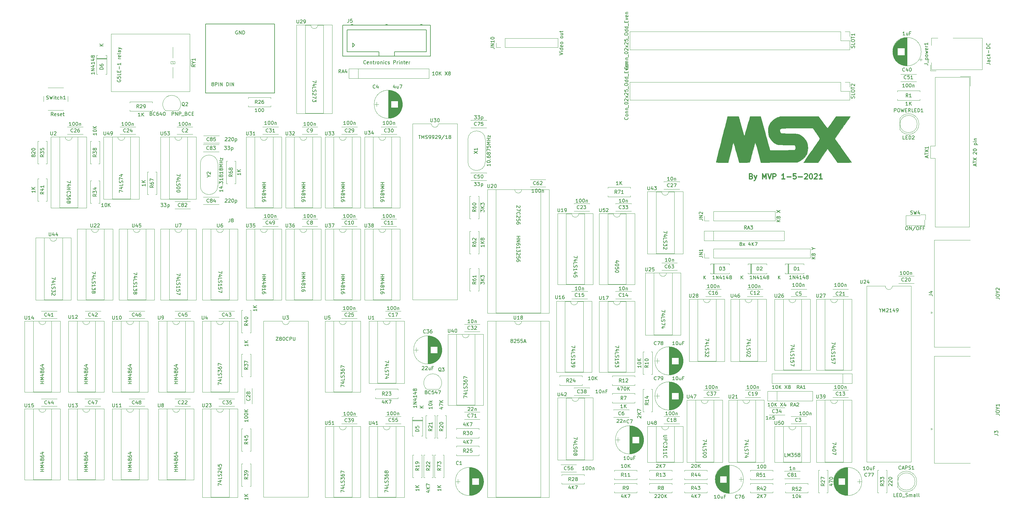
<source format=gbr>
G04 #@! TF.GenerationSoftware,KiCad,Pcbnew,5.1.6-c6e7f7d~86~ubuntu18.04.1*
G04 #@! TF.CreationDate,2021-05-02T12:58:02+02:00*
G04 #@! TF.ProjectId,MSX1,4d535831-2e6b-4696-9361-645f70636258,rev?*
G04 #@! TF.SameCoordinates,Original*
G04 #@! TF.FileFunction,Legend,Top*
G04 #@! TF.FilePolarity,Positive*
%FSLAX46Y46*%
G04 Gerber Fmt 4.6, Leading zero omitted, Abs format (unit mm)*
G04 Created by KiCad (PCBNEW 5.1.6-c6e7f7d~86~ubuntu18.04.1) date 2021-05-02 12:58:02*
%MOMM*%
%LPD*%
G01*
G04 APERTURE LIST*
%ADD10C,0.300000*%
%ADD11C,0.010000*%
%ADD12C,0.120000*%
%ADD13C,0.150000*%
G04 APERTURE END LIST*
D10*
X297340000Y-114192857D02*
X297554285Y-114264285D01*
X297625714Y-114335714D01*
X297697142Y-114478571D01*
X297697142Y-114692857D01*
X297625714Y-114835714D01*
X297554285Y-114907142D01*
X297411428Y-114978571D01*
X296840000Y-114978571D01*
X296840000Y-113478571D01*
X297340000Y-113478571D01*
X297482857Y-113550000D01*
X297554285Y-113621428D01*
X297625714Y-113764285D01*
X297625714Y-113907142D01*
X297554285Y-114050000D01*
X297482857Y-114121428D01*
X297340000Y-114192857D01*
X296840000Y-114192857D01*
X298197142Y-113978571D02*
X298554285Y-114978571D01*
X298911428Y-113978571D02*
X298554285Y-114978571D01*
X298411428Y-115335714D01*
X298340000Y-115407142D01*
X298197142Y-115478571D01*
X300625714Y-114978571D02*
X300625714Y-113478571D01*
X301125714Y-114550000D01*
X301625714Y-113478571D01*
X301625714Y-114978571D01*
X302125714Y-113478571D02*
X302625714Y-114978571D01*
X303125714Y-113478571D01*
X303625714Y-114978571D02*
X303625714Y-113478571D01*
X304197142Y-113478571D01*
X304340000Y-113550000D01*
X304411428Y-113621428D01*
X304482857Y-113764285D01*
X304482857Y-113978571D01*
X304411428Y-114121428D01*
X304340000Y-114192857D01*
X304197142Y-114264285D01*
X303625714Y-114264285D01*
X307054285Y-114978571D02*
X306197142Y-114978571D01*
X306625714Y-114978571D02*
X306625714Y-113478571D01*
X306482857Y-113692857D01*
X306340000Y-113835714D01*
X306197142Y-113907142D01*
X307697142Y-114407142D02*
X308840000Y-114407142D01*
X310268571Y-113478571D02*
X309554285Y-113478571D01*
X309482857Y-114192857D01*
X309554285Y-114121428D01*
X309697142Y-114050000D01*
X310054285Y-114050000D01*
X310197142Y-114121428D01*
X310268571Y-114192857D01*
X310340000Y-114335714D01*
X310340000Y-114692857D01*
X310268571Y-114835714D01*
X310197142Y-114907142D01*
X310054285Y-114978571D01*
X309697142Y-114978571D01*
X309554285Y-114907142D01*
X309482857Y-114835714D01*
X310982857Y-114407142D02*
X312125714Y-114407142D01*
X312768571Y-113621428D02*
X312840000Y-113550000D01*
X312982857Y-113478571D01*
X313340000Y-113478571D01*
X313482857Y-113550000D01*
X313554285Y-113621428D01*
X313625714Y-113764285D01*
X313625714Y-113907142D01*
X313554285Y-114121428D01*
X312697142Y-114978571D01*
X313625714Y-114978571D01*
X314554285Y-113478571D02*
X314697142Y-113478571D01*
X314840000Y-113550000D01*
X314911428Y-113621428D01*
X314982857Y-113764285D01*
X315054285Y-114050000D01*
X315054285Y-114407142D01*
X314982857Y-114692857D01*
X314911428Y-114835714D01*
X314840000Y-114907142D01*
X314697142Y-114978571D01*
X314554285Y-114978571D01*
X314411428Y-114907142D01*
X314340000Y-114835714D01*
X314268571Y-114692857D01*
X314197142Y-114407142D01*
X314197142Y-114050000D01*
X314268571Y-113764285D01*
X314340000Y-113621428D01*
X314411428Y-113550000D01*
X314554285Y-113478571D01*
X315625714Y-113621428D02*
X315697142Y-113550000D01*
X315840000Y-113478571D01*
X316197142Y-113478571D01*
X316340000Y-113550000D01*
X316411428Y-113621428D01*
X316482857Y-113764285D01*
X316482857Y-113907142D01*
X316411428Y-114121428D01*
X315554285Y-114978571D01*
X316482857Y-114978571D01*
X317911428Y-114978571D02*
X317054285Y-114978571D01*
X317482857Y-114978571D02*
X317482857Y-113478571D01*
X317340000Y-113692857D01*
X317197142Y-113835714D01*
X317054285Y-113907142D01*
D11*
G36*
X301114972Y-100772592D02*
G01*
X301349184Y-101600039D01*
X301578394Y-102409835D01*
X301796627Y-103180862D01*
X301997905Y-103892002D01*
X302176250Y-104522139D01*
X302325688Y-105050156D01*
X302440239Y-105454935D01*
X302507425Y-105692369D01*
X302778952Y-106652072D01*
X306267954Y-106641453D01*
X307023346Y-106638134D01*
X307727953Y-106633078D01*
X308363344Y-106626561D01*
X308911086Y-106618861D01*
X309352748Y-106610255D01*
X309669896Y-106601021D01*
X309844099Y-106591436D01*
X309870510Y-106587259D01*
X310005361Y-106461366D01*
X310116555Y-106233093D01*
X310173923Y-105969270D01*
X310176333Y-105909811D01*
X310144071Y-105728590D01*
X310066467Y-105495906D01*
X309972297Y-105287129D01*
X309898992Y-105183362D01*
X309812871Y-105177940D01*
X309578707Y-105169943D01*
X309217760Y-105159914D01*
X308751293Y-105148400D01*
X308200566Y-105135946D01*
X307586841Y-105123099D01*
X307424666Y-105119862D01*
X306715726Y-105105549D01*
X306154294Y-105092467D01*
X305718578Y-105078558D01*
X305386787Y-105061766D01*
X305137127Y-105040035D01*
X304947806Y-105011309D01*
X304797031Y-104973530D01*
X304663010Y-104924643D01*
X304523950Y-104862590D01*
X304479856Y-104841974D01*
X303943807Y-104516962D01*
X303429855Y-104070979D01*
X302984999Y-103550546D01*
X302688426Y-103068765D01*
X302443108Y-102496546D01*
X302293753Y-101929139D01*
X302229296Y-101309495D01*
X302232265Y-100716649D01*
X302257596Y-100292902D01*
X302302337Y-99974061D01*
X302380520Y-99695784D01*
X302506178Y-99393727D01*
X302533712Y-99334445D01*
X302952521Y-98638110D01*
X303508536Y-98032183D01*
X304189629Y-97527232D01*
X304983675Y-97133826D01*
X305116337Y-97083420D01*
X305731333Y-96858667D01*
X311277000Y-96836881D01*
X316822666Y-96815096D01*
X318086756Y-98551381D01*
X318432170Y-99023237D01*
X318745380Y-99446170D01*
X319012577Y-99801930D01*
X319219952Y-100072273D01*
X319353696Y-100238949D01*
X319399089Y-100285494D01*
X319459167Y-100218682D01*
X319602897Y-100031868D01*
X319816624Y-99743627D01*
X320086691Y-99372539D01*
X320399443Y-98937181D01*
X320674937Y-98549827D01*
X321902542Y-96816333D01*
X323962826Y-96816333D01*
X324656736Y-96819659D01*
X325214803Y-96829418D01*
X325629035Y-96845283D01*
X325891437Y-96866928D01*
X325994018Y-96894024D01*
X325994888Y-96899468D01*
X325941419Y-96983597D01*
X325799565Y-97191410D01*
X325579270Y-97508732D01*
X325290476Y-97921385D01*
X324943128Y-98415195D01*
X324547168Y-98975986D01*
X324112541Y-99589582D01*
X323738672Y-100115997D01*
X323173556Y-100915061D01*
X322687661Y-101611091D01*
X322284621Y-102198645D01*
X321968073Y-102672281D01*
X321741652Y-103026556D01*
X321608993Y-103256030D01*
X321573732Y-103355261D01*
X321574131Y-103356029D01*
X321642289Y-103457305D01*
X321796628Y-103679066D01*
X322025200Y-104004507D01*
X322316052Y-104416824D01*
X322657236Y-104899211D01*
X323036799Y-105434863D01*
X323442793Y-106006976D01*
X323863266Y-106598745D01*
X324286268Y-107193365D01*
X324699849Y-107774030D01*
X325092058Y-108323937D01*
X325450945Y-108826279D01*
X325764559Y-109264253D01*
X326020950Y-109621053D01*
X326208167Y-109879874D01*
X326314260Y-110023912D01*
X326331200Y-110045500D01*
X326362619Y-110091455D01*
X326355727Y-110126795D01*
X326292205Y-110152908D01*
X326153731Y-110171183D01*
X325921986Y-110183008D01*
X325578648Y-110189770D01*
X325105398Y-110192857D01*
X324483915Y-110193658D01*
X324375565Y-110193666D01*
X322292554Y-110193666D01*
X320869943Y-108214457D01*
X320504751Y-107709544D01*
X320170927Y-107254048D01*
X319881231Y-106864897D01*
X319648424Y-106559020D01*
X319485264Y-106353345D01*
X319404513Y-106264803D01*
X319398906Y-106262804D01*
X319340268Y-106337161D01*
X319198868Y-106533347D01*
X318987357Y-106833299D01*
X318718384Y-107218954D01*
X318404601Y-107672248D01*
X318058659Y-108175117D01*
X318012789Y-108242014D01*
X316675099Y-110193667D01*
X312450802Y-110193667D01*
X312613219Y-109960833D01*
X312694571Y-109844645D01*
X312862601Y-109605006D01*
X313106687Y-109257055D01*
X313416208Y-108815929D01*
X313780540Y-108296765D01*
X314189063Y-107714700D01*
X314631155Y-107084873D01*
X314989651Y-106574183D01*
X315444237Y-105924678D01*
X315867391Y-105316300D01*
X316249397Y-104763294D01*
X316580536Y-104279903D01*
X316851094Y-103880372D01*
X317051351Y-103578946D01*
X317171593Y-103389868D01*
X317203666Y-103328621D01*
X317157939Y-103234097D01*
X317032360Y-103026885D01*
X316844331Y-102732917D01*
X316611256Y-102378124D01*
X316350536Y-101988438D01*
X316079575Y-101589791D01*
X315815776Y-101208114D01*
X315576542Y-100869338D01*
X315379274Y-100599395D01*
X315319122Y-100520500D01*
X315072771Y-100203000D01*
X312772718Y-100203173D01*
X311993841Y-100205737D01*
X311114383Y-100212808D01*
X310196242Y-100223619D01*
X309301314Y-100237401D01*
X308491497Y-100253385D01*
X308232283Y-100259542D01*
X307558132Y-100276904D01*
X307032580Y-100292515D01*
X306634937Y-100308501D01*
X306344512Y-100326984D01*
X306140615Y-100350092D01*
X306002556Y-100379947D01*
X305909645Y-100418675D01*
X305841191Y-100468401D01*
X305798116Y-100509520D01*
X305635024Y-100782086D01*
X305611236Y-101101497D01*
X305726255Y-101419048D01*
X305808548Y-101531779D01*
X306012764Y-101769333D01*
X308327382Y-101817950D01*
X309068909Y-101835006D01*
X309664422Y-101854034D01*
X310137231Y-101878637D01*
X310510647Y-101912422D01*
X310807980Y-101958991D01*
X311052541Y-102021951D01*
X311267640Y-102104905D01*
X311476590Y-102211458D01*
X311691042Y-102338079D01*
X312054618Y-102602140D01*
X312448318Y-102954314D01*
X312815850Y-103339478D01*
X313100924Y-103702508D01*
X313130675Y-103747841D01*
X313468530Y-104429859D01*
X313672500Y-105184736D01*
X313741298Y-105980014D01*
X313673633Y-106783230D01*
X313468218Y-107561926D01*
X313298078Y-107963851D01*
X313014360Y-108413317D01*
X312611201Y-108873307D01*
X312130877Y-109304120D01*
X311615660Y-109666053D01*
X311306898Y-109833859D01*
X310642000Y-110151333D01*
X305387857Y-110174935D01*
X300133715Y-110198538D01*
X299339392Y-107231800D01*
X299156588Y-106556327D01*
X298985564Y-105938312D01*
X298831508Y-105395450D01*
X298699607Y-104945434D01*
X298595048Y-104605956D01*
X298523017Y-104394709D01*
X298488702Y-104329388D01*
X298488567Y-104329531D01*
X298454189Y-104423913D01*
X298382212Y-104662719D01*
X298278047Y-105026595D01*
X298147103Y-105496185D01*
X297994792Y-106052133D01*
X297826524Y-106675086D01*
X297689849Y-107186879D01*
X297513191Y-107850276D01*
X297349185Y-108463578D01*
X297203161Y-109007059D01*
X297080446Y-109460989D01*
X296986370Y-109805640D01*
X296926261Y-110021285D01*
X296906592Y-110086712D01*
X296846557Y-110127511D01*
X296690588Y-110157390D01*
X296421168Y-110177555D01*
X296020781Y-110189211D01*
X295471912Y-110193565D01*
X295352973Y-110193667D01*
X293840396Y-110193667D01*
X293713236Y-109749167D01*
X293492039Y-108973995D01*
X293272856Y-108202228D01*
X293061980Y-107456306D01*
X292865706Y-106758668D01*
X292690328Y-106131752D01*
X292542141Y-105597999D01*
X292427439Y-105179848D01*
X292352516Y-104899738D01*
X292347373Y-104879868D01*
X292266156Y-104586159D01*
X292195687Y-104369621D01*
X292149306Y-104270524D01*
X292144747Y-104268255D01*
X292115205Y-104347821D01*
X292050937Y-104573665D01*
X291956689Y-104927395D01*
X291837205Y-105390620D01*
X291697233Y-105944949D01*
X291541517Y-106571990D01*
X291380333Y-107230600D01*
X290660666Y-110191690D01*
X288903833Y-110192678D01*
X288289042Y-110190784D01*
X287826191Y-110183615D01*
X287497939Y-110170113D01*
X287286946Y-110149224D01*
X287175871Y-110119889D01*
X287147000Y-110085650D01*
X287167362Y-109985714D01*
X287225955Y-109736762D01*
X287319040Y-109353825D01*
X287442878Y-108851937D01*
X287593729Y-108246129D01*
X287767854Y-107551434D01*
X287961513Y-106782885D01*
X288170968Y-105955514D01*
X288331664Y-105323150D01*
X288569408Y-104388871D01*
X288809802Y-103443804D01*
X289046792Y-102511778D01*
X289274323Y-101616621D01*
X289486340Y-100782162D01*
X289676786Y-100032230D01*
X289839608Y-99390655D01*
X289968750Y-98881264D01*
X290003831Y-98742729D01*
X290491333Y-96816791D01*
X292073127Y-96816562D01*
X292630601Y-96817750D01*
X293041680Y-96822889D01*
X293329296Y-96834065D01*
X293516378Y-96853364D01*
X293625856Y-96882872D01*
X293680659Y-96924674D01*
X293699422Y-96964500D01*
X293733234Y-97082312D01*
X293806417Y-97340747D01*
X293912652Y-97717371D01*
X294045619Y-98189755D01*
X294198999Y-98735467D01*
X294366474Y-99332075D01*
X294385154Y-99398667D01*
X294611058Y-100203939D01*
X294795602Y-100861016D01*
X294943200Y-101384731D01*
X295058263Y-101789919D01*
X295145204Y-102091412D01*
X295208435Y-102304046D01*
X295252369Y-102442653D01*
X295281419Y-102522069D01*
X295299996Y-102557127D01*
X295312514Y-102562661D01*
X295323384Y-102553505D01*
X295323532Y-102553356D01*
X295357491Y-102464248D01*
X295430944Y-102236458D01*
X295536525Y-101894022D01*
X295666864Y-101460979D01*
X295814594Y-100961365D01*
X295877830Y-100745089D01*
X296054447Y-100139133D01*
X296238172Y-99508880D01*
X296415547Y-98900490D01*
X296573114Y-98360119D01*
X296697416Y-97933928D01*
X296702354Y-97917000D01*
X297011093Y-96858667D01*
X299994045Y-96812517D01*
X301114972Y-100772592D01*
G37*
X301114972Y-100772592D02*
X301349184Y-101600039D01*
X301578394Y-102409835D01*
X301796627Y-103180862D01*
X301997905Y-103892002D01*
X302176250Y-104522139D01*
X302325688Y-105050156D01*
X302440239Y-105454935D01*
X302507425Y-105692369D01*
X302778952Y-106652072D01*
X306267954Y-106641453D01*
X307023346Y-106638134D01*
X307727953Y-106633078D01*
X308363344Y-106626561D01*
X308911086Y-106618861D01*
X309352748Y-106610255D01*
X309669896Y-106601021D01*
X309844099Y-106591436D01*
X309870510Y-106587259D01*
X310005361Y-106461366D01*
X310116555Y-106233093D01*
X310173923Y-105969270D01*
X310176333Y-105909811D01*
X310144071Y-105728590D01*
X310066467Y-105495906D01*
X309972297Y-105287129D01*
X309898992Y-105183362D01*
X309812871Y-105177940D01*
X309578707Y-105169943D01*
X309217760Y-105159914D01*
X308751293Y-105148400D01*
X308200566Y-105135946D01*
X307586841Y-105123099D01*
X307424666Y-105119862D01*
X306715726Y-105105549D01*
X306154294Y-105092467D01*
X305718578Y-105078558D01*
X305386787Y-105061766D01*
X305137127Y-105040035D01*
X304947806Y-105011309D01*
X304797031Y-104973530D01*
X304663010Y-104924643D01*
X304523950Y-104862590D01*
X304479856Y-104841974D01*
X303943807Y-104516962D01*
X303429855Y-104070979D01*
X302984999Y-103550546D01*
X302688426Y-103068765D01*
X302443108Y-102496546D01*
X302293753Y-101929139D01*
X302229296Y-101309495D01*
X302232265Y-100716649D01*
X302257596Y-100292902D01*
X302302337Y-99974061D01*
X302380520Y-99695784D01*
X302506178Y-99393727D01*
X302533712Y-99334445D01*
X302952521Y-98638110D01*
X303508536Y-98032183D01*
X304189629Y-97527232D01*
X304983675Y-97133826D01*
X305116337Y-97083420D01*
X305731333Y-96858667D01*
X311277000Y-96836881D01*
X316822666Y-96815096D01*
X318086756Y-98551381D01*
X318432170Y-99023237D01*
X318745380Y-99446170D01*
X319012577Y-99801930D01*
X319219952Y-100072273D01*
X319353696Y-100238949D01*
X319399089Y-100285494D01*
X319459167Y-100218682D01*
X319602897Y-100031868D01*
X319816624Y-99743627D01*
X320086691Y-99372539D01*
X320399443Y-98937181D01*
X320674937Y-98549827D01*
X321902542Y-96816333D01*
X323962826Y-96816333D01*
X324656736Y-96819659D01*
X325214803Y-96829418D01*
X325629035Y-96845283D01*
X325891437Y-96866928D01*
X325994018Y-96894024D01*
X325994888Y-96899468D01*
X325941419Y-96983597D01*
X325799565Y-97191410D01*
X325579270Y-97508732D01*
X325290476Y-97921385D01*
X324943128Y-98415195D01*
X324547168Y-98975986D01*
X324112541Y-99589582D01*
X323738672Y-100115997D01*
X323173556Y-100915061D01*
X322687661Y-101611091D01*
X322284621Y-102198645D01*
X321968073Y-102672281D01*
X321741652Y-103026556D01*
X321608993Y-103256030D01*
X321573732Y-103355261D01*
X321574131Y-103356029D01*
X321642289Y-103457305D01*
X321796628Y-103679066D01*
X322025200Y-104004507D01*
X322316052Y-104416824D01*
X322657236Y-104899211D01*
X323036799Y-105434863D01*
X323442793Y-106006976D01*
X323863266Y-106598745D01*
X324286268Y-107193365D01*
X324699849Y-107774030D01*
X325092058Y-108323937D01*
X325450945Y-108826279D01*
X325764559Y-109264253D01*
X326020950Y-109621053D01*
X326208167Y-109879874D01*
X326314260Y-110023912D01*
X326331200Y-110045500D01*
X326362619Y-110091455D01*
X326355727Y-110126795D01*
X326292205Y-110152908D01*
X326153731Y-110171183D01*
X325921986Y-110183008D01*
X325578648Y-110189770D01*
X325105398Y-110192857D01*
X324483915Y-110193658D01*
X324375565Y-110193666D01*
X322292554Y-110193666D01*
X320869943Y-108214457D01*
X320504751Y-107709544D01*
X320170927Y-107254048D01*
X319881231Y-106864897D01*
X319648424Y-106559020D01*
X319485264Y-106353345D01*
X319404513Y-106264803D01*
X319398906Y-106262804D01*
X319340268Y-106337161D01*
X319198868Y-106533347D01*
X318987357Y-106833299D01*
X318718384Y-107218954D01*
X318404601Y-107672248D01*
X318058659Y-108175117D01*
X318012789Y-108242014D01*
X316675099Y-110193667D01*
X312450802Y-110193667D01*
X312613219Y-109960833D01*
X312694571Y-109844645D01*
X312862601Y-109605006D01*
X313106687Y-109257055D01*
X313416208Y-108815929D01*
X313780540Y-108296765D01*
X314189063Y-107714700D01*
X314631155Y-107084873D01*
X314989651Y-106574183D01*
X315444237Y-105924678D01*
X315867391Y-105316300D01*
X316249397Y-104763294D01*
X316580536Y-104279903D01*
X316851094Y-103880372D01*
X317051351Y-103578946D01*
X317171593Y-103389868D01*
X317203666Y-103328621D01*
X317157939Y-103234097D01*
X317032360Y-103026885D01*
X316844331Y-102732917D01*
X316611256Y-102378124D01*
X316350536Y-101988438D01*
X316079575Y-101589791D01*
X315815776Y-101208114D01*
X315576542Y-100869338D01*
X315379274Y-100599395D01*
X315319122Y-100520500D01*
X315072771Y-100203000D01*
X312772718Y-100203173D01*
X311993841Y-100205737D01*
X311114383Y-100212808D01*
X310196242Y-100223619D01*
X309301314Y-100237401D01*
X308491497Y-100253385D01*
X308232283Y-100259542D01*
X307558132Y-100276904D01*
X307032580Y-100292515D01*
X306634937Y-100308501D01*
X306344512Y-100326984D01*
X306140615Y-100350092D01*
X306002556Y-100379947D01*
X305909645Y-100418675D01*
X305841191Y-100468401D01*
X305798116Y-100509520D01*
X305635024Y-100782086D01*
X305611236Y-101101497D01*
X305726255Y-101419048D01*
X305808548Y-101531779D01*
X306012764Y-101769333D01*
X308327382Y-101817950D01*
X309068909Y-101835006D01*
X309664422Y-101854034D01*
X310137231Y-101878637D01*
X310510647Y-101912422D01*
X310807980Y-101958991D01*
X311052541Y-102021951D01*
X311267640Y-102104905D01*
X311476590Y-102211458D01*
X311691042Y-102338079D01*
X312054618Y-102602140D01*
X312448318Y-102954314D01*
X312815850Y-103339478D01*
X313100924Y-103702508D01*
X313130675Y-103747841D01*
X313468530Y-104429859D01*
X313672500Y-105184736D01*
X313741298Y-105980014D01*
X313673633Y-106783230D01*
X313468218Y-107561926D01*
X313298078Y-107963851D01*
X313014360Y-108413317D01*
X312611201Y-108873307D01*
X312130877Y-109304120D01*
X311615660Y-109666053D01*
X311306898Y-109833859D01*
X310642000Y-110151333D01*
X305387857Y-110174935D01*
X300133715Y-110198538D01*
X299339392Y-107231800D01*
X299156588Y-106556327D01*
X298985564Y-105938312D01*
X298831508Y-105395450D01*
X298699607Y-104945434D01*
X298595048Y-104605956D01*
X298523017Y-104394709D01*
X298488702Y-104329388D01*
X298488567Y-104329531D01*
X298454189Y-104423913D01*
X298382212Y-104662719D01*
X298278047Y-105026595D01*
X298147103Y-105496185D01*
X297994792Y-106052133D01*
X297826524Y-106675086D01*
X297689849Y-107186879D01*
X297513191Y-107850276D01*
X297349185Y-108463578D01*
X297203161Y-109007059D01*
X297080446Y-109460989D01*
X296986370Y-109805640D01*
X296926261Y-110021285D01*
X296906592Y-110086712D01*
X296846557Y-110127511D01*
X296690588Y-110157390D01*
X296421168Y-110177555D01*
X296020781Y-110189211D01*
X295471912Y-110193565D01*
X295352973Y-110193667D01*
X293840396Y-110193667D01*
X293713236Y-109749167D01*
X293492039Y-108973995D01*
X293272856Y-108202228D01*
X293061980Y-107456306D01*
X292865706Y-106758668D01*
X292690328Y-106131752D01*
X292542141Y-105597999D01*
X292427439Y-105179848D01*
X292352516Y-104899738D01*
X292347373Y-104879868D01*
X292266156Y-104586159D01*
X292195687Y-104369621D01*
X292149306Y-104270524D01*
X292144747Y-104268255D01*
X292115205Y-104347821D01*
X292050937Y-104573665D01*
X291956689Y-104927395D01*
X291837205Y-105390620D01*
X291697233Y-105944949D01*
X291541517Y-106571990D01*
X291380333Y-107230600D01*
X290660666Y-110191690D01*
X288903833Y-110192678D01*
X288289042Y-110190784D01*
X287826191Y-110183615D01*
X287497939Y-110170113D01*
X287286946Y-110149224D01*
X287175871Y-110119889D01*
X287147000Y-110085650D01*
X287167362Y-109985714D01*
X287225955Y-109736762D01*
X287319040Y-109353825D01*
X287442878Y-108851937D01*
X287593729Y-108246129D01*
X287767854Y-107551434D01*
X287961513Y-106782885D01*
X288170968Y-105955514D01*
X288331664Y-105323150D01*
X288569408Y-104388871D01*
X288809802Y-103443804D01*
X289046792Y-102511778D01*
X289274323Y-101616621D01*
X289486340Y-100782162D01*
X289676786Y-100032230D01*
X289839608Y-99390655D01*
X289968750Y-98881264D01*
X290003831Y-98742729D01*
X290491333Y-96816791D01*
X292073127Y-96816562D01*
X292630601Y-96817750D01*
X293041680Y-96822889D01*
X293329296Y-96834065D01*
X293516378Y-96853364D01*
X293625856Y-96882872D01*
X293680659Y-96924674D01*
X293699422Y-96964500D01*
X293733234Y-97082312D01*
X293806417Y-97340747D01*
X293912652Y-97717371D01*
X294045619Y-98189755D01*
X294198999Y-98735467D01*
X294366474Y-99332075D01*
X294385154Y-99398667D01*
X294611058Y-100203939D01*
X294795602Y-100861016D01*
X294943200Y-101384731D01*
X295058263Y-101789919D01*
X295145204Y-102091412D01*
X295208435Y-102304046D01*
X295252369Y-102442653D01*
X295281419Y-102522069D01*
X295299996Y-102557127D01*
X295312514Y-102562661D01*
X295323384Y-102553505D01*
X295323532Y-102553356D01*
X295357491Y-102464248D01*
X295430944Y-102236458D01*
X295536525Y-101894022D01*
X295666864Y-101460979D01*
X295814594Y-100961365D01*
X295877830Y-100745089D01*
X296054447Y-100139133D01*
X296238172Y-99508880D01*
X296415547Y-98900490D01*
X296573114Y-98360119D01*
X296697416Y-97933928D01*
X296702354Y-97917000D01*
X297011093Y-96858667D01*
X299994045Y-96812517D01*
X301114972Y-100772592D01*
D12*
X203305000Y-175840000D02*
X206905000Y-175840000D01*
X206943478Y-175828478D02*
G75*
G03*
X205105000Y-171390000I-1838478J1838478D01*
G01*
X203266522Y-175828478D02*
G75*
G02*
X205105000Y-171390000I1838478J1838478D01*
G01*
X202130000Y-184750000D02*
X199190000Y-184750000D01*
X202130000Y-184990000D02*
X199190000Y-184990000D01*
X202130000Y-184870000D02*
X199190000Y-184870000D01*
X199190000Y-189410000D02*
X199520000Y-189410000D01*
X199190000Y-183970000D02*
X199190000Y-189410000D01*
X199520000Y-183970000D02*
X199190000Y-183970000D01*
X202130000Y-189410000D02*
X201800000Y-189410000D01*
X202130000Y-183970000D02*
X202130000Y-189410000D01*
X201800000Y-183970000D02*
X202130000Y-183970000D01*
X286350000Y-139500000D02*
X286350000Y-142440000D01*
X286590000Y-139500000D02*
X286590000Y-142440000D01*
X286470000Y-139500000D02*
X286470000Y-142440000D01*
X291010000Y-142440000D02*
X291010000Y-142110000D01*
X285570000Y-142440000D02*
X291010000Y-142440000D01*
X285570000Y-142110000D02*
X285570000Y-142440000D01*
X291010000Y-139500000D02*
X291010000Y-139830000D01*
X285570000Y-139500000D02*
X291010000Y-139500000D01*
X285570000Y-139830000D02*
X285570000Y-139500000D01*
X297145000Y-139500000D02*
X297145000Y-142440000D01*
X297385000Y-139500000D02*
X297385000Y-142440000D01*
X297265000Y-139500000D02*
X297265000Y-142440000D01*
X301805000Y-142440000D02*
X301805000Y-142110000D01*
X296365000Y-142440000D02*
X301805000Y-142440000D01*
X296365000Y-142110000D02*
X296365000Y-142440000D01*
X301805000Y-139500000D02*
X301805000Y-139830000D01*
X296365000Y-139500000D02*
X301805000Y-139500000D01*
X296365000Y-139830000D02*
X296365000Y-139500000D01*
X307940000Y-139500000D02*
X307940000Y-142440000D01*
X308180000Y-139500000D02*
X308180000Y-142440000D01*
X308060000Y-139500000D02*
X308060000Y-142440000D01*
X312600000Y-142440000D02*
X312600000Y-142110000D01*
X307160000Y-142440000D02*
X312600000Y-142440000D01*
X307160000Y-142110000D02*
X307160000Y-142440000D01*
X312600000Y-139500000D02*
X312600000Y-139830000D01*
X307160000Y-139500000D02*
X312600000Y-139500000D01*
X307160000Y-139830000D02*
X307160000Y-139500000D01*
X127740000Y-95195000D02*
X131340000Y-95195000D01*
X131378478Y-95183478D02*
G75*
G03*
X129540000Y-90745000I-1838478J1838478D01*
G01*
X127701522Y-95183478D02*
G75*
G02*
X129540000Y-90745000I1838478J1838478D01*
G01*
X110690000Y-79975000D02*
X107750000Y-79975000D01*
X110690000Y-80215000D02*
X107750000Y-80215000D01*
X110690000Y-80095000D02*
X107750000Y-80095000D01*
X107750000Y-84635000D02*
X108080000Y-84635000D01*
X107750000Y-79195000D02*
X107750000Y-84635000D01*
X108080000Y-79195000D02*
X107750000Y-79195000D01*
X110690000Y-84635000D02*
X110360000Y-84635000D01*
X110690000Y-79195000D02*
X110690000Y-84635000D01*
X110360000Y-79195000D02*
X110690000Y-79195000D01*
X346170000Y-92175000D02*
X346170000Y-91845000D01*
X339630000Y-92175000D02*
X346170000Y-92175000D01*
X339630000Y-91845000D02*
X339630000Y-92175000D01*
X346170000Y-89435000D02*
X346170000Y-89765000D01*
X339630000Y-89435000D02*
X346170000Y-89435000D01*
X339630000Y-89765000D02*
X339630000Y-89435000D01*
X340340000Y-97515000D02*
X340340000Y-100605000D01*
X345400000Y-99060000D02*
G75*
G03*
X345400000Y-99060000I-2500000J0D01*
G01*
X345890000Y-99059538D02*
G75*
G02*
X340340000Y-100604830I-2990000J-462D01*
G01*
X345890000Y-99060462D02*
G75*
G03*
X340340000Y-97515170I-2990000J462D01*
G01*
X349520000Y-83340000D02*
X349520000Y-81240000D01*
X349220000Y-83640000D02*
X350820000Y-83640000D01*
X349220000Y-81940000D02*
X349220000Y-83640000D01*
X349520000Y-74140000D02*
X351320000Y-74140000D01*
X349520000Y-76240000D02*
X349520000Y-74140000D01*
X364220000Y-83340000D02*
X349520000Y-83340000D01*
X364220000Y-74140000D02*
X364220000Y-83340000D01*
X355720000Y-74140000D02*
X364220000Y-74140000D01*
X345130000Y-86780000D02*
X345130000Y-86795000D01*
X345130000Y-84655000D02*
X345130000Y-84670000D01*
X340590000Y-86780000D02*
X340590000Y-86795000D01*
X340590000Y-84655000D02*
X340590000Y-84670000D01*
X340590000Y-86795000D02*
X345130000Y-86795000D01*
X340590000Y-84655000D02*
X345130000Y-84655000D01*
X346429698Y-80820000D02*
X346429698Y-80020000D01*
X346829698Y-80420000D02*
X346029698Y-80420000D01*
X338339000Y-78638000D02*
X338339000Y-77572000D01*
X338379000Y-78873000D02*
X338379000Y-77337000D01*
X338419000Y-79053000D02*
X338419000Y-77157000D01*
X338459000Y-79203000D02*
X338459000Y-77007000D01*
X338499000Y-79334000D02*
X338499000Y-76876000D01*
X338539000Y-79451000D02*
X338539000Y-76759000D01*
X338579000Y-79558000D02*
X338579000Y-76652000D01*
X338619000Y-79657000D02*
X338619000Y-76553000D01*
X338659000Y-79750000D02*
X338659000Y-76460000D01*
X338699000Y-79836000D02*
X338699000Y-76374000D01*
X338739000Y-79918000D02*
X338739000Y-76292000D01*
X338779000Y-79995000D02*
X338779000Y-76215000D01*
X338819000Y-80069000D02*
X338819000Y-76141000D01*
X338859000Y-80139000D02*
X338859000Y-76071000D01*
X338899000Y-80207000D02*
X338899000Y-76003000D01*
X338939000Y-80271000D02*
X338939000Y-75939000D01*
X338979000Y-80333000D02*
X338979000Y-75877000D01*
X339019000Y-80392000D02*
X339019000Y-75818000D01*
X339059000Y-80450000D02*
X339059000Y-75760000D01*
X339099000Y-80505000D02*
X339099000Y-75705000D01*
X339139000Y-80559000D02*
X339139000Y-75651000D01*
X339179000Y-80610000D02*
X339179000Y-75600000D01*
X339219000Y-80661000D02*
X339219000Y-75549000D01*
X339259000Y-80709000D02*
X339259000Y-75501000D01*
X339299000Y-80756000D02*
X339299000Y-75454000D01*
X339339000Y-80802000D02*
X339339000Y-75408000D01*
X339379000Y-80846000D02*
X339379000Y-75364000D01*
X339419000Y-80889000D02*
X339419000Y-75321000D01*
X339459000Y-80931000D02*
X339459000Y-75279000D01*
X339499000Y-80972000D02*
X339499000Y-75238000D01*
X339539000Y-81012000D02*
X339539000Y-75198000D01*
X339579000Y-81050000D02*
X339579000Y-75160000D01*
X339619000Y-81088000D02*
X339619000Y-75122000D01*
X339659000Y-77065000D02*
X339659000Y-75086000D01*
X339659000Y-81124000D02*
X339659000Y-79145000D01*
X339699000Y-77065000D02*
X339699000Y-75050000D01*
X339699000Y-81160000D02*
X339699000Y-79145000D01*
X339739000Y-77065000D02*
X339739000Y-75015000D01*
X339739000Y-81195000D02*
X339739000Y-79145000D01*
X339779000Y-77065000D02*
X339779000Y-74981000D01*
X339779000Y-81229000D02*
X339779000Y-79145000D01*
X339819000Y-77065000D02*
X339819000Y-74949000D01*
X339819000Y-81261000D02*
X339819000Y-79145000D01*
X339859000Y-77065000D02*
X339859000Y-74916000D01*
X339859000Y-81294000D02*
X339859000Y-79145000D01*
X339899000Y-77065000D02*
X339899000Y-74885000D01*
X339899000Y-81325000D02*
X339899000Y-79145000D01*
X339939000Y-77065000D02*
X339939000Y-74855000D01*
X339939000Y-81355000D02*
X339939000Y-79145000D01*
X339979000Y-77065000D02*
X339979000Y-74825000D01*
X339979000Y-81385000D02*
X339979000Y-79145000D01*
X340019000Y-77065000D02*
X340019000Y-74796000D01*
X340019000Y-81414000D02*
X340019000Y-79145000D01*
X340059000Y-77065000D02*
X340059000Y-74767000D01*
X340059000Y-81443000D02*
X340059000Y-79145000D01*
X340099000Y-77065000D02*
X340099000Y-74740000D01*
X340099000Y-81470000D02*
X340099000Y-79145000D01*
X340139000Y-77065000D02*
X340139000Y-74713000D01*
X340139000Y-81497000D02*
X340139000Y-79145000D01*
X340179000Y-77065000D02*
X340179000Y-74687000D01*
X340179000Y-81523000D02*
X340179000Y-79145000D01*
X340219000Y-77065000D02*
X340219000Y-74661000D01*
X340219000Y-81549000D02*
X340219000Y-79145000D01*
X340259000Y-77065000D02*
X340259000Y-74636000D01*
X340259000Y-81574000D02*
X340259000Y-79145000D01*
X340299000Y-77065000D02*
X340299000Y-74612000D01*
X340299000Y-81598000D02*
X340299000Y-79145000D01*
X340339000Y-77065000D02*
X340339000Y-74588000D01*
X340339000Y-81622000D02*
X340339000Y-79145000D01*
X340379000Y-77065000D02*
X340379000Y-74565000D01*
X340379000Y-81645000D02*
X340379000Y-79145000D01*
X340419000Y-77065000D02*
X340419000Y-74543000D01*
X340419000Y-81667000D02*
X340419000Y-79145000D01*
X340459000Y-77065000D02*
X340459000Y-74521000D01*
X340459000Y-81689000D02*
X340459000Y-79145000D01*
X340499000Y-77065000D02*
X340499000Y-74499000D01*
X340499000Y-81711000D02*
X340499000Y-79145000D01*
X340539000Y-77065000D02*
X340539000Y-74478000D01*
X340539000Y-81732000D02*
X340539000Y-79145000D01*
X340579000Y-77065000D02*
X340579000Y-74458000D01*
X340579000Y-81752000D02*
X340579000Y-79145000D01*
X340619000Y-77065000D02*
X340619000Y-74439000D01*
X340619000Y-81771000D02*
X340619000Y-79145000D01*
X340659000Y-77065000D02*
X340659000Y-74419000D01*
X340659000Y-81791000D02*
X340659000Y-79145000D01*
X340699000Y-77065000D02*
X340699000Y-74401000D01*
X340699000Y-81809000D02*
X340699000Y-79145000D01*
X340739000Y-77065000D02*
X340739000Y-74383000D01*
X340739000Y-81827000D02*
X340739000Y-79145000D01*
X340779000Y-77065000D02*
X340779000Y-74365000D01*
X340779000Y-81845000D02*
X340779000Y-79145000D01*
X340819000Y-77065000D02*
X340819000Y-74348000D01*
X340819000Y-81862000D02*
X340819000Y-79145000D01*
X340859000Y-77065000D02*
X340859000Y-74331000D01*
X340859000Y-81879000D02*
X340859000Y-79145000D01*
X340899000Y-77065000D02*
X340899000Y-74315000D01*
X340899000Y-81895000D02*
X340899000Y-79145000D01*
X340939000Y-77065000D02*
X340939000Y-74300000D01*
X340939000Y-81910000D02*
X340939000Y-79145000D01*
X340979000Y-77065000D02*
X340979000Y-74284000D01*
X340979000Y-81926000D02*
X340979000Y-79145000D01*
X341019000Y-77065000D02*
X341019000Y-74270000D01*
X341019000Y-81940000D02*
X341019000Y-79145000D01*
X341059000Y-77065000D02*
X341059000Y-74255000D01*
X341059000Y-81955000D02*
X341059000Y-79145000D01*
X341099000Y-77065000D02*
X341099000Y-74242000D01*
X341099000Y-81968000D02*
X341099000Y-79145000D01*
X341139000Y-77065000D02*
X341139000Y-74228000D01*
X341139000Y-81982000D02*
X341139000Y-79145000D01*
X341179000Y-77065000D02*
X341179000Y-74216000D01*
X341179000Y-81994000D02*
X341179000Y-79145000D01*
X341219000Y-77065000D02*
X341219000Y-74203000D01*
X341219000Y-82007000D02*
X341219000Y-79145000D01*
X341259000Y-77065000D02*
X341259000Y-74191000D01*
X341259000Y-82019000D02*
X341259000Y-79145000D01*
X341299000Y-77065000D02*
X341299000Y-74180000D01*
X341299000Y-82030000D02*
X341299000Y-79145000D01*
X341339000Y-77065000D02*
X341339000Y-74169000D01*
X341339000Y-82041000D02*
X341339000Y-79145000D01*
X341379000Y-77065000D02*
X341379000Y-74158000D01*
X341379000Y-82052000D02*
X341379000Y-79145000D01*
X341419000Y-77065000D02*
X341419000Y-74148000D01*
X341419000Y-82062000D02*
X341419000Y-79145000D01*
X341459000Y-77065000D02*
X341459000Y-74138000D01*
X341459000Y-82072000D02*
X341459000Y-79145000D01*
X341499000Y-77065000D02*
X341499000Y-74129000D01*
X341499000Y-82081000D02*
X341499000Y-79145000D01*
X341539000Y-77065000D02*
X341539000Y-74120000D01*
X341539000Y-82090000D02*
X341539000Y-79145000D01*
X341579000Y-77065000D02*
X341579000Y-74111000D01*
X341579000Y-82099000D02*
X341579000Y-79145000D01*
X341619000Y-77065000D02*
X341619000Y-74103000D01*
X341619000Y-82107000D02*
X341619000Y-79145000D01*
X341659000Y-77065000D02*
X341659000Y-74095000D01*
X341659000Y-82115000D02*
X341659000Y-79145000D01*
X341699000Y-77065000D02*
X341699000Y-74088000D01*
X341699000Y-82122000D02*
X341699000Y-79145000D01*
X341740000Y-82129000D02*
X341740000Y-74081000D01*
X341780000Y-82135000D02*
X341780000Y-74075000D01*
X341820000Y-82142000D02*
X341820000Y-74068000D01*
X341860000Y-82147000D02*
X341860000Y-74063000D01*
X341900000Y-82153000D02*
X341900000Y-74057000D01*
X341940000Y-82157000D02*
X341940000Y-74053000D01*
X341980000Y-82162000D02*
X341980000Y-74048000D01*
X342020000Y-82166000D02*
X342020000Y-74044000D01*
X342060000Y-82170000D02*
X342060000Y-74040000D01*
X342100000Y-82173000D02*
X342100000Y-74037000D01*
X342140000Y-82176000D02*
X342140000Y-74034000D01*
X342180000Y-82179000D02*
X342180000Y-74031000D01*
X342220000Y-82181000D02*
X342220000Y-74029000D01*
X342260000Y-82182000D02*
X342260000Y-74028000D01*
X342300000Y-82184000D02*
X342300000Y-74026000D01*
X342340000Y-82185000D02*
X342340000Y-74025000D01*
X342380000Y-82185000D02*
X342380000Y-74025000D01*
X342420000Y-82185000D02*
X342420000Y-74025000D01*
X346540000Y-78105000D02*
G75*
G03*
X346540000Y-78105000I-4120000J0D01*
G01*
X286385000Y-130045000D02*
X286385000Y-132845000D01*
X306875000Y-130045000D02*
X283675000Y-130045000D01*
X306875000Y-132845000D02*
X306875000Y-130045000D01*
X283675000Y-132845000D02*
X306875000Y-132845000D01*
X283675000Y-130045000D02*
X283675000Y-132845000D01*
X238820000Y-117990000D02*
X220920000Y-117990000D01*
X238820000Y-153790000D02*
X238820000Y-117990000D01*
X220920000Y-153790000D02*
X238820000Y-153790000D01*
X220920000Y-117990000D02*
X220920000Y-153790000D01*
X236330000Y-118050000D02*
X230870000Y-118050000D01*
X236330000Y-153730000D02*
X236330000Y-118050000D01*
X223410000Y-153730000D02*
X236330000Y-153730000D01*
X223410000Y-118050000D02*
X223410000Y-153730000D01*
X228870000Y-118050000D02*
X223410000Y-118050000D01*
X230870000Y-118050000D02*
G75*
G02*
X228870000Y-118050000I-1000000J0D01*
G01*
X99460000Y-92535000D02*
X99460000Y-91035000D01*
X98210000Y-88535000D02*
X93710000Y-88535000D01*
X92460000Y-91035000D02*
X92460000Y-92535000D01*
X93710000Y-95035000D02*
X98210000Y-95035000D01*
X208380000Y-194850000D02*
X208050000Y-194850000D01*
X208380000Y-201390000D02*
X208380000Y-194850000D01*
X208050000Y-201390000D02*
X208380000Y-201390000D01*
X205640000Y-194850000D02*
X205970000Y-194850000D01*
X205640000Y-201390000D02*
X205640000Y-194850000D01*
X205970000Y-201390000D02*
X205640000Y-201390000D01*
X262350000Y-120115000D02*
X262350000Y-119785000D01*
X255810000Y-120115000D02*
X262350000Y-120115000D01*
X255810000Y-119785000D02*
X255810000Y-120115000D01*
X262350000Y-117375000D02*
X262350000Y-117705000D01*
X255810000Y-117375000D02*
X262350000Y-117375000D01*
X255810000Y-117705000D02*
X255810000Y-117375000D01*
X148055000Y-109760000D02*
X147725000Y-109760000D01*
X148055000Y-116300000D02*
X148055000Y-109760000D01*
X147725000Y-116300000D02*
X148055000Y-116300000D01*
X145315000Y-109760000D02*
X145645000Y-109760000D01*
X145315000Y-116300000D02*
X145315000Y-109760000D01*
X145645000Y-116300000D02*
X145315000Y-116300000D01*
X122455000Y-119475000D02*
X122785000Y-119475000D01*
X122455000Y-112935000D02*
X122455000Y-119475000D01*
X122785000Y-112935000D02*
X122455000Y-112935000D01*
X125195000Y-119475000D02*
X124865000Y-119475000D01*
X125195000Y-112935000D02*
X125195000Y-119475000D01*
X124865000Y-112935000D02*
X125195000Y-112935000D01*
X218540000Y-130080000D02*
X218210000Y-130080000D01*
X218540000Y-136620000D02*
X218540000Y-130080000D01*
X218210000Y-136620000D02*
X218540000Y-136620000D01*
X215800000Y-130080000D02*
X216130000Y-130080000D01*
X215800000Y-136620000D02*
X215800000Y-130080000D01*
X216130000Y-136620000D02*
X215800000Y-136620000D01*
X218540000Y-140875000D02*
X218210000Y-140875000D01*
X218540000Y-147415000D02*
X218540000Y-140875000D01*
X218210000Y-147415000D02*
X218540000Y-147415000D01*
X215800000Y-140875000D02*
X216130000Y-140875000D01*
X215800000Y-147415000D02*
X215800000Y-140875000D01*
X216130000Y-147415000D02*
X215800000Y-147415000D01*
X218540000Y-119920000D02*
X218210000Y-119920000D01*
X218540000Y-126460000D02*
X218540000Y-119920000D01*
X218210000Y-126460000D02*
X218540000Y-126460000D01*
X215800000Y-119920000D02*
X216130000Y-119920000D01*
X215800000Y-126460000D02*
X215800000Y-119920000D01*
X216130000Y-126460000D02*
X215800000Y-126460000D01*
X313785000Y-205840000D02*
X313785000Y-205510000D01*
X307245000Y-205840000D02*
X313785000Y-205840000D01*
X307245000Y-205510000D02*
X307245000Y-205840000D01*
X313785000Y-203100000D02*
X313785000Y-203430000D01*
X307245000Y-203100000D02*
X313785000Y-203100000D01*
X307245000Y-203430000D02*
X307245000Y-203100000D01*
X297085000Y-199290000D02*
X297085000Y-199620000D01*
X303625000Y-199290000D02*
X297085000Y-199290000D01*
X303625000Y-199620000D02*
X303625000Y-199290000D01*
X297085000Y-202030000D02*
X297085000Y-201700000D01*
X303625000Y-202030000D02*
X297085000Y-202030000D01*
X303625000Y-201700000D02*
X303625000Y-202030000D01*
X152500000Y-187230000D02*
X152170000Y-187230000D01*
X152500000Y-193770000D02*
X152500000Y-187230000D01*
X152170000Y-193770000D02*
X152500000Y-193770000D01*
X149760000Y-187230000D02*
X150090000Y-187230000D01*
X149760000Y-193770000D02*
X149760000Y-187230000D01*
X150090000Y-193770000D02*
X149760000Y-193770000D01*
X284575000Y-202030000D02*
X284575000Y-201700000D01*
X278035000Y-202030000D02*
X284575000Y-202030000D01*
X278035000Y-201700000D02*
X278035000Y-202030000D01*
X284575000Y-199290000D02*
X284575000Y-199620000D01*
X278035000Y-199290000D02*
X284575000Y-199290000D01*
X278035000Y-199620000D02*
X278035000Y-199290000D01*
X284575000Y-205840000D02*
X284575000Y-205510000D01*
X278035000Y-205840000D02*
X284575000Y-205840000D01*
X278035000Y-205510000D02*
X278035000Y-205840000D01*
X284575000Y-203100000D02*
X284575000Y-203430000D01*
X278035000Y-203100000D02*
X284575000Y-203100000D01*
X278035000Y-203430000D02*
X278035000Y-203100000D01*
X303625000Y-205840000D02*
X303625000Y-205510000D01*
X297085000Y-205840000D02*
X303625000Y-205840000D01*
X297085000Y-205510000D02*
X297085000Y-205840000D01*
X303625000Y-203100000D02*
X303625000Y-203430000D01*
X297085000Y-203100000D02*
X303625000Y-203100000D01*
X297085000Y-203430000D02*
X297085000Y-203100000D01*
X93445000Y-114840000D02*
X93115000Y-114840000D01*
X93445000Y-121380000D02*
X93445000Y-114840000D01*
X93115000Y-121380000D02*
X93445000Y-121380000D01*
X90705000Y-114840000D02*
X91035000Y-114840000D01*
X90705000Y-121380000D02*
X90705000Y-114840000D01*
X91035000Y-121380000D02*
X90705000Y-121380000D01*
X152500000Y-152940000D02*
X152170000Y-152940000D01*
X152500000Y-159480000D02*
X152500000Y-152940000D01*
X152170000Y-159480000D02*
X152500000Y-159480000D01*
X149760000Y-152940000D02*
X150090000Y-152940000D01*
X149760000Y-159480000D02*
X149760000Y-152940000D01*
X150090000Y-159480000D02*
X149760000Y-159480000D01*
X152500000Y-197390000D02*
X152170000Y-197390000D01*
X152500000Y-203930000D02*
X152500000Y-197390000D01*
X152170000Y-203930000D02*
X152500000Y-203930000D01*
X149760000Y-197390000D02*
X150090000Y-197390000D01*
X149760000Y-203930000D02*
X149760000Y-197390000D01*
X150090000Y-203930000D02*
X149760000Y-203930000D01*
X108685000Y-104045000D02*
X108355000Y-104045000D01*
X108685000Y-110585000D02*
X108685000Y-104045000D01*
X108355000Y-110585000D02*
X108685000Y-110585000D01*
X105945000Y-104045000D02*
X106275000Y-104045000D01*
X105945000Y-110585000D02*
X105945000Y-104045000D01*
X106275000Y-110585000D02*
X105945000Y-110585000D01*
X152500000Y-165640000D02*
X152170000Y-165640000D01*
X152500000Y-172180000D02*
X152500000Y-165640000D01*
X152170000Y-172180000D02*
X152500000Y-172180000D01*
X149760000Y-165640000D02*
X150090000Y-165640000D01*
X149760000Y-172180000D02*
X149760000Y-165640000D01*
X150090000Y-172180000D02*
X149760000Y-172180000D01*
X93445000Y-104045000D02*
X93115000Y-104045000D01*
X93445000Y-110585000D02*
X93445000Y-104045000D01*
X93115000Y-110585000D02*
X93445000Y-110585000D01*
X90705000Y-104045000D02*
X91035000Y-104045000D01*
X90705000Y-110585000D02*
X90705000Y-104045000D01*
X91035000Y-110585000D02*
X90705000Y-110585000D01*
X108685000Y-115475000D02*
X108355000Y-115475000D01*
X108685000Y-122015000D02*
X108685000Y-115475000D01*
X108355000Y-122015000D02*
X108685000Y-122015000D01*
X105945000Y-115475000D02*
X106275000Y-115475000D01*
X105945000Y-122015000D02*
X105945000Y-115475000D01*
X106275000Y-122015000D02*
X105945000Y-122015000D01*
X336650000Y-199295000D02*
X336320000Y-199295000D01*
X336650000Y-205835000D02*
X336650000Y-199295000D01*
X336320000Y-205835000D02*
X336650000Y-205835000D01*
X333910000Y-199295000D02*
X334240000Y-199295000D01*
X333910000Y-205835000D02*
X333910000Y-199295000D01*
X334240000Y-205835000D02*
X333910000Y-205835000D01*
X218535000Y-189965000D02*
X218535000Y-189635000D01*
X211995000Y-189965000D02*
X218535000Y-189965000D01*
X211995000Y-189635000D02*
X211995000Y-189965000D01*
X218535000Y-187225000D02*
X218535000Y-187555000D01*
X211995000Y-187225000D02*
X218535000Y-187225000D01*
X211995000Y-187555000D02*
X211995000Y-187225000D01*
X123920000Y-95350000D02*
X123920000Y-95020000D01*
X117380000Y-95350000D02*
X123920000Y-95350000D01*
X117380000Y-95020000D02*
X117380000Y-95350000D01*
X123920000Y-92610000D02*
X123920000Y-92940000D01*
X117380000Y-92610000D02*
X123920000Y-92610000D01*
X117380000Y-92940000D02*
X117380000Y-92610000D01*
X249015000Y-203300000D02*
X249015000Y-202970000D01*
X242475000Y-203300000D02*
X249015000Y-203300000D01*
X242475000Y-202970000D02*
X242475000Y-203300000D01*
X249015000Y-200560000D02*
X249015000Y-200890000D01*
X242475000Y-200560000D02*
X249015000Y-200560000D01*
X242475000Y-200890000D02*
X242475000Y-200560000D01*
X319505000Y-199295000D02*
X319175000Y-199295000D01*
X319505000Y-205835000D02*
X319505000Y-199295000D01*
X319175000Y-205835000D02*
X319505000Y-205835000D01*
X316765000Y-199295000D02*
X317095000Y-199295000D01*
X316765000Y-205835000D02*
X316765000Y-199295000D01*
X317095000Y-205835000D02*
X316765000Y-205835000D01*
X158210000Y-94080000D02*
X158210000Y-93750000D01*
X151670000Y-94080000D02*
X158210000Y-94080000D01*
X151670000Y-93750000D02*
X151670000Y-94080000D01*
X158210000Y-91340000D02*
X158210000Y-91670000D01*
X151670000Y-91340000D02*
X158210000Y-91340000D01*
X151670000Y-91670000D02*
X151670000Y-91340000D01*
X218535000Y-195045000D02*
X218535000Y-194715000D01*
X211995000Y-195045000D02*
X218535000Y-195045000D01*
X211995000Y-194715000D02*
X211995000Y-195045000D01*
X218535000Y-192305000D02*
X218535000Y-192635000D01*
X211995000Y-192305000D02*
X218535000Y-192305000D01*
X211995000Y-192635000D02*
X211995000Y-192305000D01*
X248380000Y-174725000D02*
X248380000Y-174395000D01*
X241840000Y-174725000D02*
X248380000Y-174725000D01*
X241840000Y-174395000D02*
X241840000Y-174725000D01*
X248380000Y-171985000D02*
X248380000Y-172315000D01*
X241840000Y-171985000D02*
X248380000Y-171985000D01*
X241840000Y-172315000D02*
X241840000Y-171985000D01*
X195040000Y-178535000D02*
X195040000Y-178205000D01*
X188500000Y-178535000D02*
X195040000Y-178535000D01*
X188500000Y-178205000D02*
X188500000Y-178535000D01*
X195040000Y-175795000D02*
X195040000Y-176125000D01*
X188500000Y-175795000D02*
X195040000Y-175795000D01*
X188500000Y-176125000D02*
X188500000Y-175795000D01*
X205205000Y-194850000D02*
X204875000Y-194850000D01*
X205205000Y-201390000D02*
X205205000Y-194850000D01*
X204875000Y-201390000D02*
X205205000Y-201390000D01*
X202465000Y-194850000D02*
X202795000Y-194850000D01*
X202465000Y-201390000D02*
X202465000Y-194850000D01*
X202795000Y-201390000D02*
X202465000Y-201390000D01*
X205840000Y-183420000D02*
X205510000Y-183420000D01*
X205840000Y-189960000D02*
X205840000Y-183420000D01*
X205510000Y-189960000D02*
X205840000Y-189960000D01*
X203100000Y-183420000D02*
X203430000Y-183420000D01*
X203100000Y-189960000D02*
X203100000Y-183420000D01*
X203430000Y-189960000D02*
X203100000Y-189960000D01*
X209015000Y-183420000D02*
X208685000Y-183420000D01*
X209015000Y-189960000D02*
X209015000Y-183420000D01*
X208685000Y-189960000D02*
X209015000Y-189960000D01*
X206275000Y-183420000D02*
X206605000Y-183420000D01*
X206275000Y-189960000D02*
X206275000Y-183420000D01*
X206605000Y-189960000D02*
X206275000Y-189960000D01*
X202030000Y-194850000D02*
X201700000Y-194850000D01*
X202030000Y-201390000D02*
X202030000Y-194850000D01*
X201700000Y-201390000D02*
X202030000Y-201390000D01*
X199290000Y-194850000D02*
X199620000Y-194850000D01*
X199290000Y-201390000D02*
X199290000Y-194850000D01*
X199620000Y-201390000D02*
X199290000Y-201390000D01*
X265965000Y-182340000D02*
X266295000Y-182340000D01*
X265965000Y-175800000D02*
X265965000Y-182340000D01*
X266295000Y-175800000D02*
X265965000Y-175800000D01*
X268705000Y-182340000D02*
X268375000Y-182340000D01*
X268705000Y-175800000D02*
X268705000Y-182340000D01*
X268375000Y-175800000D02*
X268705000Y-175800000D01*
X274415000Y-202030000D02*
X274415000Y-201700000D01*
X267875000Y-202030000D02*
X274415000Y-202030000D01*
X267875000Y-201700000D02*
X267875000Y-202030000D01*
X274415000Y-199290000D02*
X274415000Y-199620000D01*
X267875000Y-199290000D02*
X274415000Y-199290000D01*
X267875000Y-199620000D02*
X267875000Y-199290000D01*
X263620000Y-174725000D02*
X263620000Y-174395000D01*
X257080000Y-174725000D02*
X263620000Y-174725000D01*
X257080000Y-174395000D02*
X257080000Y-174725000D01*
X263620000Y-171985000D02*
X263620000Y-172315000D01*
X257080000Y-171985000D02*
X263620000Y-171985000D01*
X257080000Y-172315000D02*
X257080000Y-171985000D01*
X264255000Y-202030000D02*
X264255000Y-201700000D01*
X257715000Y-202030000D02*
X264255000Y-202030000D01*
X257715000Y-201700000D02*
X257715000Y-202030000D01*
X264255000Y-199290000D02*
X264255000Y-199620000D01*
X257715000Y-199290000D02*
X264255000Y-199290000D01*
X257715000Y-199620000D02*
X257715000Y-199290000D01*
X265965000Y-171545000D02*
X266295000Y-171545000D01*
X265965000Y-165005000D02*
X265965000Y-171545000D01*
X266295000Y-165005000D02*
X265965000Y-165005000D01*
X268705000Y-171545000D02*
X268375000Y-171545000D01*
X268705000Y-165005000D02*
X268705000Y-171545000D01*
X268375000Y-165005000D02*
X268705000Y-165005000D01*
X264255000Y-205840000D02*
X264255000Y-205510000D01*
X257715000Y-205840000D02*
X264255000Y-205840000D01*
X257715000Y-205510000D02*
X257715000Y-205840000D01*
X264255000Y-203100000D02*
X264255000Y-203430000D01*
X257715000Y-203100000D02*
X264255000Y-203100000D01*
X257715000Y-203430000D02*
X257715000Y-203100000D01*
X274415000Y-205840000D02*
X274415000Y-205510000D01*
X267875000Y-205840000D02*
X274415000Y-205840000D01*
X267875000Y-205510000D02*
X267875000Y-205840000D01*
X274415000Y-203100000D02*
X274415000Y-203430000D01*
X267875000Y-203100000D02*
X274415000Y-203100000D01*
X267875000Y-203430000D02*
X267875000Y-203100000D01*
X263620000Y-179805000D02*
X263620000Y-179475000D01*
X257080000Y-179805000D02*
X263620000Y-179805000D01*
X257080000Y-179475000D02*
X257080000Y-179805000D01*
X263620000Y-177065000D02*
X263620000Y-177395000D01*
X257080000Y-177065000D02*
X263620000Y-177065000D01*
X257080000Y-177395000D02*
X257080000Y-177065000D01*
X138740000Y-102450000D02*
X138740000Y-102435000D01*
X138740000Y-104575000D02*
X138740000Y-104560000D01*
X143280000Y-102450000D02*
X143280000Y-102435000D01*
X143280000Y-104575000D02*
X143280000Y-104560000D01*
X143280000Y-102435000D02*
X138740000Y-102435000D01*
X143280000Y-104575000D02*
X138740000Y-104575000D01*
X143200000Y-122340000D02*
X143200000Y-122355000D01*
X143200000Y-120215000D02*
X143200000Y-120230000D01*
X138660000Y-122340000D02*
X138660000Y-122355000D01*
X138660000Y-120215000D02*
X138660000Y-120230000D01*
X138660000Y-122355000D02*
X143200000Y-122355000D01*
X138660000Y-120215000D02*
X143200000Y-120215000D01*
X143200000Y-107100000D02*
X143200000Y-107115000D01*
X143200000Y-104975000D02*
X143200000Y-104990000D01*
X138660000Y-107100000D02*
X138660000Y-107115000D01*
X138660000Y-104975000D02*
X138660000Y-104990000D01*
X138660000Y-107115000D02*
X143200000Y-107115000D01*
X138660000Y-104975000D02*
X143200000Y-104975000D01*
X134945000Y-123610000D02*
X134945000Y-123625000D01*
X134945000Y-121485000D02*
X134945000Y-121500000D01*
X130405000Y-123610000D02*
X130405000Y-123625000D01*
X130405000Y-121485000D02*
X130405000Y-121500000D01*
X130405000Y-123625000D02*
X134945000Y-123625000D01*
X130405000Y-121485000D02*
X134945000Y-121485000D01*
X311475000Y-201715000D02*
X311475000Y-201730000D01*
X311475000Y-199590000D02*
X311475000Y-199605000D01*
X306935000Y-201715000D02*
X306935000Y-201730000D01*
X306935000Y-199590000D02*
X306935000Y-199605000D01*
X306935000Y-201730000D02*
X311475000Y-201730000D01*
X306935000Y-199590000D02*
X311475000Y-199590000D01*
X220670000Y-100115000D02*
X220670000Y-100130000D01*
X220670000Y-97990000D02*
X220670000Y-98005000D01*
X216130000Y-100115000D02*
X216130000Y-100130000D01*
X216130000Y-97990000D02*
X216130000Y-98005000D01*
X216130000Y-100130000D02*
X220670000Y-100130000D01*
X216130000Y-97990000D02*
X220670000Y-97990000D01*
X218765000Y-184570000D02*
X218765000Y-184585000D01*
X218765000Y-182445000D02*
X218765000Y-182460000D01*
X214225000Y-184570000D02*
X214225000Y-184585000D01*
X214225000Y-182445000D02*
X214225000Y-182460000D01*
X214225000Y-184585000D02*
X218765000Y-184585000D01*
X214225000Y-182445000D02*
X218765000Y-182445000D01*
X275915000Y-141390000D02*
X275915000Y-141405000D01*
X275915000Y-139265000D02*
X275915000Y-139280000D01*
X271375000Y-141390000D02*
X271375000Y-141405000D01*
X271375000Y-139265000D02*
X271375000Y-139280000D01*
X271375000Y-141405000D02*
X275915000Y-141405000D01*
X271375000Y-139265000D02*
X275915000Y-139265000D01*
X237815000Y-117260000D02*
X237815000Y-117275000D01*
X237815000Y-115135000D02*
X237815000Y-115150000D01*
X233275000Y-117260000D02*
X233275000Y-117275000D01*
X233275000Y-115135000D02*
X233275000Y-115150000D01*
X233275000Y-117275000D02*
X237815000Y-117275000D01*
X233275000Y-115135000D02*
X237815000Y-115135000D01*
X246705000Y-199810000D02*
X246705000Y-199825000D01*
X246705000Y-197685000D02*
X246705000Y-197700000D01*
X242165000Y-199810000D02*
X242165000Y-199825000D01*
X242165000Y-197685000D02*
X242165000Y-197700000D01*
X242165000Y-199825000D02*
X246705000Y-199825000D01*
X242165000Y-197685000D02*
X246705000Y-197685000D01*
X195905000Y-185840000D02*
X195905000Y-185855000D01*
X195905000Y-183715000D02*
X195905000Y-183730000D01*
X191365000Y-185840000D02*
X191365000Y-185855000D01*
X191365000Y-183715000D02*
X191365000Y-183730000D01*
X191365000Y-185855000D02*
X195905000Y-185855000D01*
X191365000Y-183715000D02*
X195905000Y-183715000D01*
X220670000Y-115355000D02*
X220670000Y-115370000D01*
X220670000Y-113230000D02*
X220670000Y-113245000D01*
X216130000Y-115355000D02*
X216130000Y-115370000D01*
X216130000Y-113230000D02*
X216130000Y-113245000D01*
X216130000Y-115370000D02*
X220670000Y-115370000D01*
X216130000Y-113230000D02*
X220670000Y-113230000D01*
X160345000Y-128690000D02*
X160345000Y-128705000D01*
X160345000Y-126565000D02*
X160345000Y-126580000D01*
X155805000Y-128690000D02*
X155805000Y-128705000D01*
X155805000Y-126565000D02*
X155805000Y-126580000D01*
X155805000Y-128705000D02*
X160345000Y-128705000D01*
X155805000Y-126565000D02*
X160345000Y-126565000D01*
X117150000Y-178650000D02*
X117150000Y-178635000D01*
X117150000Y-180775000D02*
X117150000Y-180760000D01*
X121690000Y-178650000D02*
X121690000Y-178635000D01*
X121690000Y-180775000D02*
X121690000Y-180760000D01*
X121690000Y-178635000D02*
X117150000Y-178635000D01*
X121690000Y-180775000D02*
X117150000Y-180775000D01*
X108910000Y-180760000D02*
X108910000Y-180775000D01*
X108910000Y-178635000D02*
X108910000Y-178650000D01*
X104370000Y-180760000D02*
X104370000Y-180775000D01*
X104370000Y-178635000D02*
X104370000Y-178650000D01*
X104370000Y-180775000D02*
X108910000Y-180775000D01*
X104370000Y-178635000D02*
X108910000Y-178635000D01*
X117150000Y-153250000D02*
X117150000Y-153235000D01*
X117150000Y-155375000D02*
X117150000Y-155360000D01*
X121690000Y-153250000D02*
X121690000Y-153235000D01*
X121690000Y-155375000D02*
X121690000Y-155360000D01*
X121690000Y-153235000D02*
X117150000Y-153235000D01*
X121690000Y-155375000D02*
X117150000Y-155375000D01*
X130485000Y-153250000D02*
X130485000Y-153235000D01*
X130485000Y-155375000D02*
X130485000Y-155360000D01*
X135025000Y-153250000D02*
X135025000Y-153235000D01*
X135025000Y-155375000D02*
X135025000Y-155360000D01*
X135025000Y-153235000D02*
X130485000Y-153235000D01*
X135025000Y-155375000D02*
X130485000Y-155375000D01*
X91750000Y-178650000D02*
X91750000Y-178635000D01*
X91750000Y-180775000D02*
X91750000Y-180760000D01*
X96290000Y-178650000D02*
X96290000Y-178635000D01*
X96290000Y-180775000D02*
X96290000Y-180760000D01*
X96290000Y-178635000D02*
X91750000Y-178635000D01*
X96290000Y-180775000D02*
X91750000Y-180775000D01*
X143185000Y-153250000D02*
X143185000Y-153235000D01*
X143185000Y-155375000D02*
X143185000Y-155360000D01*
X147725000Y-153250000D02*
X147725000Y-153235000D01*
X147725000Y-155375000D02*
X147725000Y-155360000D01*
X147725000Y-153235000D02*
X143185000Y-153235000D01*
X147725000Y-155375000D02*
X143185000Y-155375000D01*
X104450000Y-153250000D02*
X104450000Y-153235000D01*
X104450000Y-155375000D02*
X104450000Y-155360000D01*
X108990000Y-153250000D02*
X108990000Y-153235000D01*
X108990000Y-155375000D02*
X108990000Y-155360000D01*
X108990000Y-153235000D02*
X104450000Y-153235000D01*
X108990000Y-155375000D02*
X104450000Y-155375000D01*
X91750000Y-153250000D02*
X91750000Y-153235000D01*
X91750000Y-155375000D02*
X91750000Y-155360000D01*
X96290000Y-153250000D02*
X96290000Y-153235000D01*
X96290000Y-155375000D02*
X96290000Y-155360000D01*
X96290000Y-153235000D02*
X91750000Y-153235000D01*
X96290000Y-155375000D02*
X91750000Y-155375000D01*
X183205000Y-185840000D02*
X183205000Y-185855000D01*
X183205000Y-183715000D02*
X183205000Y-183730000D01*
X178665000Y-185840000D02*
X178665000Y-185855000D01*
X178665000Y-183715000D02*
X178665000Y-183730000D01*
X178665000Y-185855000D02*
X183205000Y-185855000D01*
X178665000Y-183715000D02*
X183205000Y-183715000D01*
X250515000Y-177585000D02*
X250515000Y-177600000D01*
X250515000Y-175460000D02*
X250515000Y-175475000D01*
X245975000Y-177585000D02*
X245975000Y-177600000D01*
X245975000Y-175460000D02*
X245975000Y-175475000D01*
X245975000Y-177600000D02*
X250515000Y-177600000D01*
X245975000Y-175460000D02*
X250515000Y-175460000D01*
X288060000Y-178220000D02*
X288060000Y-178235000D01*
X288060000Y-176095000D02*
X288060000Y-176110000D01*
X283520000Y-178220000D02*
X283520000Y-178235000D01*
X283520000Y-176095000D02*
X283520000Y-176110000D01*
X283520000Y-178235000D02*
X288060000Y-178235000D01*
X283520000Y-176095000D02*
X288060000Y-176095000D01*
X147725000Y-180760000D02*
X147725000Y-180775000D01*
X147725000Y-178635000D02*
X147725000Y-178650000D01*
X143185000Y-180760000D02*
X143185000Y-180775000D01*
X143185000Y-178635000D02*
X143185000Y-178650000D01*
X143185000Y-180775000D02*
X147725000Y-180775000D01*
X143185000Y-178635000D02*
X147725000Y-178635000D01*
X307030000Y-183300000D02*
X307030000Y-183315000D01*
X307030000Y-181175000D02*
X307030000Y-181190000D01*
X302490000Y-183300000D02*
X302490000Y-183315000D01*
X302490000Y-181175000D02*
X302490000Y-181190000D01*
X302490000Y-183315000D02*
X307030000Y-183315000D01*
X302490000Y-181175000D02*
X307030000Y-181175000D01*
X262580000Y-124245000D02*
X262580000Y-124260000D01*
X262580000Y-122120000D02*
X262580000Y-122135000D01*
X258040000Y-124245000D02*
X258040000Y-124260000D01*
X258040000Y-122120000D02*
X258040000Y-122135000D01*
X258040000Y-124260000D02*
X262580000Y-124260000D01*
X258040000Y-122120000D02*
X262580000Y-122120000D01*
X218765000Y-159170000D02*
X218765000Y-159185000D01*
X218765000Y-157045000D02*
X218765000Y-157060000D01*
X214225000Y-159170000D02*
X214225000Y-159185000D01*
X214225000Y-157045000D02*
X214225000Y-157060000D01*
X214225000Y-159185000D02*
X218765000Y-159185000D01*
X214225000Y-157045000D02*
X218765000Y-157045000D01*
X155885000Y-99910000D02*
X155885000Y-99895000D01*
X155885000Y-102035000D02*
X155885000Y-102020000D01*
X160425000Y-99910000D02*
X160425000Y-99895000D01*
X160425000Y-102035000D02*
X160425000Y-102020000D01*
X160425000Y-99895000D02*
X155885000Y-99895000D01*
X160425000Y-102035000D02*
X155885000Y-102035000D01*
X190175000Y-99910000D02*
X190175000Y-99895000D01*
X190175000Y-102035000D02*
X190175000Y-102020000D01*
X194715000Y-99910000D02*
X194715000Y-99895000D01*
X194715000Y-102035000D02*
X194715000Y-102020000D01*
X194715000Y-99895000D02*
X190175000Y-99895000D01*
X194715000Y-102035000D02*
X190175000Y-102035000D01*
X178745000Y-99910000D02*
X178745000Y-99895000D01*
X178745000Y-102035000D02*
X178745000Y-102020000D01*
X183285000Y-99910000D02*
X183285000Y-99895000D01*
X183285000Y-102035000D02*
X183285000Y-102020000D01*
X183285000Y-99895000D02*
X178745000Y-99895000D01*
X183285000Y-102035000D02*
X178745000Y-102035000D01*
X152820000Y-175570000D02*
X152835000Y-175570000D01*
X150695000Y-175570000D02*
X150710000Y-175570000D01*
X152820000Y-180110000D02*
X152835000Y-180110000D01*
X150695000Y-180110000D02*
X150710000Y-180110000D01*
X152835000Y-180110000D02*
X152835000Y-175570000D01*
X150695000Y-180110000D02*
X150695000Y-175570000D01*
X276550000Y-117895000D02*
X276550000Y-117910000D01*
X276550000Y-115770000D02*
X276550000Y-115785000D01*
X272010000Y-117895000D02*
X272010000Y-117910000D01*
X272010000Y-115770000D02*
X272010000Y-115785000D01*
X272010000Y-117910000D02*
X276550000Y-117910000D01*
X272010000Y-115770000D02*
X276550000Y-115770000D01*
X103830000Y-102020000D02*
X103830000Y-102035000D01*
X103830000Y-99895000D02*
X103830000Y-99910000D01*
X99290000Y-102020000D02*
X99290000Y-102035000D01*
X99290000Y-99895000D02*
X99290000Y-99910000D01*
X99290000Y-102035000D02*
X103830000Y-102035000D01*
X99290000Y-99895000D02*
X103830000Y-99895000D01*
X183205000Y-155360000D02*
X183205000Y-155375000D01*
X183205000Y-153235000D02*
X183205000Y-153250000D01*
X178665000Y-155360000D02*
X178665000Y-155375000D01*
X178665000Y-153235000D02*
X178665000Y-153250000D01*
X178665000Y-155375000D02*
X183205000Y-155375000D01*
X178665000Y-153235000D02*
X183205000Y-153235000D01*
X119070000Y-102020000D02*
X119070000Y-102035000D01*
X119070000Y-99895000D02*
X119070000Y-99910000D01*
X114530000Y-102020000D02*
X114530000Y-102035000D01*
X114530000Y-99895000D02*
X114530000Y-99910000D01*
X114530000Y-102035000D02*
X119070000Y-102035000D01*
X114530000Y-99895000D02*
X119070000Y-99895000D01*
X250515000Y-124245000D02*
X250515000Y-124260000D01*
X250515000Y-122120000D02*
X250515000Y-122135000D01*
X245975000Y-124245000D02*
X245975000Y-124260000D01*
X245975000Y-122120000D02*
X245975000Y-122135000D01*
X245975000Y-124260000D02*
X250515000Y-124260000D01*
X245975000Y-122120000D02*
X250515000Y-122120000D01*
X134945000Y-180760000D02*
X134945000Y-180775000D01*
X134945000Y-178635000D02*
X134945000Y-178650000D01*
X130405000Y-180760000D02*
X130405000Y-180775000D01*
X130405000Y-178635000D02*
X130405000Y-178650000D01*
X130405000Y-180775000D02*
X134945000Y-180775000D01*
X130405000Y-178635000D02*
X134945000Y-178635000D01*
X325445000Y-149010000D02*
X325445000Y-149025000D01*
X325445000Y-146885000D02*
X325445000Y-146900000D01*
X320905000Y-149010000D02*
X320905000Y-149025000D01*
X320905000Y-146885000D02*
X320905000Y-146900000D01*
X320905000Y-149025000D02*
X325445000Y-149025000D01*
X320905000Y-146885000D02*
X325445000Y-146885000D01*
X344495000Y-145200000D02*
X344495000Y-145215000D01*
X344495000Y-143075000D02*
X344495000Y-143090000D01*
X339955000Y-145200000D02*
X339955000Y-145215000D01*
X339955000Y-143075000D02*
X339955000Y-143090000D01*
X339955000Y-145215000D02*
X344495000Y-145215000D01*
X339955000Y-143075000D02*
X344495000Y-143075000D01*
X300045000Y-178220000D02*
X300045000Y-178235000D01*
X300045000Y-176095000D02*
X300045000Y-176110000D01*
X295505000Y-178220000D02*
X295505000Y-178235000D01*
X295505000Y-176095000D02*
X295505000Y-176110000D01*
X295505000Y-178235000D02*
X300045000Y-178235000D01*
X295505000Y-176095000D02*
X300045000Y-176095000D01*
X276550000Y-185840000D02*
X276550000Y-185855000D01*
X276550000Y-183715000D02*
X276550000Y-183730000D01*
X272010000Y-185840000D02*
X272010000Y-185855000D01*
X272010000Y-183715000D02*
X272010000Y-183730000D01*
X272010000Y-185855000D02*
X276550000Y-185855000D01*
X272010000Y-183715000D02*
X276550000Y-183715000D01*
X195905000Y-155360000D02*
X195905000Y-155375000D01*
X195905000Y-153235000D02*
X195905000Y-153250000D01*
X191365000Y-155360000D02*
X191365000Y-155375000D01*
X191365000Y-153235000D02*
X191365000Y-153250000D01*
X191365000Y-155375000D02*
X195905000Y-155375000D01*
X191365000Y-153235000D02*
X195905000Y-153235000D01*
X288615000Y-149010000D02*
X288615000Y-149025000D01*
X288615000Y-146885000D02*
X288615000Y-146900000D01*
X284075000Y-149010000D02*
X284075000Y-149025000D01*
X284075000Y-146885000D02*
X284075000Y-146900000D01*
X284075000Y-149025000D02*
X288615000Y-149025000D01*
X284075000Y-146885000D02*
X288615000Y-146885000D01*
X249880000Y-149645000D02*
X249880000Y-149660000D01*
X249880000Y-147520000D02*
X249880000Y-147535000D01*
X245340000Y-149645000D02*
X245340000Y-149660000D01*
X245340000Y-147520000D02*
X245340000Y-147535000D01*
X245340000Y-149660000D02*
X249880000Y-149660000D01*
X245340000Y-147520000D02*
X249880000Y-147520000D01*
X262580000Y-149645000D02*
X262580000Y-149660000D01*
X262580000Y-147520000D02*
X262580000Y-147535000D01*
X258040000Y-149645000D02*
X258040000Y-149660000D01*
X258040000Y-147520000D02*
X258040000Y-147535000D01*
X258040000Y-149660000D02*
X262580000Y-149660000D01*
X258040000Y-147520000D02*
X262580000Y-147520000D01*
X325445000Y-178220000D02*
X325445000Y-178235000D01*
X325445000Y-176095000D02*
X325445000Y-176110000D01*
X320905000Y-178220000D02*
X320905000Y-178235000D01*
X320905000Y-176095000D02*
X320905000Y-176110000D01*
X320905000Y-178235000D02*
X325445000Y-178235000D01*
X320905000Y-176095000D02*
X325445000Y-176095000D01*
X300680000Y-149010000D02*
X300680000Y-149025000D01*
X300680000Y-146885000D02*
X300680000Y-146900000D01*
X296140000Y-149010000D02*
X296140000Y-149025000D01*
X296140000Y-146885000D02*
X296140000Y-146900000D01*
X296140000Y-149025000D02*
X300680000Y-149025000D01*
X296140000Y-146885000D02*
X300680000Y-146885000D01*
X194635000Y-128690000D02*
X194635000Y-128705000D01*
X194635000Y-126565000D02*
X194635000Y-126580000D01*
X190095000Y-128690000D02*
X190095000Y-128705000D01*
X190095000Y-126565000D02*
X190095000Y-126580000D01*
X190095000Y-128705000D02*
X194635000Y-128705000D01*
X190095000Y-126565000D02*
X194635000Y-126565000D01*
X183205000Y-128690000D02*
X183205000Y-128705000D01*
X183205000Y-126565000D02*
X183205000Y-126580000D01*
X178665000Y-128690000D02*
X178665000Y-128705000D01*
X178665000Y-126565000D02*
X178665000Y-126580000D01*
X178665000Y-128705000D02*
X183205000Y-128705000D01*
X178665000Y-126565000D02*
X183205000Y-126565000D01*
X171775000Y-102020000D02*
X171775000Y-102035000D01*
X171775000Y-99895000D02*
X171775000Y-99910000D01*
X167235000Y-102020000D02*
X167235000Y-102035000D01*
X167235000Y-99895000D02*
X167235000Y-99910000D01*
X167235000Y-102035000D02*
X171775000Y-102035000D01*
X167235000Y-99895000D02*
X171775000Y-99895000D01*
X171775000Y-128690000D02*
X171775000Y-128705000D01*
X171775000Y-126565000D02*
X171775000Y-126580000D01*
X167235000Y-128690000D02*
X167235000Y-128705000D01*
X167235000Y-126565000D02*
X167235000Y-126580000D01*
X167235000Y-128705000D02*
X171775000Y-128705000D01*
X167235000Y-126565000D02*
X171775000Y-126565000D01*
X261945000Y-183935000D02*
X261945000Y-183950000D01*
X261945000Y-181810000D02*
X261945000Y-181825000D01*
X257405000Y-183935000D02*
X257405000Y-183950000D01*
X257405000Y-181810000D02*
X257405000Y-181825000D01*
X257405000Y-183950000D02*
X261945000Y-183950000D01*
X257405000Y-181810000D02*
X261945000Y-181810000D01*
X313380000Y-149010000D02*
X313380000Y-149025000D01*
X313380000Y-146885000D02*
X313380000Y-146900000D01*
X308840000Y-149010000D02*
X308840000Y-149025000D01*
X308840000Y-146885000D02*
X308840000Y-146900000D01*
X308840000Y-149025000D02*
X313380000Y-149025000D01*
X308840000Y-146885000D02*
X313380000Y-146885000D01*
X313380000Y-185840000D02*
X313380000Y-185855000D01*
X313380000Y-183715000D02*
X313380000Y-183730000D01*
X308840000Y-185840000D02*
X308840000Y-185855000D01*
X308840000Y-183715000D02*
X308840000Y-183730000D01*
X308840000Y-185855000D02*
X313380000Y-185855000D01*
X308840000Y-183715000D02*
X313380000Y-183715000D01*
X135580000Y-102020000D02*
X135580000Y-102035000D01*
X135580000Y-99895000D02*
X135580000Y-99910000D01*
X131040000Y-102020000D02*
X131040000Y-102035000D01*
X131040000Y-99895000D02*
X131040000Y-99910000D01*
X131040000Y-102035000D02*
X135580000Y-102035000D01*
X131040000Y-99895000D02*
X135580000Y-99895000D01*
X188900000Y-92695000D02*
X188900000Y-93995000D01*
X188300000Y-93345000D02*
X189500000Y-93345000D01*
X196331000Y-93099000D02*
X196331000Y-93591000D01*
X196291000Y-92747000D02*
X196291000Y-93943000D01*
X196251000Y-92531000D02*
X196251000Y-94159000D01*
X196211000Y-92362000D02*
X196211000Y-94328000D01*
X196171000Y-92218000D02*
X196171000Y-94472000D01*
X196131000Y-92091000D02*
X196131000Y-94599000D01*
X196091000Y-91976000D02*
X196091000Y-94714000D01*
X196051000Y-91872000D02*
X196051000Y-94818000D01*
X196011000Y-91775000D02*
X196011000Y-94915000D01*
X195971000Y-91685000D02*
X195971000Y-95005000D01*
X195931000Y-91600000D02*
X195931000Y-95090000D01*
X195891000Y-91519000D02*
X195891000Y-95171000D01*
X195851000Y-91443000D02*
X195851000Y-95247000D01*
X195811000Y-91371000D02*
X195811000Y-95319000D01*
X195771000Y-91302000D02*
X195771000Y-95388000D01*
X195731000Y-91236000D02*
X195731000Y-95454000D01*
X195691000Y-91172000D02*
X195691000Y-95518000D01*
X195651000Y-91111000D02*
X195651000Y-95579000D01*
X195611000Y-91052000D02*
X195611000Y-95638000D01*
X195571000Y-90996000D02*
X195571000Y-95694000D01*
X195531000Y-90941000D02*
X195531000Y-95749000D01*
X195491000Y-90888000D02*
X195491000Y-95802000D01*
X195451000Y-90837000D02*
X195451000Y-95853000D01*
X195411000Y-90788000D02*
X195411000Y-95902000D01*
X195371000Y-90740000D02*
X195371000Y-95950000D01*
X195331000Y-90693000D02*
X195331000Y-95997000D01*
X195291000Y-90648000D02*
X195291000Y-96042000D01*
X195251000Y-90605000D02*
X195251000Y-96085000D01*
X195211000Y-90562000D02*
X195211000Y-96128000D01*
X195171000Y-90521000D02*
X195171000Y-96169000D01*
X195131000Y-90480000D02*
X195131000Y-96210000D01*
X195091000Y-90441000D02*
X195091000Y-96249000D01*
X195051000Y-90403000D02*
X195051000Y-96287000D01*
X195011000Y-90366000D02*
X195011000Y-96324000D01*
X194971000Y-94325000D02*
X194971000Y-96360000D01*
X194971000Y-90330000D02*
X194971000Y-92365000D01*
X194931000Y-94325000D02*
X194931000Y-96395000D01*
X194931000Y-90295000D02*
X194931000Y-92365000D01*
X194891000Y-94325000D02*
X194891000Y-96429000D01*
X194891000Y-90261000D02*
X194891000Y-92365000D01*
X194851000Y-94325000D02*
X194851000Y-96463000D01*
X194851000Y-90227000D02*
X194851000Y-92365000D01*
X194811000Y-94325000D02*
X194811000Y-96495000D01*
X194811000Y-90195000D02*
X194811000Y-92365000D01*
X194771000Y-94325000D02*
X194771000Y-96527000D01*
X194771000Y-90163000D02*
X194771000Y-92365000D01*
X194731000Y-94325000D02*
X194731000Y-96558000D01*
X194731000Y-90132000D02*
X194731000Y-92365000D01*
X194691000Y-94325000D02*
X194691000Y-96588000D01*
X194691000Y-90102000D02*
X194691000Y-92365000D01*
X194651000Y-94325000D02*
X194651000Y-96617000D01*
X194651000Y-90073000D02*
X194651000Y-92365000D01*
X194611000Y-94325000D02*
X194611000Y-96646000D01*
X194611000Y-90044000D02*
X194611000Y-92365000D01*
X194571000Y-94325000D02*
X194571000Y-96674000D01*
X194571000Y-90016000D02*
X194571000Y-92365000D01*
X194531000Y-94325000D02*
X194531000Y-96701000D01*
X194531000Y-89989000D02*
X194531000Y-92365000D01*
X194491000Y-94325000D02*
X194491000Y-96728000D01*
X194491000Y-89962000D02*
X194491000Y-92365000D01*
X194451000Y-94325000D02*
X194451000Y-96753000D01*
X194451000Y-89937000D02*
X194451000Y-92365000D01*
X194411000Y-94325000D02*
X194411000Y-96779000D01*
X194411000Y-89911000D02*
X194411000Y-92365000D01*
X194371000Y-94325000D02*
X194371000Y-96803000D01*
X194371000Y-89887000D02*
X194371000Y-92365000D01*
X194331000Y-94325000D02*
X194331000Y-96827000D01*
X194331000Y-89863000D02*
X194331000Y-92365000D01*
X194291000Y-94325000D02*
X194291000Y-96850000D01*
X194291000Y-89840000D02*
X194291000Y-92365000D01*
X194251000Y-94325000D02*
X194251000Y-96873000D01*
X194251000Y-89817000D02*
X194251000Y-92365000D01*
X194211000Y-94325000D02*
X194211000Y-96895000D01*
X194211000Y-89795000D02*
X194211000Y-92365000D01*
X194171000Y-94325000D02*
X194171000Y-96917000D01*
X194171000Y-89773000D02*
X194171000Y-92365000D01*
X194131000Y-94325000D02*
X194131000Y-96938000D01*
X194131000Y-89752000D02*
X194131000Y-92365000D01*
X194091000Y-94325000D02*
X194091000Y-96958000D01*
X194091000Y-89732000D02*
X194091000Y-92365000D01*
X194051000Y-94325000D02*
X194051000Y-96978000D01*
X194051000Y-89712000D02*
X194051000Y-92365000D01*
X194011000Y-94325000D02*
X194011000Y-96997000D01*
X194011000Y-89693000D02*
X194011000Y-92365000D01*
X193971000Y-94325000D02*
X193971000Y-97016000D01*
X193971000Y-89674000D02*
X193971000Y-92365000D01*
X193931000Y-94325000D02*
X193931000Y-97035000D01*
X193931000Y-89655000D02*
X193931000Y-92365000D01*
X193891000Y-94325000D02*
X193891000Y-97052000D01*
X193891000Y-89638000D02*
X193891000Y-92365000D01*
X193851000Y-94325000D02*
X193851000Y-97070000D01*
X193851000Y-89620000D02*
X193851000Y-92365000D01*
X193811000Y-94325000D02*
X193811000Y-97086000D01*
X193811000Y-89604000D02*
X193811000Y-92365000D01*
X193771000Y-94325000D02*
X193771000Y-97103000D01*
X193771000Y-89587000D02*
X193771000Y-92365000D01*
X193731000Y-94325000D02*
X193731000Y-97118000D01*
X193731000Y-89572000D02*
X193731000Y-92365000D01*
X193691000Y-94325000D02*
X193691000Y-97134000D01*
X193691000Y-89556000D02*
X193691000Y-92365000D01*
X193651000Y-94325000D02*
X193651000Y-97148000D01*
X193651000Y-89542000D02*
X193651000Y-92365000D01*
X193611000Y-94325000D02*
X193611000Y-97163000D01*
X193611000Y-89527000D02*
X193611000Y-92365000D01*
X193571000Y-94325000D02*
X193571000Y-97177000D01*
X193571000Y-89513000D02*
X193571000Y-92365000D01*
X193531000Y-94325000D02*
X193531000Y-97190000D01*
X193531000Y-89500000D02*
X193531000Y-92365000D01*
X193491000Y-94325000D02*
X193491000Y-97203000D01*
X193491000Y-89487000D02*
X193491000Y-92365000D01*
X193451000Y-94325000D02*
X193451000Y-97215000D01*
X193451000Y-89475000D02*
X193451000Y-92365000D01*
X193411000Y-94325000D02*
X193411000Y-97228000D01*
X193411000Y-89462000D02*
X193411000Y-92365000D01*
X193371000Y-94325000D02*
X193371000Y-97239000D01*
X193371000Y-89451000D02*
X193371000Y-92365000D01*
X193331000Y-94325000D02*
X193331000Y-97250000D01*
X193331000Y-89440000D02*
X193331000Y-92365000D01*
X193291000Y-94325000D02*
X193291000Y-97261000D01*
X193291000Y-89429000D02*
X193291000Y-92365000D01*
X193251000Y-94325000D02*
X193251000Y-97271000D01*
X193251000Y-89419000D02*
X193251000Y-92365000D01*
X193211000Y-94325000D02*
X193211000Y-97281000D01*
X193211000Y-89409000D02*
X193211000Y-92365000D01*
X193171000Y-94325000D02*
X193171000Y-97291000D01*
X193171000Y-89399000D02*
X193171000Y-92365000D01*
X193131000Y-94325000D02*
X193131000Y-97300000D01*
X193131000Y-89390000D02*
X193131000Y-92365000D01*
X193091000Y-94325000D02*
X193091000Y-97308000D01*
X193091000Y-89382000D02*
X193091000Y-92365000D01*
X193051000Y-94325000D02*
X193051000Y-97316000D01*
X193051000Y-89374000D02*
X193051000Y-92365000D01*
X193011000Y-89366000D02*
X193011000Y-97324000D01*
X192971000Y-89358000D02*
X192971000Y-97332000D01*
X192930000Y-89351000D02*
X192930000Y-97339000D01*
X192890000Y-89345000D02*
X192890000Y-97345000D01*
X192850000Y-89339000D02*
X192850000Y-97351000D01*
X192810000Y-89333000D02*
X192810000Y-97357000D01*
X192770000Y-89328000D02*
X192770000Y-97362000D01*
X192730000Y-89323000D02*
X192730000Y-97367000D01*
X192690000Y-89318000D02*
X192690000Y-97372000D01*
X192650000Y-89314000D02*
X192650000Y-97376000D01*
X192610000Y-89310000D02*
X192610000Y-97380000D01*
X192570000Y-89307000D02*
X192570000Y-97383000D01*
X192530000Y-89304000D02*
X192530000Y-97386000D01*
X192490000Y-89302000D02*
X192490000Y-97388000D01*
X192450000Y-89299000D02*
X192450000Y-97391000D01*
X192410000Y-89298000D02*
X192410000Y-97392000D01*
X192370000Y-89296000D02*
X192370000Y-97394000D01*
X192330000Y-89295000D02*
X192330000Y-97395000D01*
X192290000Y-89295000D02*
X192290000Y-97395000D01*
X192250000Y-89295000D02*
X192250000Y-97395000D01*
X196340000Y-93345000D02*
G75*
G03*
X196340000Y-93345000I-4090000J0D01*
G01*
X360740000Y-85215000D02*
X357890000Y-85215000D01*
X360740000Y-88065000D02*
X360740000Y-85215000D01*
X349190000Y-108965000D02*
X349190000Y-107165000D01*
X350590000Y-108965000D02*
X349190000Y-108965000D01*
X350590000Y-128865000D02*
X350590000Y-108965000D01*
X360490000Y-128865000D02*
X350590000Y-128865000D01*
X360490000Y-107165000D02*
X360490000Y-128865000D01*
X349190000Y-105365000D02*
X349190000Y-107165000D01*
X350590000Y-105365000D02*
X349190000Y-105365000D01*
X350590000Y-85465000D02*
X350590000Y-105365000D01*
X360490000Y-85465000D02*
X350590000Y-85465000D01*
X360490000Y-107165000D02*
X360490000Y-85465000D01*
X347745000Y-125330000D02*
X346345000Y-125330000D01*
X347745000Y-126730000D02*
X347745000Y-125330000D01*
X342115000Y-125580000D02*
X346245000Y-125580000D01*
X342115000Y-128420000D02*
X342115000Y-125580000D01*
X347495000Y-128420000D02*
X342115000Y-128420000D01*
X347495000Y-126830000D02*
X347495000Y-128420000D01*
X220330000Y-109980000D02*
X220330000Y-103580000D01*
X215280000Y-109980000D02*
X215280000Y-103580000D01*
X220330000Y-103580000D02*
G75*
G03*
X215280000Y-103580000I-2525000J0D01*
G01*
X220330000Y-109980000D02*
G75*
G02*
X215280000Y-109980000I-2525000J0D01*
G01*
X166640000Y-129480000D02*
X164990000Y-129480000D01*
X164990000Y-129480000D02*
X164990000Y-149920000D01*
X164990000Y-149920000D02*
X170290000Y-149920000D01*
X170290000Y-149920000D02*
X170290000Y-129480000D01*
X170290000Y-129480000D02*
X168640000Y-129480000D01*
X162500000Y-129420000D02*
X162500000Y-149980000D01*
X162500000Y-149980000D02*
X172780000Y-149980000D01*
X172780000Y-149980000D02*
X172780000Y-129420000D01*
X172780000Y-129420000D02*
X162500000Y-129420000D01*
X168640000Y-129480000D02*
G75*
G02*
X166640000Y-129480000I-1000000J0D01*
G01*
X161350000Y-129420000D02*
X151070000Y-129420000D01*
X161350000Y-149980000D02*
X161350000Y-129420000D01*
X151070000Y-149980000D02*
X161350000Y-149980000D01*
X151070000Y-129420000D02*
X151070000Y-149980000D01*
X158860000Y-129480000D02*
X157210000Y-129480000D01*
X158860000Y-149920000D02*
X158860000Y-129480000D01*
X153560000Y-149920000D02*
X158860000Y-149920000D01*
X153560000Y-129480000D02*
X153560000Y-149920000D01*
X155210000Y-129480000D02*
X153560000Y-129480000D01*
X157210000Y-129480000D02*
G75*
G02*
X155210000Y-129480000I-1000000J0D01*
G01*
X178070000Y-102810000D02*
X176420000Y-102810000D01*
X176420000Y-102810000D02*
X176420000Y-123250000D01*
X176420000Y-123250000D02*
X181720000Y-123250000D01*
X181720000Y-123250000D02*
X181720000Y-102810000D01*
X181720000Y-102810000D02*
X180070000Y-102810000D01*
X173930000Y-102750000D02*
X173930000Y-123310000D01*
X173930000Y-123310000D02*
X184210000Y-123310000D01*
X184210000Y-123310000D02*
X184210000Y-102750000D01*
X184210000Y-102750000D02*
X173930000Y-102750000D01*
X180070000Y-102810000D02*
G75*
G02*
X178070000Y-102810000I-1000000J0D01*
G01*
X172780000Y-102750000D02*
X162500000Y-102750000D01*
X172780000Y-123310000D02*
X172780000Y-102750000D01*
X162500000Y-123310000D02*
X172780000Y-123310000D01*
X162500000Y-102750000D02*
X162500000Y-123310000D01*
X170290000Y-102810000D02*
X168640000Y-102810000D01*
X170290000Y-123250000D02*
X170290000Y-102810000D01*
X164990000Y-123250000D02*
X170290000Y-123250000D01*
X164990000Y-102810000D02*
X164990000Y-123250000D01*
X166640000Y-102810000D02*
X164990000Y-102810000D01*
X168640000Y-102810000D02*
G75*
G02*
X166640000Y-102810000I-1000000J0D01*
G01*
X155210000Y-102810000D02*
X153560000Y-102810000D01*
X153560000Y-102810000D02*
X153560000Y-123250000D01*
X153560000Y-123250000D02*
X158860000Y-123250000D01*
X158860000Y-123250000D02*
X158860000Y-102810000D01*
X158860000Y-102810000D02*
X157210000Y-102810000D01*
X151070000Y-102750000D02*
X151070000Y-123310000D01*
X151070000Y-123310000D02*
X161350000Y-123310000D01*
X161350000Y-123310000D02*
X161350000Y-102750000D01*
X161350000Y-102750000D02*
X151070000Y-102750000D01*
X157210000Y-102810000D02*
G75*
G02*
X155210000Y-102810000I-1000000J0D01*
G01*
X195640000Y-102750000D02*
X185360000Y-102750000D01*
X195640000Y-123310000D02*
X195640000Y-102750000D01*
X185360000Y-123310000D02*
X195640000Y-123310000D01*
X185360000Y-102750000D02*
X185360000Y-123310000D01*
X193150000Y-102810000D02*
X191500000Y-102810000D01*
X193150000Y-123250000D02*
X193150000Y-102810000D01*
X187850000Y-123250000D02*
X193150000Y-123250000D01*
X187850000Y-102810000D02*
X187850000Y-123250000D01*
X189500000Y-102810000D02*
X187850000Y-102810000D01*
X191500000Y-102810000D02*
G75*
G02*
X189500000Y-102810000I-1000000J0D01*
G01*
X189500000Y-129480000D02*
X187850000Y-129480000D01*
X187850000Y-129480000D02*
X187850000Y-149920000D01*
X187850000Y-149920000D02*
X193150000Y-149920000D01*
X193150000Y-149920000D02*
X193150000Y-129480000D01*
X193150000Y-129480000D02*
X191500000Y-129480000D01*
X185360000Y-129420000D02*
X185360000Y-149980000D01*
X185360000Y-149980000D02*
X195640000Y-149980000D01*
X195640000Y-149980000D02*
X195640000Y-129420000D01*
X195640000Y-129420000D02*
X185360000Y-129420000D01*
X191500000Y-129480000D02*
G75*
G02*
X189500000Y-129480000I-1000000J0D01*
G01*
X184210000Y-129420000D02*
X173930000Y-129420000D01*
X184210000Y-149980000D02*
X184210000Y-129420000D01*
X173930000Y-149980000D02*
X184210000Y-149980000D01*
X173930000Y-129420000D02*
X173930000Y-149980000D01*
X181720000Y-129480000D02*
X180070000Y-129480000D01*
X181720000Y-149920000D02*
X181720000Y-129480000D01*
X176420000Y-149920000D02*
X181720000Y-149920000D01*
X176420000Y-129480000D02*
X176420000Y-149920000D01*
X178070000Y-129480000D02*
X176420000Y-129480000D01*
X180070000Y-129480000D02*
G75*
G02*
X178070000Y-129480000I-1000000J0D01*
G01*
X212200000Y-99000000D02*
X206740000Y-99000000D01*
X212200000Y-149920000D02*
X212200000Y-99000000D01*
X199280000Y-149920000D02*
X212200000Y-149920000D01*
X199280000Y-99000000D02*
X199280000Y-149920000D01*
X204740000Y-99000000D02*
X199280000Y-99000000D01*
X206740000Y-99000000D02*
G75*
G02*
X204740000Y-99000000I-1000000J0D01*
G01*
X223460000Y-76895000D02*
X223460000Y-75565000D01*
X224790000Y-76895000D02*
X223460000Y-76895000D01*
X226060000Y-76895000D02*
X226060000Y-74235000D01*
X226060000Y-74235000D02*
X241360000Y-74235000D01*
X226060000Y-76895000D02*
X241360000Y-76895000D01*
X241360000Y-76895000D02*
X241360000Y-74235000D01*
X129880000Y-82630000D02*
X129880000Y-85780000D01*
X129880000Y-76780000D02*
X129880000Y-79930000D01*
X134990000Y-80280000D02*
X134990000Y-82280000D01*
X129280000Y-80930000D02*
X129280000Y-81630000D01*
X130480000Y-80930000D02*
X129280000Y-80930000D01*
X130480000Y-81630000D02*
X130480000Y-80930000D01*
X129280000Y-81630000D02*
X130480000Y-81630000D01*
X129680000Y-80930000D02*
X130080000Y-81630000D01*
X112030000Y-72930000D02*
X112030000Y-89630000D01*
X134730000Y-72930000D02*
X112030000Y-72930000D01*
X134730000Y-89630000D02*
X134730000Y-72930000D01*
X112030000Y-89630000D02*
X134730000Y-89630000D01*
X304800000Y-176400000D02*
X304800000Y-179200000D01*
X315130000Y-176400000D02*
X302090000Y-176400000D01*
X315130000Y-179200000D02*
X315130000Y-176400000D01*
X302090000Y-179200000D02*
X315130000Y-179200000D01*
X302090000Y-176400000D02*
X302090000Y-179200000D01*
X326560000Y-174120000D02*
X326560000Y-171320000D01*
X326560000Y-171320000D02*
X303360000Y-171320000D01*
X303360000Y-171320000D02*
X303360000Y-174120000D01*
X303360000Y-174120000D02*
X326560000Y-174120000D01*
X323850000Y-174120000D02*
X323850000Y-171320000D01*
X183515000Y-83055000D02*
X183515000Y-85855000D01*
X204005000Y-83055000D02*
X180805000Y-83055000D01*
X204005000Y-85855000D02*
X204005000Y-83055000D01*
X180805000Y-85855000D02*
X204005000Y-85855000D01*
X180805000Y-83055000D02*
X180805000Y-85855000D01*
X129810000Y-181550000D02*
X128160000Y-181550000D01*
X128160000Y-181550000D02*
X128160000Y-201990000D01*
X128160000Y-201990000D02*
X133460000Y-201990000D01*
X133460000Y-201990000D02*
X133460000Y-181550000D01*
X133460000Y-181550000D02*
X131810000Y-181550000D01*
X125670000Y-181490000D02*
X125670000Y-202050000D01*
X125670000Y-202050000D02*
X135950000Y-202050000D01*
X135950000Y-202050000D02*
X135950000Y-181490000D01*
X135950000Y-181490000D02*
X125670000Y-181490000D01*
X131810000Y-181550000D02*
G75*
G02*
X129810000Y-181550000I-1000000J0D01*
G01*
X135950000Y-156090000D02*
X125670000Y-156090000D01*
X135950000Y-176650000D02*
X135950000Y-156090000D01*
X125670000Y-176650000D02*
X135950000Y-176650000D01*
X125670000Y-156090000D02*
X125670000Y-176650000D01*
X133460000Y-156150000D02*
X131810000Y-156150000D01*
X133460000Y-176590000D02*
X133460000Y-156150000D01*
X128160000Y-176590000D02*
X133460000Y-176590000D01*
X128160000Y-156150000D02*
X128160000Y-176590000D01*
X129810000Y-156150000D02*
X128160000Y-156150000D01*
X131810000Y-156150000D02*
G75*
G02*
X129810000Y-156150000I-1000000J0D01*
G01*
X116475000Y-156150000D02*
X114825000Y-156150000D01*
X114825000Y-156150000D02*
X114825000Y-176590000D01*
X114825000Y-176590000D02*
X120125000Y-176590000D01*
X120125000Y-176590000D02*
X120125000Y-156150000D01*
X120125000Y-156150000D02*
X118475000Y-156150000D01*
X112335000Y-156090000D02*
X112335000Y-176650000D01*
X112335000Y-176650000D02*
X122615000Y-176650000D01*
X122615000Y-176650000D02*
X122615000Y-156090000D01*
X122615000Y-156090000D02*
X112335000Y-156090000D01*
X118475000Y-156150000D02*
G75*
G02*
X116475000Y-156150000I-1000000J0D01*
G01*
X122615000Y-181490000D02*
X112335000Y-181490000D01*
X122615000Y-202050000D02*
X122615000Y-181490000D01*
X112335000Y-202050000D02*
X122615000Y-202050000D01*
X112335000Y-181490000D02*
X112335000Y-202050000D01*
X120125000Y-181550000D02*
X118475000Y-181550000D01*
X120125000Y-201990000D02*
X120125000Y-181550000D01*
X114825000Y-201990000D02*
X120125000Y-201990000D01*
X114825000Y-181550000D02*
X114825000Y-201990000D01*
X116475000Y-181550000D02*
X114825000Y-181550000D01*
X118475000Y-181550000D02*
G75*
G02*
X116475000Y-181550000I-1000000J0D01*
G01*
X103775000Y-156150000D02*
X102125000Y-156150000D01*
X102125000Y-156150000D02*
X102125000Y-176590000D01*
X102125000Y-176590000D02*
X107425000Y-176590000D01*
X107425000Y-176590000D02*
X107425000Y-156150000D01*
X107425000Y-156150000D02*
X105775000Y-156150000D01*
X99635000Y-156090000D02*
X99635000Y-176650000D01*
X99635000Y-176650000D02*
X109915000Y-176650000D01*
X109915000Y-176650000D02*
X109915000Y-156090000D01*
X109915000Y-156090000D02*
X99635000Y-156090000D01*
X105775000Y-156150000D02*
G75*
G02*
X103775000Y-156150000I-1000000J0D01*
G01*
X97215000Y-156090000D02*
X86935000Y-156090000D01*
X97215000Y-176650000D02*
X97215000Y-156090000D01*
X86935000Y-176650000D02*
X97215000Y-176650000D01*
X86935000Y-156090000D02*
X86935000Y-176650000D01*
X94725000Y-156150000D02*
X93075000Y-156150000D01*
X94725000Y-176590000D02*
X94725000Y-156150000D01*
X89425000Y-176590000D02*
X94725000Y-176590000D01*
X89425000Y-156150000D02*
X89425000Y-176590000D01*
X91075000Y-156150000D02*
X89425000Y-156150000D01*
X93075000Y-156150000D02*
G75*
G02*
X91075000Y-156150000I-1000000J0D01*
G01*
X91075000Y-181550000D02*
X89425000Y-181550000D01*
X89425000Y-181550000D02*
X89425000Y-201990000D01*
X89425000Y-201990000D02*
X94725000Y-201990000D01*
X94725000Y-201990000D02*
X94725000Y-181550000D01*
X94725000Y-181550000D02*
X93075000Y-181550000D01*
X86935000Y-181490000D02*
X86935000Y-202050000D01*
X86935000Y-202050000D02*
X97215000Y-202050000D01*
X97215000Y-202050000D02*
X97215000Y-181490000D01*
X97215000Y-181490000D02*
X86935000Y-181490000D01*
X93075000Y-181550000D02*
G75*
G02*
X91075000Y-181550000I-1000000J0D01*
G01*
X109915000Y-181490000D02*
X99635000Y-181490000D01*
X109915000Y-202050000D02*
X109915000Y-181490000D01*
X99635000Y-202050000D02*
X109915000Y-202050000D01*
X99635000Y-181490000D02*
X99635000Y-202050000D01*
X107425000Y-181550000D02*
X105775000Y-181550000D01*
X107425000Y-201990000D02*
X107425000Y-181550000D01*
X102125000Y-201990000D02*
X107425000Y-201990000D01*
X102125000Y-181550000D02*
X102125000Y-201990000D01*
X103775000Y-181550000D02*
X102125000Y-181550000D01*
X105775000Y-181550000D02*
G75*
G02*
X103775000Y-181550000I-1000000J0D01*
G01*
X100390000Y-131960000D02*
X90110000Y-131960000D01*
X100390000Y-149980000D02*
X100390000Y-131960000D01*
X90110000Y-149980000D02*
X100390000Y-149980000D01*
X90110000Y-131960000D02*
X90110000Y-149980000D01*
X97900000Y-132020000D02*
X96250000Y-132020000D01*
X97900000Y-149920000D02*
X97900000Y-132020000D01*
X92600000Y-149920000D02*
X97900000Y-149920000D01*
X92600000Y-132020000D02*
X92600000Y-149920000D01*
X94250000Y-132020000D02*
X92600000Y-132020000D01*
X96250000Y-132020000D02*
G75*
G02*
X94250000Y-132020000I-1000000J0D01*
G01*
X130445000Y-129480000D02*
X128795000Y-129480000D01*
X128795000Y-129480000D02*
X128795000Y-149920000D01*
X128795000Y-149920000D02*
X134095000Y-149920000D01*
X134095000Y-149920000D02*
X134095000Y-129480000D01*
X134095000Y-129480000D02*
X132445000Y-129480000D01*
X126305000Y-129420000D02*
X126305000Y-149980000D01*
X126305000Y-149980000D02*
X136585000Y-149980000D01*
X136585000Y-149980000D02*
X136585000Y-129420000D01*
X136585000Y-129420000D02*
X126305000Y-129420000D01*
X132445000Y-129480000D02*
G75*
G02*
X130445000Y-129480000I-1000000J0D01*
G01*
X148650000Y-129420000D02*
X138370000Y-129420000D01*
X148650000Y-149980000D02*
X148650000Y-129420000D01*
X138370000Y-149980000D02*
X148650000Y-149980000D01*
X138370000Y-129420000D02*
X138370000Y-149980000D01*
X146160000Y-129480000D02*
X144510000Y-129480000D01*
X146160000Y-149920000D02*
X146160000Y-129480000D01*
X140860000Y-149920000D02*
X146160000Y-149920000D01*
X140860000Y-129480000D02*
X140860000Y-149920000D01*
X142510000Y-129480000D02*
X140860000Y-129480000D01*
X144510000Y-129480000D02*
G75*
G02*
X142510000Y-129480000I-1000000J0D01*
G01*
X360780000Y-197270000D02*
X350300000Y-197270000D01*
X350300000Y-197270000D02*
X350300000Y-166300000D01*
X350300000Y-166300000D02*
X360780000Y-166300000D01*
X349405662Y-187575000D02*
X349405662Y-187075000D01*
X349405662Y-187075000D02*
X349838675Y-187325000D01*
X349838675Y-187325000D02*
X349405662Y-187575000D01*
X349838675Y-153670000D02*
X349405662Y-153920000D01*
X349405662Y-153420000D02*
X349838675Y-153670000D01*
X349405662Y-153920000D02*
X349405662Y-153420000D01*
X350300000Y-132645000D02*
X360780000Y-132645000D01*
X350300000Y-163615000D02*
X350300000Y-132645000D01*
X360780000Y-163615000D02*
X350300000Y-163615000D01*
D13*
X182550000Y-76200000D02*
X181950000Y-76800000D01*
X181950000Y-75600000D02*
X182550000Y-76200000D01*
X181950000Y-76800000D02*
X181950000Y-75600000D01*
X181500000Y-70360000D02*
X182000000Y-70360000D01*
X182000000Y-70260000D02*
X182000000Y-70460000D01*
X181500000Y-70260000D02*
X182000000Y-70260000D01*
X181500000Y-70460000D02*
X181500000Y-70260000D01*
X201540000Y-70360000D02*
X202040000Y-70360000D01*
X202040000Y-70260000D02*
X202040000Y-70460000D01*
X201540000Y-70260000D02*
X202040000Y-70260000D01*
X201540000Y-70460000D02*
X201540000Y-70260000D01*
X191520000Y-70360000D02*
X192020000Y-70360000D01*
X192020000Y-70260000D02*
X192020000Y-70460000D01*
X191520000Y-70260000D02*
X192020000Y-70260000D01*
X191520000Y-70460000D02*
X191520000Y-70260000D01*
X193995000Y-78100000D02*
X193995000Y-79400000D01*
X203260000Y-78100000D02*
X193995000Y-78100000D01*
X203260000Y-71760000D02*
X203260000Y-78100000D01*
X180280000Y-71760000D02*
X203260000Y-71760000D01*
X180280000Y-78100000D02*
X180280000Y-71760000D01*
X189545000Y-78100000D02*
X180280000Y-78100000D01*
X189545000Y-79400000D02*
X189545000Y-78100000D01*
X204460000Y-79400000D02*
X179080000Y-79400000D01*
X204460000Y-70460000D02*
X204460000Y-79400000D01*
X179080000Y-70460000D02*
X204460000Y-70460000D01*
X179080000Y-79400000D02*
X179080000Y-70460000D01*
D12*
X276920000Y-142120000D02*
X266640000Y-142120000D01*
X276920000Y-160140000D02*
X276920000Y-142120000D01*
X266640000Y-160140000D02*
X276920000Y-160140000D01*
X266640000Y-142120000D02*
X266640000Y-160140000D01*
X274430000Y-142180000D02*
X272780000Y-142180000D01*
X274430000Y-160080000D02*
X274430000Y-142180000D01*
X269130000Y-160080000D02*
X274430000Y-160080000D01*
X269130000Y-142180000D02*
X269130000Y-160080000D01*
X270780000Y-142180000D02*
X269130000Y-142180000D01*
X272780000Y-142180000D02*
G75*
G02*
X270780000Y-142180000I-1000000J0D01*
G01*
X308245000Y-149800000D02*
X306595000Y-149800000D01*
X306595000Y-149800000D02*
X306595000Y-170240000D01*
X306595000Y-170240000D02*
X311895000Y-170240000D01*
X311895000Y-170240000D02*
X311895000Y-149800000D01*
X311895000Y-149800000D02*
X310245000Y-149800000D01*
X304105000Y-149740000D02*
X304105000Y-170300000D01*
X304105000Y-170300000D02*
X314385000Y-170300000D01*
X314385000Y-170300000D02*
X314385000Y-149740000D01*
X314385000Y-149740000D02*
X304105000Y-149740000D01*
X310245000Y-149800000D02*
G75*
G02*
X308245000Y-149800000I-1000000J0D01*
G01*
X112455000Y-129420000D02*
X102175000Y-129420000D01*
X112455000Y-149980000D02*
X112455000Y-129420000D01*
X102175000Y-149980000D02*
X112455000Y-149980000D01*
X102175000Y-129420000D02*
X102175000Y-149980000D01*
X109965000Y-129480000D02*
X108315000Y-129480000D01*
X109965000Y-149920000D02*
X109965000Y-129480000D01*
X104665000Y-149920000D02*
X109965000Y-149920000D01*
X104665000Y-129480000D02*
X104665000Y-149920000D01*
X106315000Y-129480000D02*
X104665000Y-129480000D01*
X108315000Y-129480000D02*
G75*
G02*
X106315000Y-129480000I-1000000J0D01*
G01*
X118380000Y-129480000D02*
X116730000Y-129480000D01*
X116730000Y-129480000D02*
X116730000Y-149920000D01*
X116730000Y-149920000D02*
X122030000Y-149920000D01*
X122030000Y-149920000D02*
X122030000Y-129480000D01*
X122030000Y-129480000D02*
X120380000Y-129480000D01*
X114240000Y-129420000D02*
X114240000Y-149980000D01*
X114240000Y-149980000D02*
X124520000Y-149980000D01*
X124520000Y-149980000D02*
X124520000Y-129420000D01*
X124520000Y-129420000D02*
X114240000Y-129420000D01*
X120380000Y-129480000D02*
G75*
G02*
X118380000Y-129480000I-1000000J0D01*
G01*
X326450000Y-149740000D02*
X316170000Y-149740000D01*
X326450000Y-170300000D02*
X326450000Y-149740000D01*
X316170000Y-170300000D02*
X326450000Y-170300000D01*
X316170000Y-149740000D02*
X316170000Y-170300000D01*
X323960000Y-149800000D02*
X322310000Y-149800000D01*
X323960000Y-170240000D02*
X323960000Y-149800000D01*
X318660000Y-170240000D02*
X323960000Y-170240000D01*
X318660000Y-149800000D02*
X318660000Y-170240000D01*
X320310000Y-149800000D02*
X318660000Y-149800000D01*
X322310000Y-149800000D02*
G75*
G02*
X320310000Y-149800000I-1000000J0D01*
G01*
X175955000Y-70365000D02*
X165675000Y-70365000D01*
X175955000Y-96005000D02*
X175955000Y-70365000D01*
X165675000Y-96005000D02*
X175955000Y-96005000D01*
X165675000Y-70365000D02*
X165675000Y-96005000D01*
X173465000Y-70425000D02*
X171815000Y-70425000D01*
X173465000Y-95945000D02*
X173465000Y-70425000D01*
X168165000Y-95945000D02*
X173465000Y-95945000D01*
X168165000Y-70425000D02*
X168165000Y-95945000D01*
X169815000Y-70425000D02*
X168165000Y-70425000D01*
X171815000Y-70425000D02*
G75*
G02*
X169815000Y-70425000I-1000000J0D01*
G01*
X219835000Y-202565000D02*
G75*
G03*
X219835000Y-202565000I-4090000J0D01*
G01*
X215745000Y-198515000D02*
X215745000Y-206615000D01*
X215785000Y-198515000D02*
X215785000Y-206615000D01*
X215825000Y-198515000D02*
X215825000Y-206615000D01*
X215865000Y-198516000D02*
X215865000Y-206614000D01*
X215905000Y-198518000D02*
X215905000Y-206612000D01*
X215945000Y-198519000D02*
X215945000Y-206611000D01*
X215985000Y-198522000D02*
X215985000Y-206608000D01*
X216025000Y-198524000D02*
X216025000Y-206606000D01*
X216065000Y-198527000D02*
X216065000Y-206603000D01*
X216105000Y-198530000D02*
X216105000Y-206600000D01*
X216145000Y-198534000D02*
X216145000Y-206596000D01*
X216185000Y-198538000D02*
X216185000Y-206592000D01*
X216225000Y-198543000D02*
X216225000Y-206587000D01*
X216265000Y-198548000D02*
X216265000Y-206582000D01*
X216305000Y-198553000D02*
X216305000Y-206577000D01*
X216345000Y-198559000D02*
X216345000Y-206571000D01*
X216385000Y-198565000D02*
X216385000Y-206565000D01*
X216425000Y-198571000D02*
X216425000Y-206559000D01*
X216466000Y-198578000D02*
X216466000Y-206552000D01*
X216506000Y-198586000D02*
X216506000Y-206544000D01*
X216546000Y-198594000D02*
X216546000Y-201585000D01*
X216546000Y-203545000D02*
X216546000Y-206536000D01*
X216586000Y-198602000D02*
X216586000Y-201585000D01*
X216586000Y-203545000D02*
X216586000Y-206528000D01*
X216626000Y-198610000D02*
X216626000Y-201585000D01*
X216626000Y-203545000D02*
X216626000Y-206520000D01*
X216666000Y-198619000D02*
X216666000Y-201585000D01*
X216666000Y-203545000D02*
X216666000Y-206511000D01*
X216706000Y-198629000D02*
X216706000Y-201585000D01*
X216706000Y-203545000D02*
X216706000Y-206501000D01*
X216746000Y-198639000D02*
X216746000Y-201585000D01*
X216746000Y-203545000D02*
X216746000Y-206491000D01*
X216786000Y-198649000D02*
X216786000Y-201585000D01*
X216786000Y-203545000D02*
X216786000Y-206481000D01*
X216826000Y-198660000D02*
X216826000Y-201585000D01*
X216826000Y-203545000D02*
X216826000Y-206470000D01*
X216866000Y-198671000D02*
X216866000Y-201585000D01*
X216866000Y-203545000D02*
X216866000Y-206459000D01*
X216906000Y-198682000D02*
X216906000Y-201585000D01*
X216906000Y-203545000D02*
X216906000Y-206448000D01*
X216946000Y-198695000D02*
X216946000Y-201585000D01*
X216946000Y-203545000D02*
X216946000Y-206435000D01*
X216986000Y-198707000D02*
X216986000Y-201585000D01*
X216986000Y-203545000D02*
X216986000Y-206423000D01*
X217026000Y-198720000D02*
X217026000Y-201585000D01*
X217026000Y-203545000D02*
X217026000Y-206410000D01*
X217066000Y-198733000D02*
X217066000Y-201585000D01*
X217066000Y-203545000D02*
X217066000Y-206397000D01*
X217106000Y-198747000D02*
X217106000Y-201585000D01*
X217106000Y-203545000D02*
X217106000Y-206383000D01*
X217146000Y-198762000D02*
X217146000Y-201585000D01*
X217146000Y-203545000D02*
X217146000Y-206368000D01*
X217186000Y-198776000D02*
X217186000Y-201585000D01*
X217186000Y-203545000D02*
X217186000Y-206354000D01*
X217226000Y-198792000D02*
X217226000Y-201585000D01*
X217226000Y-203545000D02*
X217226000Y-206338000D01*
X217266000Y-198807000D02*
X217266000Y-201585000D01*
X217266000Y-203545000D02*
X217266000Y-206323000D01*
X217306000Y-198824000D02*
X217306000Y-201585000D01*
X217306000Y-203545000D02*
X217306000Y-206306000D01*
X217346000Y-198840000D02*
X217346000Y-201585000D01*
X217346000Y-203545000D02*
X217346000Y-206290000D01*
X217386000Y-198858000D02*
X217386000Y-201585000D01*
X217386000Y-203545000D02*
X217386000Y-206272000D01*
X217426000Y-198875000D02*
X217426000Y-201585000D01*
X217426000Y-203545000D02*
X217426000Y-206255000D01*
X217466000Y-198894000D02*
X217466000Y-201585000D01*
X217466000Y-203545000D02*
X217466000Y-206236000D01*
X217506000Y-198913000D02*
X217506000Y-201585000D01*
X217506000Y-203545000D02*
X217506000Y-206217000D01*
X217546000Y-198932000D02*
X217546000Y-201585000D01*
X217546000Y-203545000D02*
X217546000Y-206198000D01*
X217586000Y-198952000D02*
X217586000Y-201585000D01*
X217586000Y-203545000D02*
X217586000Y-206178000D01*
X217626000Y-198972000D02*
X217626000Y-201585000D01*
X217626000Y-203545000D02*
X217626000Y-206158000D01*
X217666000Y-198993000D02*
X217666000Y-201585000D01*
X217666000Y-203545000D02*
X217666000Y-206137000D01*
X217706000Y-199015000D02*
X217706000Y-201585000D01*
X217706000Y-203545000D02*
X217706000Y-206115000D01*
X217746000Y-199037000D02*
X217746000Y-201585000D01*
X217746000Y-203545000D02*
X217746000Y-206093000D01*
X217786000Y-199060000D02*
X217786000Y-201585000D01*
X217786000Y-203545000D02*
X217786000Y-206070000D01*
X217826000Y-199083000D02*
X217826000Y-201585000D01*
X217826000Y-203545000D02*
X217826000Y-206047000D01*
X217866000Y-199107000D02*
X217866000Y-201585000D01*
X217866000Y-203545000D02*
X217866000Y-206023000D01*
X217906000Y-199131000D02*
X217906000Y-201585000D01*
X217906000Y-203545000D02*
X217906000Y-205999000D01*
X217946000Y-199157000D02*
X217946000Y-201585000D01*
X217946000Y-203545000D02*
X217946000Y-205973000D01*
X217986000Y-199182000D02*
X217986000Y-201585000D01*
X217986000Y-203545000D02*
X217986000Y-205948000D01*
X218026000Y-199209000D02*
X218026000Y-201585000D01*
X218026000Y-203545000D02*
X218026000Y-205921000D01*
X218066000Y-199236000D02*
X218066000Y-201585000D01*
X218066000Y-203545000D02*
X218066000Y-205894000D01*
X218106000Y-199264000D02*
X218106000Y-201585000D01*
X218106000Y-203545000D02*
X218106000Y-205866000D01*
X218146000Y-199293000D02*
X218146000Y-201585000D01*
X218146000Y-203545000D02*
X218146000Y-205837000D01*
X218186000Y-199322000D02*
X218186000Y-201585000D01*
X218186000Y-203545000D02*
X218186000Y-205808000D01*
X218226000Y-199352000D02*
X218226000Y-201585000D01*
X218226000Y-203545000D02*
X218226000Y-205778000D01*
X218266000Y-199383000D02*
X218266000Y-201585000D01*
X218266000Y-203545000D02*
X218266000Y-205747000D01*
X218306000Y-199415000D02*
X218306000Y-201585000D01*
X218306000Y-203545000D02*
X218306000Y-205715000D01*
X218346000Y-199447000D02*
X218346000Y-201585000D01*
X218346000Y-203545000D02*
X218346000Y-205683000D01*
X218386000Y-199481000D02*
X218386000Y-201585000D01*
X218386000Y-203545000D02*
X218386000Y-205649000D01*
X218426000Y-199515000D02*
X218426000Y-201585000D01*
X218426000Y-203545000D02*
X218426000Y-205615000D01*
X218466000Y-199550000D02*
X218466000Y-201585000D01*
X218466000Y-203545000D02*
X218466000Y-205580000D01*
X218506000Y-199586000D02*
X218506000Y-205544000D01*
X218546000Y-199623000D02*
X218546000Y-205507000D01*
X218586000Y-199661000D02*
X218586000Y-205469000D01*
X218626000Y-199700000D02*
X218626000Y-205430000D01*
X218666000Y-199741000D02*
X218666000Y-205389000D01*
X218706000Y-199782000D02*
X218706000Y-205348000D01*
X218746000Y-199825000D02*
X218746000Y-205305000D01*
X218786000Y-199868000D02*
X218786000Y-205262000D01*
X218826000Y-199913000D02*
X218826000Y-205217000D01*
X218866000Y-199960000D02*
X218866000Y-205170000D01*
X218906000Y-200008000D02*
X218906000Y-205122000D01*
X218946000Y-200057000D02*
X218946000Y-205073000D01*
X218986000Y-200108000D02*
X218986000Y-205022000D01*
X219026000Y-200161000D02*
X219026000Y-204969000D01*
X219066000Y-200216000D02*
X219066000Y-204914000D01*
X219106000Y-200272000D02*
X219106000Y-204858000D01*
X219146000Y-200331000D02*
X219146000Y-204799000D01*
X219186000Y-200392000D02*
X219186000Y-204738000D01*
X219226000Y-200456000D02*
X219226000Y-204674000D01*
X219266000Y-200522000D02*
X219266000Y-204608000D01*
X219306000Y-200591000D02*
X219306000Y-204539000D01*
X219346000Y-200663000D02*
X219346000Y-204467000D01*
X219386000Y-200739000D02*
X219386000Y-204391000D01*
X219426000Y-200820000D02*
X219426000Y-204310000D01*
X219466000Y-200905000D02*
X219466000Y-204225000D01*
X219506000Y-200995000D02*
X219506000Y-204135000D01*
X219546000Y-201092000D02*
X219546000Y-204038000D01*
X219586000Y-201196000D02*
X219586000Y-203934000D01*
X219626000Y-201311000D02*
X219626000Y-203819000D01*
X219666000Y-201438000D02*
X219666000Y-203692000D01*
X219706000Y-201582000D02*
X219706000Y-203548000D01*
X219746000Y-201751000D02*
X219746000Y-203379000D01*
X219786000Y-201967000D02*
X219786000Y-203163000D01*
X219826000Y-202319000D02*
X219826000Y-202811000D01*
X211795000Y-202565000D02*
X212995000Y-202565000D01*
X212395000Y-201915000D02*
X212395000Y-203215000D01*
X258750000Y-189850000D02*
X258750000Y-191150000D01*
X258150000Y-190500000D02*
X259350000Y-190500000D01*
X266181000Y-190254000D02*
X266181000Y-190746000D01*
X266141000Y-189902000D02*
X266141000Y-191098000D01*
X266101000Y-189686000D02*
X266101000Y-191314000D01*
X266061000Y-189517000D02*
X266061000Y-191483000D01*
X266021000Y-189373000D02*
X266021000Y-191627000D01*
X265981000Y-189246000D02*
X265981000Y-191754000D01*
X265941000Y-189131000D02*
X265941000Y-191869000D01*
X265901000Y-189027000D02*
X265901000Y-191973000D01*
X265861000Y-188930000D02*
X265861000Y-192070000D01*
X265821000Y-188840000D02*
X265821000Y-192160000D01*
X265781000Y-188755000D02*
X265781000Y-192245000D01*
X265741000Y-188674000D02*
X265741000Y-192326000D01*
X265701000Y-188598000D02*
X265701000Y-192402000D01*
X265661000Y-188526000D02*
X265661000Y-192474000D01*
X265621000Y-188457000D02*
X265621000Y-192543000D01*
X265581000Y-188391000D02*
X265581000Y-192609000D01*
X265541000Y-188327000D02*
X265541000Y-192673000D01*
X265501000Y-188266000D02*
X265501000Y-192734000D01*
X265461000Y-188207000D02*
X265461000Y-192793000D01*
X265421000Y-188151000D02*
X265421000Y-192849000D01*
X265381000Y-188096000D02*
X265381000Y-192904000D01*
X265341000Y-188043000D02*
X265341000Y-192957000D01*
X265301000Y-187992000D02*
X265301000Y-193008000D01*
X265261000Y-187943000D02*
X265261000Y-193057000D01*
X265221000Y-187895000D02*
X265221000Y-193105000D01*
X265181000Y-187848000D02*
X265181000Y-193152000D01*
X265141000Y-187803000D02*
X265141000Y-193197000D01*
X265101000Y-187760000D02*
X265101000Y-193240000D01*
X265061000Y-187717000D02*
X265061000Y-193283000D01*
X265021000Y-187676000D02*
X265021000Y-193324000D01*
X264981000Y-187635000D02*
X264981000Y-193365000D01*
X264941000Y-187596000D02*
X264941000Y-193404000D01*
X264901000Y-187558000D02*
X264901000Y-193442000D01*
X264861000Y-187521000D02*
X264861000Y-193479000D01*
X264821000Y-191480000D02*
X264821000Y-193515000D01*
X264821000Y-187485000D02*
X264821000Y-189520000D01*
X264781000Y-191480000D02*
X264781000Y-193550000D01*
X264781000Y-187450000D02*
X264781000Y-189520000D01*
X264741000Y-191480000D02*
X264741000Y-193584000D01*
X264741000Y-187416000D02*
X264741000Y-189520000D01*
X264701000Y-191480000D02*
X264701000Y-193618000D01*
X264701000Y-187382000D02*
X264701000Y-189520000D01*
X264661000Y-191480000D02*
X264661000Y-193650000D01*
X264661000Y-187350000D02*
X264661000Y-189520000D01*
X264621000Y-191480000D02*
X264621000Y-193682000D01*
X264621000Y-187318000D02*
X264621000Y-189520000D01*
X264581000Y-191480000D02*
X264581000Y-193713000D01*
X264581000Y-187287000D02*
X264581000Y-189520000D01*
X264541000Y-191480000D02*
X264541000Y-193743000D01*
X264541000Y-187257000D02*
X264541000Y-189520000D01*
X264501000Y-191480000D02*
X264501000Y-193772000D01*
X264501000Y-187228000D02*
X264501000Y-189520000D01*
X264461000Y-191480000D02*
X264461000Y-193801000D01*
X264461000Y-187199000D02*
X264461000Y-189520000D01*
X264421000Y-191480000D02*
X264421000Y-193829000D01*
X264421000Y-187171000D02*
X264421000Y-189520000D01*
X264381000Y-191480000D02*
X264381000Y-193856000D01*
X264381000Y-187144000D02*
X264381000Y-189520000D01*
X264341000Y-191480000D02*
X264341000Y-193883000D01*
X264341000Y-187117000D02*
X264341000Y-189520000D01*
X264301000Y-191480000D02*
X264301000Y-193908000D01*
X264301000Y-187092000D02*
X264301000Y-189520000D01*
X264261000Y-191480000D02*
X264261000Y-193934000D01*
X264261000Y-187066000D02*
X264261000Y-189520000D01*
X264221000Y-191480000D02*
X264221000Y-193958000D01*
X264221000Y-187042000D02*
X264221000Y-189520000D01*
X264181000Y-191480000D02*
X264181000Y-193982000D01*
X264181000Y-187018000D02*
X264181000Y-189520000D01*
X264141000Y-191480000D02*
X264141000Y-194005000D01*
X264141000Y-186995000D02*
X264141000Y-189520000D01*
X264101000Y-191480000D02*
X264101000Y-194028000D01*
X264101000Y-186972000D02*
X264101000Y-189520000D01*
X264061000Y-191480000D02*
X264061000Y-194050000D01*
X264061000Y-186950000D02*
X264061000Y-189520000D01*
X264021000Y-191480000D02*
X264021000Y-194072000D01*
X264021000Y-186928000D02*
X264021000Y-189520000D01*
X263981000Y-191480000D02*
X263981000Y-194093000D01*
X263981000Y-186907000D02*
X263981000Y-189520000D01*
X263941000Y-191480000D02*
X263941000Y-194113000D01*
X263941000Y-186887000D02*
X263941000Y-189520000D01*
X263901000Y-191480000D02*
X263901000Y-194133000D01*
X263901000Y-186867000D02*
X263901000Y-189520000D01*
X263861000Y-191480000D02*
X263861000Y-194152000D01*
X263861000Y-186848000D02*
X263861000Y-189520000D01*
X263821000Y-191480000D02*
X263821000Y-194171000D01*
X263821000Y-186829000D02*
X263821000Y-189520000D01*
X263781000Y-191480000D02*
X263781000Y-194190000D01*
X263781000Y-186810000D02*
X263781000Y-189520000D01*
X263741000Y-191480000D02*
X263741000Y-194207000D01*
X263741000Y-186793000D02*
X263741000Y-189520000D01*
X263701000Y-191480000D02*
X263701000Y-194225000D01*
X263701000Y-186775000D02*
X263701000Y-189520000D01*
X263661000Y-191480000D02*
X263661000Y-194241000D01*
X263661000Y-186759000D02*
X263661000Y-189520000D01*
X263621000Y-191480000D02*
X263621000Y-194258000D01*
X263621000Y-186742000D02*
X263621000Y-189520000D01*
X263581000Y-191480000D02*
X263581000Y-194273000D01*
X263581000Y-186727000D02*
X263581000Y-189520000D01*
X263541000Y-191480000D02*
X263541000Y-194289000D01*
X263541000Y-186711000D02*
X263541000Y-189520000D01*
X263501000Y-191480000D02*
X263501000Y-194303000D01*
X263501000Y-186697000D02*
X263501000Y-189520000D01*
X263461000Y-191480000D02*
X263461000Y-194318000D01*
X263461000Y-186682000D02*
X263461000Y-189520000D01*
X263421000Y-191480000D02*
X263421000Y-194332000D01*
X263421000Y-186668000D02*
X263421000Y-189520000D01*
X263381000Y-191480000D02*
X263381000Y-194345000D01*
X263381000Y-186655000D02*
X263381000Y-189520000D01*
X263341000Y-191480000D02*
X263341000Y-194358000D01*
X263341000Y-186642000D02*
X263341000Y-189520000D01*
X263301000Y-191480000D02*
X263301000Y-194370000D01*
X263301000Y-186630000D02*
X263301000Y-189520000D01*
X263261000Y-191480000D02*
X263261000Y-194383000D01*
X263261000Y-186617000D02*
X263261000Y-189520000D01*
X263221000Y-191480000D02*
X263221000Y-194394000D01*
X263221000Y-186606000D02*
X263221000Y-189520000D01*
X263181000Y-191480000D02*
X263181000Y-194405000D01*
X263181000Y-186595000D02*
X263181000Y-189520000D01*
X263141000Y-191480000D02*
X263141000Y-194416000D01*
X263141000Y-186584000D02*
X263141000Y-189520000D01*
X263101000Y-191480000D02*
X263101000Y-194426000D01*
X263101000Y-186574000D02*
X263101000Y-189520000D01*
X263061000Y-191480000D02*
X263061000Y-194436000D01*
X263061000Y-186564000D02*
X263061000Y-189520000D01*
X263021000Y-191480000D02*
X263021000Y-194446000D01*
X263021000Y-186554000D02*
X263021000Y-189520000D01*
X262981000Y-191480000D02*
X262981000Y-194455000D01*
X262981000Y-186545000D02*
X262981000Y-189520000D01*
X262941000Y-191480000D02*
X262941000Y-194463000D01*
X262941000Y-186537000D02*
X262941000Y-189520000D01*
X262901000Y-191480000D02*
X262901000Y-194471000D01*
X262901000Y-186529000D02*
X262901000Y-189520000D01*
X262861000Y-186521000D02*
X262861000Y-194479000D01*
X262821000Y-186513000D02*
X262821000Y-194487000D01*
X262780000Y-186506000D02*
X262780000Y-194494000D01*
X262740000Y-186500000D02*
X262740000Y-194500000D01*
X262700000Y-186494000D02*
X262700000Y-194506000D01*
X262660000Y-186488000D02*
X262660000Y-194512000D01*
X262620000Y-186483000D02*
X262620000Y-194517000D01*
X262580000Y-186478000D02*
X262580000Y-194522000D01*
X262540000Y-186473000D02*
X262540000Y-194527000D01*
X262500000Y-186469000D02*
X262500000Y-194531000D01*
X262460000Y-186465000D02*
X262460000Y-194535000D01*
X262420000Y-186462000D02*
X262420000Y-194538000D01*
X262380000Y-186459000D02*
X262380000Y-194541000D01*
X262340000Y-186457000D02*
X262340000Y-194543000D01*
X262300000Y-186454000D02*
X262300000Y-194546000D01*
X262260000Y-186453000D02*
X262260000Y-194547000D01*
X262220000Y-186451000D02*
X262220000Y-194549000D01*
X262180000Y-186450000D02*
X262180000Y-194550000D01*
X262140000Y-186450000D02*
X262140000Y-194550000D01*
X262100000Y-186450000D02*
X262100000Y-194550000D01*
X266190000Y-190500000D02*
G75*
G03*
X266190000Y-190500000I-4090000J0D01*
G01*
X277620000Y-177800000D02*
G75*
G03*
X277620000Y-177800000I-4090000J0D01*
G01*
X273530000Y-173750000D02*
X273530000Y-181850000D01*
X273570000Y-173750000D02*
X273570000Y-181850000D01*
X273610000Y-173750000D02*
X273610000Y-181850000D01*
X273650000Y-173751000D02*
X273650000Y-181849000D01*
X273690000Y-173753000D02*
X273690000Y-181847000D01*
X273730000Y-173754000D02*
X273730000Y-181846000D01*
X273770000Y-173757000D02*
X273770000Y-181843000D01*
X273810000Y-173759000D02*
X273810000Y-181841000D01*
X273850000Y-173762000D02*
X273850000Y-181838000D01*
X273890000Y-173765000D02*
X273890000Y-181835000D01*
X273930000Y-173769000D02*
X273930000Y-181831000D01*
X273970000Y-173773000D02*
X273970000Y-181827000D01*
X274010000Y-173778000D02*
X274010000Y-181822000D01*
X274050000Y-173783000D02*
X274050000Y-181817000D01*
X274090000Y-173788000D02*
X274090000Y-181812000D01*
X274130000Y-173794000D02*
X274130000Y-181806000D01*
X274170000Y-173800000D02*
X274170000Y-181800000D01*
X274210000Y-173806000D02*
X274210000Y-181794000D01*
X274251000Y-173813000D02*
X274251000Y-181787000D01*
X274291000Y-173821000D02*
X274291000Y-181779000D01*
X274331000Y-173829000D02*
X274331000Y-176820000D01*
X274331000Y-178780000D02*
X274331000Y-181771000D01*
X274371000Y-173837000D02*
X274371000Y-176820000D01*
X274371000Y-178780000D02*
X274371000Y-181763000D01*
X274411000Y-173845000D02*
X274411000Y-176820000D01*
X274411000Y-178780000D02*
X274411000Y-181755000D01*
X274451000Y-173854000D02*
X274451000Y-176820000D01*
X274451000Y-178780000D02*
X274451000Y-181746000D01*
X274491000Y-173864000D02*
X274491000Y-176820000D01*
X274491000Y-178780000D02*
X274491000Y-181736000D01*
X274531000Y-173874000D02*
X274531000Y-176820000D01*
X274531000Y-178780000D02*
X274531000Y-181726000D01*
X274571000Y-173884000D02*
X274571000Y-176820000D01*
X274571000Y-178780000D02*
X274571000Y-181716000D01*
X274611000Y-173895000D02*
X274611000Y-176820000D01*
X274611000Y-178780000D02*
X274611000Y-181705000D01*
X274651000Y-173906000D02*
X274651000Y-176820000D01*
X274651000Y-178780000D02*
X274651000Y-181694000D01*
X274691000Y-173917000D02*
X274691000Y-176820000D01*
X274691000Y-178780000D02*
X274691000Y-181683000D01*
X274731000Y-173930000D02*
X274731000Y-176820000D01*
X274731000Y-178780000D02*
X274731000Y-181670000D01*
X274771000Y-173942000D02*
X274771000Y-176820000D01*
X274771000Y-178780000D02*
X274771000Y-181658000D01*
X274811000Y-173955000D02*
X274811000Y-176820000D01*
X274811000Y-178780000D02*
X274811000Y-181645000D01*
X274851000Y-173968000D02*
X274851000Y-176820000D01*
X274851000Y-178780000D02*
X274851000Y-181632000D01*
X274891000Y-173982000D02*
X274891000Y-176820000D01*
X274891000Y-178780000D02*
X274891000Y-181618000D01*
X274931000Y-173997000D02*
X274931000Y-176820000D01*
X274931000Y-178780000D02*
X274931000Y-181603000D01*
X274971000Y-174011000D02*
X274971000Y-176820000D01*
X274971000Y-178780000D02*
X274971000Y-181589000D01*
X275011000Y-174027000D02*
X275011000Y-176820000D01*
X275011000Y-178780000D02*
X275011000Y-181573000D01*
X275051000Y-174042000D02*
X275051000Y-176820000D01*
X275051000Y-178780000D02*
X275051000Y-181558000D01*
X275091000Y-174059000D02*
X275091000Y-176820000D01*
X275091000Y-178780000D02*
X275091000Y-181541000D01*
X275131000Y-174075000D02*
X275131000Y-176820000D01*
X275131000Y-178780000D02*
X275131000Y-181525000D01*
X275171000Y-174093000D02*
X275171000Y-176820000D01*
X275171000Y-178780000D02*
X275171000Y-181507000D01*
X275211000Y-174110000D02*
X275211000Y-176820000D01*
X275211000Y-178780000D02*
X275211000Y-181490000D01*
X275251000Y-174129000D02*
X275251000Y-176820000D01*
X275251000Y-178780000D02*
X275251000Y-181471000D01*
X275291000Y-174148000D02*
X275291000Y-176820000D01*
X275291000Y-178780000D02*
X275291000Y-181452000D01*
X275331000Y-174167000D02*
X275331000Y-176820000D01*
X275331000Y-178780000D02*
X275331000Y-181433000D01*
X275371000Y-174187000D02*
X275371000Y-176820000D01*
X275371000Y-178780000D02*
X275371000Y-181413000D01*
X275411000Y-174207000D02*
X275411000Y-176820000D01*
X275411000Y-178780000D02*
X275411000Y-181393000D01*
X275451000Y-174228000D02*
X275451000Y-176820000D01*
X275451000Y-178780000D02*
X275451000Y-181372000D01*
X275491000Y-174250000D02*
X275491000Y-176820000D01*
X275491000Y-178780000D02*
X275491000Y-181350000D01*
X275531000Y-174272000D02*
X275531000Y-176820000D01*
X275531000Y-178780000D02*
X275531000Y-181328000D01*
X275571000Y-174295000D02*
X275571000Y-176820000D01*
X275571000Y-178780000D02*
X275571000Y-181305000D01*
X275611000Y-174318000D02*
X275611000Y-176820000D01*
X275611000Y-178780000D02*
X275611000Y-181282000D01*
X275651000Y-174342000D02*
X275651000Y-176820000D01*
X275651000Y-178780000D02*
X275651000Y-181258000D01*
X275691000Y-174366000D02*
X275691000Y-176820000D01*
X275691000Y-178780000D02*
X275691000Y-181234000D01*
X275731000Y-174392000D02*
X275731000Y-176820000D01*
X275731000Y-178780000D02*
X275731000Y-181208000D01*
X275771000Y-174417000D02*
X275771000Y-176820000D01*
X275771000Y-178780000D02*
X275771000Y-181183000D01*
X275811000Y-174444000D02*
X275811000Y-176820000D01*
X275811000Y-178780000D02*
X275811000Y-181156000D01*
X275851000Y-174471000D02*
X275851000Y-176820000D01*
X275851000Y-178780000D02*
X275851000Y-181129000D01*
X275891000Y-174499000D02*
X275891000Y-176820000D01*
X275891000Y-178780000D02*
X275891000Y-181101000D01*
X275931000Y-174528000D02*
X275931000Y-176820000D01*
X275931000Y-178780000D02*
X275931000Y-181072000D01*
X275971000Y-174557000D02*
X275971000Y-176820000D01*
X275971000Y-178780000D02*
X275971000Y-181043000D01*
X276011000Y-174587000D02*
X276011000Y-176820000D01*
X276011000Y-178780000D02*
X276011000Y-181013000D01*
X276051000Y-174618000D02*
X276051000Y-176820000D01*
X276051000Y-178780000D02*
X276051000Y-180982000D01*
X276091000Y-174650000D02*
X276091000Y-176820000D01*
X276091000Y-178780000D02*
X276091000Y-180950000D01*
X276131000Y-174682000D02*
X276131000Y-176820000D01*
X276131000Y-178780000D02*
X276131000Y-180918000D01*
X276171000Y-174716000D02*
X276171000Y-176820000D01*
X276171000Y-178780000D02*
X276171000Y-180884000D01*
X276211000Y-174750000D02*
X276211000Y-176820000D01*
X276211000Y-178780000D02*
X276211000Y-180850000D01*
X276251000Y-174785000D02*
X276251000Y-176820000D01*
X276251000Y-178780000D02*
X276251000Y-180815000D01*
X276291000Y-174821000D02*
X276291000Y-180779000D01*
X276331000Y-174858000D02*
X276331000Y-180742000D01*
X276371000Y-174896000D02*
X276371000Y-180704000D01*
X276411000Y-174935000D02*
X276411000Y-180665000D01*
X276451000Y-174976000D02*
X276451000Y-180624000D01*
X276491000Y-175017000D02*
X276491000Y-180583000D01*
X276531000Y-175060000D02*
X276531000Y-180540000D01*
X276571000Y-175103000D02*
X276571000Y-180497000D01*
X276611000Y-175148000D02*
X276611000Y-180452000D01*
X276651000Y-175195000D02*
X276651000Y-180405000D01*
X276691000Y-175243000D02*
X276691000Y-180357000D01*
X276731000Y-175292000D02*
X276731000Y-180308000D01*
X276771000Y-175343000D02*
X276771000Y-180257000D01*
X276811000Y-175396000D02*
X276811000Y-180204000D01*
X276851000Y-175451000D02*
X276851000Y-180149000D01*
X276891000Y-175507000D02*
X276891000Y-180093000D01*
X276931000Y-175566000D02*
X276931000Y-180034000D01*
X276971000Y-175627000D02*
X276971000Y-179973000D01*
X277011000Y-175691000D02*
X277011000Y-179909000D01*
X277051000Y-175757000D02*
X277051000Y-179843000D01*
X277091000Y-175826000D02*
X277091000Y-179774000D01*
X277131000Y-175898000D02*
X277131000Y-179702000D01*
X277171000Y-175974000D02*
X277171000Y-179626000D01*
X277211000Y-176055000D02*
X277211000Y-179545000D01*
X277251000Y-176140000D02*
X277251000Y-179460000D01*
X277291000Y-176230000D02*
X277291000Y-179370000D01*
X277331000Y-176327000D02*
X277331000Y-179273000D01*
X277371000Y-176431000D02*
X277371000Y-179169000D01*
X277411000Y-176546000D02*
X277411000Y-179054000D01*
X277451000Y-176673000D02*
X277451000Y-178927000D01*
X277491000Y-176817000D02*
X277491000Y-178783000D01*
X277531000Y-176986000D02*
X277531000Y-178614000D01*
X277571000Y-177202000D02*
X277571000Y-178398000D01*
X277611000Y-177554000D02*
X277611000Y-178046000D01*
X269580000Y-177800000D02*
X270780000Y-177800000D01*
X270180000Y-177150000D02*
X270180000Y-178450000D01*
X270180000Y-166990000D02*
X270180000Y-168290000D01*
X269580000Y-167640000D02*
X270780000Y-167640000D01*
X277611000Y-167394000D02*
X277611000Y-167886000D01*
X277571000Y-167042000D02*
X277571000Y-168238000D01*
X277531000Y-166826000D02*
X277531000Y-168454000D01*
X277491000Y-166657000D02*
X277491000Y-168623000D01*
X277451000Y-166513000D02*
X277451000Y-168767000D01*
X277411000Y-166386000D02*
X277411000Y-168894000D01*
X277371000Y-166271000D02*
X277371000Y-169009000D01*
X277331000Y-166167000D02*
X277331000Y-169113000D01*
X277291000Y-166070000D02*
X277291000Y-169210000D01*
X277251000Y-165980000D02*
X277251000Y-169300000D01*
X277211000Y-165895000D02*
X277211000Y-169385000D01*
X277171000Y-165814000D02*
X277171000Y-169466000D01*
X277131000Y-165738000D02*
X277131000Y-169542000D01*
X277091000Y-165666000D02*
X277091000Y-169614000D01*
X277051000Y-165597000D02*
X277051000Y-169683000D01*
X277011000Y-165531000D02*
X277011000Y-169749000D01*
X276971000Y-165467000D02*
X276971000Y-169813000D01*
X276931000Y-165406000D02*
X276931000Y-169874000D01*
X276891000Y-165347000D02*
X276891000Y-169933000D01*
X276851000Y-165291000D02*
X276851000Y-169989000D01*
X276811000Y-165236000D02*
X276811000Y-170044000D01*
X276771000Y-165183000D02*
X276771000Y-170097000D01*
X276731000Y-165132000D02*
X276731000Y-170148000D01*
X276691000Y-165083000D02*
X276691000Y-170197000D01*
X276651000Y-165035000D02*
X276651000Y-170245000D01*
X276611000Y-164988000D02*
X276611000Y-170292000D01*
X276571000Y-164943000D02*
X276571000Y-170337000D01*
X276531000Y-164900000D02*
X276531000Y-170380000D01*
X276491000Y-164857000D02*
X276491000Y-170423000D01*
X276451000Y-164816000D02*
X276451000Y-170464000D01*
X276411000Y-164775000D02*
X276411000Y-170505000D01*
X276371000Y-164736000D02*
X276371000Y-170544000D01*
X276331000Y-164698000D02*
X276331000Y-170582000D01*
X276291000Y-164661000D02*
X276291000Y-170619000D01*
X276251000Y-168620000D02*
X276251000Y-170655000D01*
X276251000Y-164625000D02*
X276251000Y-166660000D01*
X276211000Y-168620000D02*
X276211000Y-170690000D01*
X276211000Y-164590000D02*
X276211000Y-166660000D01*
X276171000Y-168620000D02*
X276171000Y-170724000D01*
X276171000Y-164556000D02*
X276171000Y-166660000D01*
X276131000Y-168620000D02*
X276131000Y-170758000D01*
X276131000Y-164522000D02*
X276131000Y-166660000D01*
X276091000Y-168620000D02*
X276091000Y-170790000D01*
X276091000Y-164490000D02*
X276091000Y-166660000D01*
X276051000Y-168620000D02*
X276051000Y-170822000D01*
X276051000Y-164458000D02*
X276051000Y-166660000D01*
X276011000Y-168620000D02*
X276011000Y-170853000D01*
X276011000Y-164427000D02*
X276011000Y-166660000D01*
X275971000Y-168620000D02*
X275971000Y-170883000D01*
X275971000Y-164397000D02*
X275971000Y-166660000D01*
X275931000Y-168620000D02*
X275931000Y-170912000D01*
X275931000Y-164368000D02*
X275931000Y-166660000D01*
X275891000Y-168620000D02*
X275891000Y-170941000D01*
X275891000Y-164339000D02*
X275891000Y-166660000D01*
X275851000Y-168620000D02*
X275851000Y-170969000D01*
X275851000Y-164311000D02*
X275851000Y-166660000D01*
X275811000Y-168620000D02*
X275811000Y-170996000D01*
X275811000Y-164284000D02*
X275811000Y-166660000D01*
X275771000Y-168620000D02*
X275771000Y-171023000D01*
X275771000Y-164257000D02*
X275771000Y-166660000D01*
X275731000Y-168620000D02*
X275731000Y-171048000D01*
X275731000Y-164232000D02*
X275731000Y-166660000D01*
X275691000Y-168620000D02*
X275691000Y-171074000D01*
X275691000Y-164206000D02*
X275691000Y-166660000D01*
X275651000Y-168620000D02*
X275651000Y-171098000D01*
X275651000Y-164182000D02*
X275651000Y-166660000D01*
X275611000Y-168620000D02*
X275611000Y-171122000D01*
X275611000Y-164158000D02*
X275611000Y-166660000D01*
X275571000Y-168620000D02*
X275571000Y-171145000D01*
X275571000Y-164135000D02*
X275571000Y-166660000D01*
X275531000Y-168620000D02*
X275531000Y-171168000D01*
X275531000Y-164112000D02*
X275531000Y-166660000D01*
X275491000Y-168620000D02*
X275491000Y-171190000D01*
X275491000Y-164090000D02*
X275491000Y-166660000D01*
X275451000Y-168620000D02*
X275451000Y-171212000D01*
X275451000Y-164068000D02*
X275451000Y-166660000D01*
X275411000Y-168620000D02*
X275411000Y-171233000D01*
X275411000Y-164047000D02*
X275411000Y-166660000D01*
X275371000Y-168620000D02*
X275371000Y-171253000D01*
X275371000Y-164027000D02*
X275371000Y-166660000D01*
X275331000Y-168620000D02*
X275331000Y-171273000D01*
X275331000Y-164007000D02*
X275331000Y-166660000D01*
X275291000Y-168620000D02*
X275291000Y-171292000D01*
X275291000Y-163988000D02*
X275291000Y-166660000D01*
X275251000Y-168620000D02*
X275251000Y-171311000D01*
X275251000Y-163969000D02*
X275251000Y-166660000D01*
X275211000Y-168620000D02*
X275211000Y-171330000D01*
X275211000Y-163950000D02*
X275211000Y-166660000D01*
X275171000Y-168620000D02*
X275171000Y-171347000D01*
X275171000Y-163933000D02*
X275171000Y-166660000D01*
X275131000Y-168620000D02*
X275131000Y-171365000D01*
X275131000Y-163915000D02*
X275131000Y-166660000D01*
X275091000Y-168620000D02*
X275091000Y-171381000D01*
X275091000Y-163899000D02*
X275091000Y-166660000D01*
X275051000Y-168620000D02*
X275051000Y-171398000D01*
X275051000Y-163882000D02*
X275051000Y-166660000D01*
X275011000Y-168620000D02*
X275011000Y-171413000D01*
X275011000Y-163867000D02*
X275011000Y-166660000D01*
X274971000Y-168620000D02*
X274971000Y-171429000D01*
X274971000Y-163851000D02*
X274971000Y-166660000D01*
X274931000Y-168620000D02*
X274931000Y-171443000D01*
X274931000Y-163837000D02*
X274931000Y-166660000D01*
X274891000Y-168620000D02*
X274891000Y-171458000D01*
X274891000Y-163822000D02*
X274891000Y-166660000D01*
X274851000Y-168620000D02*
X274851000Y-171472000D01*
X274851000Y-163808000D02*
X274851000Y-166660000D01*
X274811000Y-168620000D02*
X274811000Y-171485000D01*
X274811000Y-163795000D02*
X274811000Y-166660000D01*
X274771000Y-168620000D02*
X274771000Y-171498000D01*
X274771000Y-163782000D02*
X274771000Y-166660000D01*
X274731000Y-168620000D02*
X274731000Y-171510000D01*
X274731000Y-163770000D02*
X274731000Y-166660000D01*
X274691000Y-168620000D02*
X274691000Y-171523000D01*
X274691000Y-163757000D02*
X274691000Y-166660000D01*
X274651000Y-168620000D02*
X274651000Y-171534000D01*
X274651000Y-163746000D02*
X274651000Y-166660000D01*
X274611000Y-168620000D02*
X274611000Y-171545000D01*
X274611000Y-163735000D02*
X274611000Y-166660000D01*
X274571000Y-168620000D02*
X274571000Y-171556000D01*
X274571000Y-163724000D02*
X274571000Y-166660000D01*
X274531000Y-168620000D02*
X274531000Y-171566000D01*
X274531000Y-163714000D02*
X274531000Y-166660000D01*
X274491000Y-168620000D02*
X274491000Y-171576000D01*
X274491000Y-163704000D02*
X274491000Y-166660000D01*
X274451000Y-168620000D02*
X274451000Y-171586000D01*
X274451000Y-163694000D02*
X274451000Y-166660000D01*
X274411000Y-168620000D02*
X274411000Y-171595000D01*
X274411000Y-163685000D02*
X274411000Y-166660000D01*
X274371000Y-168620000D02*
X274371000Y-171603000D01*
X274371000Y-163677000D02*
X274371000Y-166660000D01*
X274331000Y-168620000D02*
X274331000Y-171611000D01*
X274331000Y-163669000D02*
X274331000Y-166660000D01*
X274291000Y-163661000D02*
X274291000Y-171619000D01*
X274251000Y-163653000D02*
X274251000Y-171627000D01*
X274210000Y-163646000D02*
X274210000Y-171634000D01*
X274170000Y-163640000D02*
X274170000Y-171640000D01*
X274130000Y-163634000D02*
X274130000Y-171646000D01*
X274090000Y-163628000D02*
X274090000Y-171652000D01*
X274050000Y-163623000D02*
X274050000Y-171657000D01*
X274010000Y-163618000D02*
X274010000Y-171662000D01*
X273970000Y-163613000D02*
X273970000Y-171667000D01*
X273930000Y-163609000D02*
X273930000Y-171671000D01*
X273890000Y-163605000D02*
X273890000Y-171675000D01*
X273850000Y-163602000D02*
X273850000Y-171678000D01*
X273810000Y-163599000D02*
X273810000Y-171681000D01*
X273770000Y-163597000D02*
X273770000Y-171683000D01*
X273730000Y-163594000D02*
X273730000Y-171686000D01*
X273690000Y-163593000D02*
X273690000Y-171687000D01*
X273650000Y-163591000D02*
X273650000Y-171689000D01*
X273610000Y-163590000D02*
X273610000Y-171690000D01*
X273570000Y-163590000D02*
X273570000Y-171690000D01*
X273530000Y-163590000D02*
X273530000Y-171690000D01*
X277620000Y-167640000D02*
G75*
G03*
X277620000Y-167640000I-4090000J0D01*
G01*
X329365000Y-202565000D02*
G75*
G03*
X329365000Y-202565000I-4090000J0D01*
G01*
X325275000Y-206615000D02*
X325275000Y-198515000D01*
X325235000Y-206615000D02*
X325235000Y-198515000D01*
X325195000Y-206615000D02*
X325195000Y-198515000D01*
X325155000Y-206614000D02*
X325155000Y-198516000D01*
X325115000Y-206612000D02*
X325115000Y-198518000D01*
X325075000Y-206611000D02*
X325075000Y-198519000D01*
X325035000Y-206608000D02*
X325035000Y-198522000D01*
X324995000Y-206606000D02*
X324995000Y-198524000D01*
X324955000Y-206603000D02*
X324955000Y-198527000D01*
X324915000Y-206600000D02*
X324915000Y-198530000D01*
X324875000Y-206596000D02*
X324875000Y-198534000D01*
X324835000Y-206592000D02*
X324835000Y-198538000D01*
X324795000Y-206587000D02*
X324795000Y-198543000D01*
X324755000Y-206582000D02*
X324755000Y-198548000D01*
X324715000Y-206577000D02*
X324715000Y-198553000D01*
X324675000Y-206571000D02*
X324675000Y-198559000D01*
X324635000Y-206565000D02*
X324635000Y-198565000D01*
X324595000Y-206559000D02*
X324595000Y-198571000D01*
X324554000Y-206552000D02*
X324554000Y-198578000D01*
X324514000Y-206544000D02*
X324514000Y-198586000D01*
X324474000Y-206536000D02*
X324474000Y-203545000D01*
X324474000Y-201585000D02*
X324474000Y-198594000D01*
X324434000Y-206528000D02*
X324434000Y-203545000D01*
X324434000Y-201585000D02*
X324434000Y-198602000D01*
X324394000Y-206520000D02*
X324394000Y-203545000D01*
X324394000Y-201585000D02*
X324394000Y-198610000D01*
X324354000Y-206511000D02*
X324354000Y-203545000D01*
X324354000Y-201585000D02*
X324354000Y-198619000D01*
X324314000Y-206501000D02*
X324314000Y-203545000D01*
X324314000Y-201585000D02*
X324314000Y-198629000D01*
X324274000Y-206491000D02*
X324274000Y-203545000D01*
X324274000Y-201585000D02*
X324274000Y-198639000D01*
X324234000Y-206481000D02*
X324234000Y-203545000D01*
X324234000Y-201585000D02*
X324234000Y-198649000D01*
X324194000Y-206470000D02*
X324194000Y-203545000D01*
X324194000Y-201585000D02*
X324194000Y-198660000D01*
X324154000Y-206459000D02*
X324154000Y-203545000D01*
X324154000Y-201585000D02*
X324154000Y-198671000D01*
X324114000Y-206448000D02*
X324114000Y-203545000D01*
X324114000Y-201585000D02*
X324114000Y-198682000D01*
X324074000Y-206435000D02*
X324074000Y-203545000D01*
X324074000Y-201585000D02*
X324074000Y-198695000D01*
X324034000Y-206423000D02*
X324034000Y-203545000D01*
X324034000Y-201585000D02*
X324034000Y-198707000D01*
X323994000Y-206410000D02*
X323994000Y-203545000D01*
X323994000Y-201585000D02*
X323994000Y-198720000D01*
X323954000Y-206397000D02*
X323954000Y-203545000D01*
X323954000Y-201585000D02*
X323954000Y-198733000D01*
X323914000Y-206383000D02*
X323914000Y-203545000D01*
X323914000Y-201585000D02*
X323914000Y-198747000D01*
X323874000Y-206368000D02*
X323874000Y-203545000D01*
X323874000Y-201585000D02*
X323874000Y-198762000D01*
X323834000Y-206354000D02*
X323834000Y-203545000D01*
X323834000Y-201585000D02*
X323834000Y-198776000D01*
X323794000Y-206338000D02*
X323794000Y-203545000D01*
X323794000Y-201585000D02*
X323794000Y-198792000D01*
X323754000Y-206323000D02*
X323754000Y-203545000D01*
X323754000Y-201585000D02*
X323754000Y-198807000D01*
X323714000Y-206306000D02*
X323714000Y-203545000D01*
X323714000Y-201585000D02*
X323714000Y-198824000D01*
X323674000Y-206290000D02*
X323674000Y-203545000D01*
X323674000Y-201585000D02*
X323674000Y-198840000D01*
X323634000Y-206272000D02*
X323634000Y-203545000D01*
X323634000Y-201585000D02*
X323634000Y-198858000D01*
X323594000Y-206255000D02*
X323594000Y-203545000D01*
X323594000Y-201585000D02*
X323594000Y-198875000D01*
X323554000Y-206236000D02*
X323554000Y-203545000D01*
X323554000Y-201585000D02*
X323554000Y-198894000D01*
X323514000Y-206217000D02*
X323514000Y-203545000D01*
X323514000Y-201585000D02*
X323514000Y-198913000D01*
X323474000Y-206198000D02*
X323474000Y-203545000D01*
X323474000Y-201585000D02*
X323474000Y-198932000D01*
X323434000Y-206178000D02*
X323434000Y-203545000D01*
X323434000Y-201585000D02*
X323434000Y-198952000D01*
X323394000Y-206158000D02*
X323394000Y-203545000D01*
X323394000Y-201585000D02*
X323394000Y-198972000D01*
X323354000Y-206137000D02*
X323354000Y-203545000D01*
X323354000Y-201585000D02*
X323354000Y-198993000D01*
X323314000Y-206115000D02*
X323314000Y-203545000D01*
X323314000Y-201585000D02*
X323314000Y-199015000D01*
X323274000Y-206093000D02*
X323274000Y-203545000D01*
X323274000Y-201585000D02*
X323274000Y-199037000D01*
X323234000Y-206070000D02*
X323234000Y-203545000D01*
X323234000Y-201585000D02*
X323234000Y-199060000D01*
X323194000Y-206047000D02*
X323194000Y-203545000D01*
X323194000Y-201585000D02*
X323194000Y-199083000D01*
X323154000Y-206023000D02*
X323154000Y-203545000D01*
X323154000Y-201585000D02*
X323154000Y-199107000D01*
X323114000Y-205999000D02*
X323114000Y-203545000D01*
X323114000Y-201585000D02*
X323114000Y-199131000D01*
X323074000Y-205973000D02*
X323074000Y-203545000D01*
X323074000Y-201585000D02*
X323074000Y-199157000D01*
X323034000Y-205948000D02*
X323034000Y-203545000D01*
X323034000Y-201585000D02*
X323034000Y-199182000D01*
X322994000Y-205921000D02*
X322994000Y-203545000D01*
X322994000Y-201585000D02*
X322994000Y-199209000D01*
X322954000Y-205894000D02*
X322954000Y-203545000D01*
X322954000Y-201585000D02*
X322954000Y-199236000D01*
X322914000Y-205866000D02*
X322914000Y-203545000D01*
X322914000Y-201585000D02*
X322914000Y-199264000D01*
X322874000Y-205837000D02*
X322874000Y-203545000D01*
X322874000Y-201585000D02*
X322874000Y-199293000D01*
X322834000Y-205808000D02*
X322834000Y-203545000D01*
X322834000Y-201585000D02*
X322834000Y-199322000D01*
X322794000Y-205778000D02*
X322794000Y-203545000D01*
X322794000Y-201585000D02*
X322794000Y-199352000D01*
X322754000Y-205747000D02*
X322754000Y-203545000D01*
X322754000Y-201585000D02*
X322754000Y-199383000D01*
X322714000Y-205715000D02*
X322714000Y-203545000D01*
X322714000Y-201585000D02*
X322714000Y-199415000D01*
X322674000Y-205683000D02*
X322674000Y-203545000D01*
X322674000Y-201585000D02*
X322674000Y-199447000D01*
X322634000Y-205649000D02*
X322634000Y-203545000D01*
X322634000Y-201585000D02*
X322634000Y-199481000D01*
X322594000Y-205615000D02*
X322594000Y-203545000D01*
X322594000Y-201585000D02*
X322594000Y-199515000D01*
X322554000Y-205580000D02*
X322554000Y-203545000D01*
X322554000Y-201585000D02*
X322554000Y-199550000D01*
X322514000Y-205544000D02*
X322514000Y-199586000D01*
X322474000Y-205507000D02*
X322474000Y-199623000D01*
X322434000Y-205469000D02*
X322434000Y-199661000D01*
X322394000Y-205430000D02*
X322394000Y-199700000D01*
X322354000Y-205389000D02*
X322354000Y-199741000D01*
X322314000Y-205348000D02*
X322314000Y-199782000D01*
X322274000Y-205305000D02*
X322274000Y-199825000D01*
X322234000Y-205262000D02*
X322234000Y-199868000D01*
X322194000Y-205217000D02*
X322194000Y-199913000D01*
X322154000Y-205170000D02*
X322154000Y-199960000D01*
X322114000Y-205122000D02*
X322114000Y-200008000D01*
X322074000Y-205073000D02*
X322074000Y-200057000D01*
X322034000Y-205022000D02*
X322034000Y-200108000D01*
X321994000Y-204969000D02*
X321994000Y-200161000D01*
X321954000Y-204914000D02*
X321954000Y-200216000D01*
X321914000Y-204858000D02*
X321914000Y-200272000D01*
X321874000Y-204799000D02*
X321874000Y-200331000D01*
X321834000Y-204738000D02*
X321834000Y-200392000D01*
X321794000Y-204674000D02*
X321794000Y-200456000D01*
X321754000Y-204608000D02*
X321754000Y-200522000D01*
X321714000Y-204539000D02*
X321714000Y-200591000D01*
X321674000Y-204467000D02*
X321674000Y-200663000D01*
X321634000Y-204391000D02*
X321634000Y-200739000D01*
X321594000Y-204310000D02*
X321594000Y-200820000D01*
X321554000Y-204225000D02*
X321554000Y-200905000D01*
X321514000Y-204135000D02*
X321514000Y-200995000D01*
X321474000Y-204038000D02*
X321474000Y-201092000D01*
X321434000Y-203934000D02*
X321434000Y-201196000D01*
X321394000Y-203819000D02*
X321394000Y-201311000D01*
X321354000Y-203692000D02*
X321354000Y-201438000D01*
X321314000Y-203548000D02*
X321314000Y-201582000D01*
X321274000Y-203379000D02*
X321274000Y-201751000D01*
X321234000Y-203163000D02*
X321234000Y-201967000D01*
X321194000Y-202811000D02*
X321194000Y-202319000D01*
X329225000Y-202565000D02*
X328025000Y-202565000D01*
X328625000Y-203215000D02*
X328625000Y-201915000D01*
X294335000Y-202580000D02*
X294335000Y-201280000D01*
X294935000Y-201930000D02*
X293735000Y-201930000D01*
X286904000Y-202176000D02*
X286904000Y-201684000D01*
X286944000Y-202528000D02*
X286944000Y-201332000D01*
X286984000Y-202744000D02*
X286984000Y-201116000D01*
X287024000Y-202913000D02*
X287024000Y-200947000D01*
X287064000Y-203057000D02*
X287064000Y-200803000D01*
X287104000Y-203184000D02*
X287104000Y-200676000D01*
X287144000Y-203299000D02*
X287144000Y-200561000D01*
X287184000Y-203403000D02*
X287184000Y-200457000D01*
X287224000Y-203500000D02*
X287224000Y-200360000D01*
X287264000Y-203590000D02*
X287264000Y-200270000D01*
X287304000Y-203675000D02*
X287304000Y-200185000D01*
X287344000Y-203756000D02*
X287344000Y-200104000D01*
X287384000Y-203832000D02*
X287384000Y-200028000D01*
X287424000Y-203904000D02*
X287424000Y-199956000D01*
X287464000Y-203973000D02*
X287464000Y-199887000D01*
X287504000Y-204039000D02*
X287504000Y-199821000D01*
X287544000Y-204103000D02*
X287544000Y-199757000D01*
X287584000Y-204164000D02*
X287584000Y-199696000D01*
X287624000Y-204223000D02*
X287624000Y-199637000D01*
X287664000Y-204279000D02*
X287664000Y-199581000D01*
X287704000Y-204334000D02*
X287704000Y-199526000D01*
X287744000Y-204387000D02*
X287744000Y-199473000D01*
X287784000Y-204438000D02*
X287784000Y-199422000D01*
X287824000Y-204487000D02*
X287824000Y-199373000D01*
X287864000Y-204535000D02*
X287864000Y-199325000D01*
X287904000Y-204582000D02*
X287904000Y-199278000D01*
X287944000Y-204627000D02*
X287944000Y-199233000D01*
X287984000Y-204670000D02*
X287984000Y-199190000D01*
X288024000Y-204713000D02*
X288024000Y-199147000D01*
X288064000Y-204754000D02*
X288064000Y-199106000D01*
X288104000Y-204795000D02*
X288104000Y-199065000D01*
X288144000Y-204834000D02*
X288144000Y-199026000D01*
X288184000Y-204872000D02*
X288184000Y-198988000D01*
X288224000Y-204909000D02*
X288224000Y-198951000D01*
X288264000Y-200950000D02*
X288264000Y-198915000D01*
X288264000Y-204945000D02*
X288264000Y-202910000D01*
X288304000Y-200950000D02*
X288304000Y-198880000D01*
X288304000Y-204980000D02*
X288304000Y-202910000D01*
X288344000Y-200950000D02*
X288344000Y-198846000D01*
X288344000Y-205014000D02*
X288344000Y-202910000D01*
X288384000Y-200950000D02*
X288384000Y-198812000D01*
X288384000Y-205048000D02*
X288384000Y-202910000D01*
X288424000Y-200950000D02*
X288424000Y-198780000D01*
X288424000Y-205080000D02*
X288424000Y-202910000D01*
X288464000Y-200950000D02*
X288464000Y-198748000D01*
X288464000Y-205112000D02*
X288464000Y-202910000D01*
X288504000Y-200950000D02*
X288504000Y-198717000D01*
X288504000Y-205143000D02*
X288504000Y-202910000D01*
X288544000Y-200950000D02*
X288544000Y-198687000D01*
X288544000Y-205173000D02*
X288544000Y-202910000D01*
X288584000Y-200950000D02*
X288584000Y-198658000D01*
X288584000Y-205202000D02*
X288584000Y-202910000D01*
X288624000Y-200950000D02*
X288624000Y-198629000D01*
X288624000Y-205231000D02*
X288624000Y-202910000D01*
X288664000Y-200950000D02*
X288664000Y-198601000D01*
X288664000Y-205259000D02*
X288664000Y-202910000D01*
X288704000Y-200950000D02*
X288704000Y-198574000D01*
X288704000Y-205286000D02*
X288704000Y-202910000D01*
X288744000Y-200950000D02*
X288744000Y-198547000D01*
X288744000Y-205313000D02*
X288744000Y-202910000D01*
X288784000Y-200950000D02*
X288784000Y-198522000D01*
X288784000Y-205338000D02*
X288784000Y-202910000D01*
X288824000Y-200950000D02*
X288824000Y-198496000D01*
X288824000Y-205364000D02*
X288824000Y-202910000D01*
X288864000Y-200950000D02*
X288864000Y-198472000D01*
X288864000Y-205388000D02*
X288864000Y-202910000D01*
X288904000Y-200950000D02*
X288904000Y-198448000D01*
X288904000Y-205412000D02*
X288904000Y-202910000D01*
X288944000Y-200950000D02*
X288944000Y-198425000D01*
X288944000Y-205435000D02*
X288944000Y-202910000D01*
X288984000Y-200950000D02*
X288984000Y-198402000D01*
X288984000Y-205458000D02*
X288984000Y-202910000D01*
X289024000Y-200950000D02*
X289024000Y-198380000D01*
X289024000Y-205480000D02*
X289024000Y-202910000D01*
X289064000Y-200950000D02*
X289064000Y-198358000D01*
X289064000Y-205502000D02*
X289064000Y-202910000D01*
X289104000Y-200950000D02*
X289104000Y-198337000D01*
X289104000Y-205523000D02*
X289104000Y-202910000D01*
X289144000Y-200950000D02*
X289144000Y-198317000D01*
X289144000Y-205543000D02*
X289144000Y-202910000D01*
X289184000Y-200950000D02*
X289184000Y-198297000D01*
X289184000Y-205563000D02*
X289184000Y-202910000D01*
X289224000Y-200950000D02*
X289224000Y-198278000D01*
X289224000Y-205582000D02*
X289224000Y-202910000D01*
X289264000Y-200950000D02*
X289264000Y-198259000D01*
X289264000Y-205601000D02*
X289264000Y-202910000D01*
X289304000Y-200950000D02*
X289304000Y-198240000D01*
X289304000Y-205620000D02*
X289304000Y-202910000D01*
X289344000Y-200950000D02*
X289344000Y-198223000D01*
X289344000Y-205637000D02*
X289344000Y-202910000D01*
X289384000Y-200950000D02*
X289384000Y-198205000D01*
X289384000Y-205655000D02*
X289384000Y-202910000D01*
X289424000Y-200950000D02*
X289424000Y-198189000D01*
X289424000Y-205671000D02*
X289424000Y-202910000D01*
X289464000Y-200950000D02*
X289464000Y-198172000D01*
X289464000Y-205688000D02*
X289464000Y-202910000D01*
X289504000Y-200950000D02*
X289504000Y-198157000D01*
X289504000Y-205703000D02*
X289504000Y-202910000D01*
X289544000Y-200950000D02*
X289544000Y-198141000D01*
X289544000Y-205719000D02*
X289544000Y-202910000D01*
X289584000Y-200950000D02*
X289584000Y-198127000D01*
X289584000Y-205733000D02*
X289584000Y-202910000D01*
X289624000Y-200950000D02*
X289624000Y-198112000D01*
X289624000Y-205748000D02*
X289624000Y-202910000D01*
X289664000Y-200950000D02*
X289664000Y-198098000D01*
X289664000Y-205762000D02*
X289664000Y-202910000D01*
X289704000Y-200950000D02*
X289704000Y-198085000D01*
X289704000Y-205775000D02*
X289704000Y-202910000D01*
X289744000Y-200950000D02*
X289744000Y-198072000D01*
X289744000Y-205788000D02*
X289744000Y-202910000D01*
X289784000Y-200950000D02*
X289784000Y-198060000D01*
X289784000Y-205800000D02*
X289784000Y-202910000D01*
X289824000Y-200950000D02*
X289824000Y-198047000D01*
X289824000Y-205813000D02*
X289824000Y-202910000D01*
X289864000Y-200950000D02*
X289864000Y-198036000D01*
X289864000Y-205824000D02*
X289864000Y-202910000D01*
X289904000Y-200950000D02*
X289904000Y-198025000D01*
X289904000Y-205835000D02*
X289904000Y-202910000D01*
X289944000Y-200950000D02*
X289944000Y-198014000D01*
X289944000Y-205846000D02*
X289944000Y-202910000D01*
X289984000Y-200950000D02*
X289984000Y-198004000D01*
X289984000Y-205856000D02*
X289984000Y-202910000D01*
X290024000Y-200950000D02*
X290024000Y-197994000D01*
X290024000Y-205866000D02*
X290024000Y-202910000D01*
X290064000Y-200950000D02*
X290064000Y-197984000D01*
X290064000Y-205876000D02*
X290064000Y-202910000D01*
X290104000Y-200950000D02*
X290104000Y-197975000D01*
X290104000Y-205885000D02*
X290104000Y-202910000D01*
X290144000Y-200950000D02*
X290144000Y-197967000D01*
X290144000Y-205893000D02*
X290144000Y-202910000D01*
X290184000Y-200950000D02*
X290184000Y-197959000D01*
X290184000Y-205901000D02*
X290184000Y-202910000D01*
X290224000Y-205909000D02*
X290224000Y-197951000D01*
X290264000Y-205917000D02*
X290264000Y-197943000D01*
X290305000Y-205924000D02*
X290305000Y-197936000D01*
X290345000Y-205930000D02*
X290345000Y-197930000D01*
X290385000Y-205936000D02*
X290385000Y-197924000D01*
X290425000Y-205942000D02*
X290425000Y-197918000D01*
X290465000Y-205947000D02*
X290465000Y-197913000D01*
X290505000Y-205952000D02*
X290505000Y-197908000D01*
X290545000Y-205957000D02*
X290545000Y-197903000D01*
X290585000Y-205961000D02*
X290585000Y-197899000D01*
X290625000Y-205965000D02*
X290625000Y-197895000D01*
X290665000Y-205968000D02*
X290665000Y-197892000D01*
X290705000Y-205971000D02*
X290705000Y-197889000D01*
X290745000Y-205973000D02*
X290745000Y-197887000D01*
X290785000Y-205976000D02*
X290785000Y-197884000D01*
X290825000Y-205977000D02*
X290825000Y-197883000D01*
X290865000Y-205979000D02*
X290865000Y-197881000D01*
X290905000Y-205980000D02*
X290905000Y-197880000D01*
X290945000Y-205980000D02*
X290945000Y-197880000D01*
X290985000Y-205980000D02*
X290985000Y-197880000D01*
X295075000Y-201930000D02*
G75*
G03*
X295075000Y-201930000I-4090000J0D01*
G01*
D13*
X159345000Y-90090000D02*
X159345000Y-70090000D01*
X159345000Y-70090000D02*
X139345000Y-70090000D01*
X139345000Y-70090000D02*
X139345000Y-90090000D01*
X139345000Y-90090000D02*
X159345000Y-90090000D01*
D12*
X295545000Y-149800000D02*
X293895000Y-149800000D01*
X293895000Y-149800000D02*
X293895000Y-167700000D01*
X293895000Y-167700000D02*
X299195000Y-167700000D01*
X299195000Y-167700000D02*
X299195000Y-149800000D01*
X299195000Y-149800000D02*
X297545000Y-149800000D01*
X291405000Y-149740000D02*
X291405000Y-167760000D01*
X291405000Y-167760000D02*
X301685000Y-167760000D01*
X301685000Y-167760000D02*
X301685000Y-149740000D01*
X301685000Y-149740000D02*
X291405000Y-149740000D01*
X297545000Y-149800000D02*
G75*
G02*
X295545000Y-149800000I-1000000J0D01*
G01*
X326450000Y-178950000D02*
X316170000Y-178950000D01*
X326450000Y-196970000D02*
X326450000Y-178950000D01*
X316170000Y-196970000D02*
X326450000Y-196970000D01*
X316170000Y-178950000D02*
X316170000Y-196970000D01*
X323960000Y-179010000D02*
X322310000Y-179010000D01*
X323960000Y-196910000D02*
X323960000Y-179010000D01*
X318660000Y-196910000D02*
X323960000Y-196910000D01*
X318660000Y-179010000D02*
X318660000Y-196910000D01*
X320310000Y-179010000D02*
X318660000Y-179010000D01*
X322310000Y-179010000D02*
G75*
G02*
X320310000Y-179010000I-1000000J0D01*
G01*
X294910000Y-179010000D02*
X293260000Y-179010000D01*
X293260000Y-179010000D02*
X293260000Y-196910000D01*
X293260000Y-196910000D02*
X298560000Y-196910000D01*
X298560000Y-196910000D02*
X298560000Y-179010000D01*
X298560000Y-179010000D02*
X296910000Y-179010000D01*
X290770000Y-178950000D02*
X290770000Y-196970000D01*
X290770000Y-196970000D02*
X301050000Y-196970000D01*
X301050000Y-196970000D02*
X301050000Y-178950000D01*
X301050000Y-178950000D02*
X290770000Y-178950000D01*
X296910000Y-179010000D02*
G75*
G02*
X294910000Y-179010000I-1000000J0D01*
G01*
X289620000Y-149740000D02*
X279340000Y-149740000D01*
X289620000Y-167760000D02*
X289620000Y-149740000D01*
X279340000Y-167760000D02*
X289620000Y-167760000D01*
X279340000Y-149740000D02*
X279340000Y-167760000D01*
X287130000Y-149800000D02*
X285480000Y-149800000D01*
X287130000Y-167700000D02*
X287130000Y-149800000D01*
X281830000Y-167700000D02*
X287130000Y-167700000D01*
X281830000Y-149800000D02*
X281830000Y-167700000D01*
X283480000Y-149800000D02*
X281830000Y-149800000D01*
X285480000Y-149800000D02*
G75*
G02*
X283480000Y-149800000I-1000000J0D01*
G01*
X343645000Y-145990000D02*
X338185000Y-145990000D01*
X343645000Y-196910000D02*
X343645000Y-145990000D01*
X330725000Y-196910000D02*
X343645000Y-196910000D01*
X330725000Y-145990000D02*
X330725000Y-196910000D01*
X336185000Y-145990000D02*
X330725000Y-145990000D01*
X338185000Y-145990000D02*
G75*
G02*
X336185000Y-145990000I-1000000J0D01*
G01*
X238820000Y-156090000D02*
X220920000Y-156090000D01*
X238820000Y-207130000D02*
X238820000Y-156090000D01*
X220920000Y-207130000D02*
X238820000Y-207130000D01*
X220920000Y-156090000D02*
X220920000Y-207130000D01*
X236330000Y-156150000D02*
X230870000Y-156150000D01*
X236330000Y-207070000D02*
X236330000Y-156150000D01*
X223410000Y-207070000D02*
X236330000Y-207070000D01*
X223410000Y-156150000D02*
X223410000Y-207070000D01*
X228870000Y-156150000D02*
X223410000Y-156150000D01*
X230870000Y-156150000D02*
G75*
G02*
X228870000Y-156150000I-1000000J0D01*
G01*
X308245000Y-186630000D02*
X306595000Y-186630000D01*
X306595000Y-186630000D02*
X306595000Y-196910000D01*
X306595000Y-196910000D02*
X311895000Y-196910000D01*
X311895000Y-196910000D02*
X311895000Y-186630000D01*
X311895000Y-186630000D02*
X310245000Y-186630000D01*
X304105000Y-186570000D02*
X304105000Y-196970000D01*
X304105000Y-196970000D02*
X314385000Y-196970000D01*
X314385000Y-196970000D02*
X314385000Y-186570000D01*
X314385000Y-186570000D02*
X304105000Y-186570000D01*
X310245000Y-186630000D02*
G75*
G02*
X308245000Y-186630000I-1000000J0D01*
G01*
X277555000Y-186570000D02*
X267275000Y-186570000D01*
X277555000Y-196970000D02*
X277555000Y-186570000D01*
X267275000Y-196970000D02*
X277555000Y-196970000D01*
X267275000Y-186570000D02*
X267275000Y-196970000D01*
X275065000Y-186630000D02*
X273415000Y-186630000D01*
X275065000Y-196910000D02*
X275065000Y-186630000D01*
X269765000Y-196910000D02*
X275065000Y-196910000D01*
X269765000Y-186630000D02*
X269765000Y-196910000D01*
X271415000Y-186630000D02*
X269765000Y-186630000D01*
X273415000Y-186630000D02*
G75*
G02*
X271415000Y-186630000I-1000000J0D01*
G01*
X339705000Y-201020000D02*
X339705000Y-204110000D01*
X344765000Y-202565000D02*
G75*
G03*
X344765000Y-202565000I-2500000J0D01*
G01*
X345255000Y-202564538D02*
G75*
G02*
X339705000Y-204109830I-2990000J-462D01*
G01*
X345255000Y-202565462D02*
G75*
G03*
X339705000Y-201020170I-2990000J462D01*
G01*
X257445000Y-125035000D02*
X255795000Y-125035000D01*
X255795000Y-125035000D02*
X255795000Y-145475000D01*
X255795000Y-145475000D02*
X261095000Y-145475000D01*
X261095000Y-145475000D02*
X261095000Y-125035000D01*
X261095000Y-125035000D02*
X259445000Y-125035000D01*
X253305000Y-124975000D02*
X253305000Y-145535000D01*
X253305000Y-145535000D02*
X263585000Y-145535000D01*
X263585000Y-145535000D02*
X263585000Y-124975000D01*
X263585000Y-124975000D02*
X253305000Y-124975000D01*
X259445000Y-125035000D02*
G75*
G02*
X257445000Y-125035000I-1000000J0D01*
G01*
X251520000Y-124975000D02*
X241240000Y-124975000D01*
X251520000Y-145535000D02*
X251520000Y-124975000D01*
X241240000Y-145535000D02*
X251520000Y-145535000D01*
X241240000Y-124975000D02*
X241240000Y-145535000D01*
X249030000Y-125035000D02*
X247380000Y-125035000D01*
X249030000Y-145475000D02*
X249030000Y-125035000D01*
X243730000Y-145475000D02*
X249030000Y-145475000D01*
X243730000Y-125035000D02*
X243730000Y-145475000D01*
X245380000Y-125035000D02*
X243730000Y-125035000D01*
X247380000Y-125035000D02*
G75*
G02*
X245380000Y-125035000I-1000000J0D01*
G01*
X283785000Y-127060000D02*
X283785000Y-125730000D01*
X285115000Y-127060000D02*
X283785000Y-127060000D01*
X286385000Y-127060000D02*
X286385000Y-124400000D01*
X286385000Y-124400000D02*
X304225000Y-124400000D01*
X286385000Y-127060000D02*
X304225000Y-127060000D01*
X304225000Y-127060000D02*
X304225000Y-124400000D01*
X283785000Y-137855000D02*
X283785000Y-136525000D01*
X285115000Y-137855000D02*
X283785000Y-137855000D01*
X286385000Y-137855000D02*
X286385000Y-135195000D01*
X286385000Y-135195000D02*
X314385000Y-135195000D01*
X286385000Y-137855000D02*
X314385000Y-137855000D01*
X314385000Y-137855000D02*
X314385000Y-135195000D01*
X288985000Y-178950000D02*
X278705000Y-178950000D01*
X288985000Y-196970000D02*
X288985000Y-178950000D01*
X278705000Y-196970000D02*
X288985000Y-196970000D01*
X278705000Y-178950000D02*
X278705000Y-196970000D01*
X286495000Y-179010000D02*
X284845000Y-179010000D01*
X286495000Y-196910000D02*
X286495000Y-179010000D01*
X281195000Y-196910000D02*
X286495000Y-196910000D01*
X281195000Y-179010000D02*
X281195000Y-196910000D01*
X282845000Y-179010000D02*
X281195000Y-179010000D01*
X284845000Y-179010000D02*
G75*
G02*
X282845000Y-179010000I-1000000J0D01*
G01*
X196910000Y-186570000D02*
X186630000Y-186570000D01*
X196910000Y-207130000D02*
X196910000Y-186570000D01*
X186630000Y-207130000D02*
X196910000Y-207130000D01*
X186630000Y-186570000D02*
X186630000Y-207130000D01*
X194420000Y-186630000D02*
X192770000Y-186630000D01*
X194420000Y-207070000D02*
X194420000Y-186630000D01*
X189120000Y-207070000D02*
X194420000Y-207070000D01*
X189120000Y-186630000D02*
X189120000Y-207070000D01*
X190770000Y-186630000D02*
X189120000Y-186630000D01*
X192770000Y-186630000D02*
G75*
G02*
X190770000Y-186630000I-1000000J0D01*
G01*
X257445000Y-150435000D02*
X255795000Y-150435000D01*
X255795000Y-150435000D02*
X255795000Y-170875000D01*
X255795000Y-170875000D02*
X261095000Y-170875000D01*
X261095000Y-170875000D02*
X261095000Y-150435000D01*
X261095000Y-150435000D02*
X259445000Y-150435000D01*
X253305000Y-150375000D02*
X253305000Y-170935000D01*
X253305000Y-170935000D02*
X263585000Y-170935000D01*
X263585000Y-170935000D02*
X263585000Y-150375000D01*
X263585000Y-150375000D02*
X253305000Y-150375000D01*
X259445000Y-150435000D02*
G75*
G02*
X257445000Y-150435000I-1000000J0D01*
G01*
X251190000Y-150375000D02*
X240910000Y-150375000D01*
X251190000Y-170935000D02*
X251190000Y-150375000D01*
X240910000Y-170935000D02*
X251190000Y-170935000D01*
X240910000Y-150375000D02*
X240910000Y-170935000D01*
X248700000Y-150435000D02*
X247050000Y-150435000D01*
X248700000Y-170875000D02*
X248700000Y-150435000D01*
X243400000Y-170875000D02*
X248700000Y-170875000D01*
X243400000Y-150435000D02*
X243400000Y-170875000D01*
X245050000Y-150435000D02*
X243400000Y-150435000D01*
X247050000Y-150435000D02*
G75*
G02*
X245050000Y-150435000I-1000000J0D01*
G01*
X142860000Y-116965000D02*
X142860000Y-110565000D01*
X137810000Y-116965000D02*
X137810000Y-110565000D01*
X142860000Y-110565000D02*
G75*
G03*
X137810000Y-110565000I-2525000J0D01*
G01*
X142860000Y-116965000D02*
G75*
G02*
X137810000Y-116965000I-2525000J0D01*
G01*
X136585000Y-102750000D02*
X126305000Y-102750000D01*
X136585000Y-120770000D02*
X136585000Y-102750000D01*
X126305000Y-120770000D02*
X136585000Y-120770000D01*
X126305000Y-102750000D02*
X126305000Y-120770000D01*
X134095000Y-102810000D02*
X132445000Y-102810000D01*
X134095000Y-120710000D02*
X134095000Y-102810000D01*
X128795000Y-120710000D02*
X134095000Y-120710000D01*
X128795000Y-102810000D02*
X128795000Y-120710000D01*
X130445000Y-102810000D02*
X128795000Y-102810000D01*
X132445000Y-102810000D02*
G75*
G02*
X130445000Y-102810000I-1000000J0D01*
G01*
X120075000Y-102750000D02*
X109795000Y-102750000D01*
X120075000Y-120770000D02*
X120075000Y-102750000D01*
X109795000Y-120770000D02*
X120075000Y-120770000D01*
X109795000Y-102750000D02*
X109795000Y-120770000D01*
X117585000Y-102810000D02*
X115935000Y-102810000D01*
X117585000Y-120710000D02*
X117585000Y-102810000D01*
X112285000Y-120710000D02*
X117585000Y-120710000D01*
X112285000Y-102810000D02*
X112285000Y-120710000D01*
X113935000Y-102810000D02*
X112285000Y-102810000D01*
X115935000Y-102810000D02*
G75*
G02*
X113935000Y-102810000I-1000000J0D01*
G01*
X277555000Y-118625000D02*
X267275000Y-118625000D01*
X277555000Y-136645000D02*
X277555000Y-118625000D01*
X267275000Y-136645000D02*
X277555000Y-136645000D01*
X267275000Y-118625000D02*
X267275000Y-136645000D01*
X275065000Y-118685000D02*
X273415000Y-118685000D01*
X275065000Y-136585000D02*
X275065000Y-118685000D01*
X269765000Y-136585000D02*
X275065000Y-136585000D01*
X269765000Y-118685000D02*
X269765000Y-136585000D01*
X271415000Y-118685000D02*
X269765000Y-118685000D01*
X273415000Y-118685000D02*
G75*
G02*
X271415000Y-118685000I-1000000J0D01*
G01*
X178070000Y-186630000D02*
X176420000Y-186630000D01*
X176420000Y-186630000D02*
X176420000Y-207070000D01*
X176420000Y-207070000D02*
X181720000Y-207070000D01*
X181720000Y-207070000D02*
X181720000Y-186630000D01*
X181720000Y-186630000D02*
X180070000Y-186630000D01*
X173930000Y-186570000D02*
X173930000Y-207130000D01*
X173930000Y-207130000D02*
X184210000Y-207130000D01*
X184210000Y-207130000D02*
X184210000Y-186570000D01*
X184210000Y-186570000D02*
X173930000Y-186570000D01*
X180070000Y-186630000D02*
G75*
G02*
X178070000Y-186630000I-1000000J0D01*
G01*
X219770000Y-159900000D02*
X209490000Y-159900000D01*
X219770000Y-180460000D02*
X219770000Y-159900000D01*
X209490000Y-180460000D02*
X219770000Y-180460000D01*
X209490000Y-159900000D02*
X209490000Y-180460000D01*
X217280000Y-159960000D02*
X215630000Y-159960000D01*
X217280000Y-180400000D02*
X217280000Y-159960000D01*
X211980000Y-180400000D02*
X217280000Y-180400000D01*
X211980000Y-159960000D02*
X211980000Y-180400000D01*
X213630000Y-159960000D02*
X211980000Y-159960000D01*
X215630000Y-159960000D02*
G75*
G02*
X213630000Y-159960000I-1000000J0D01*
G01*
X178070000Y-156150000D02*
X176420000Y-156150000D01*
X176420000Y-156150000D02*
X176420000Y-176590000D01*
X176420000Y-176590000D02*
X181720000Y-176590000D01*
X181720000Y-176590000D02*
X181720000Y-156150000D01*
X181720000Y-156150000D02*
X180070000Y-156150000D01*
X173930000Y-156090000D02*
X173930000Y-176650000D01*
X173930000Y-176650000D02*
X184210000Y-176650000D01*
X184210000Y-176650000D02*
X184210000Y-156090000D01*
X184210000Y-156090000D02*
X173930000Y-156090000D01*
X180070000Y-156150000D02*
G75*
G02*
X178070000Y-156150000I-1000000J0D01*
G01*
X148650000Y-156090000D02*
X138370000Y-156090000D01*
X148650000Y-176650000D02*
X148650000Y-156090000D01*
X138370000Y-176650000D02*
X148650000Y-176650000D01*
X138370000Y-156090000D02*
X138370000Y-176650000D01*
X146160000Y-156150000D02*
X144510000Y-156150000D01*
X146160000Y-176590000D02*
X146160000Y-156150000D01*
X140860000Y-176590000D02*
X146160000Y-176590000D01*
X140860000Y-156150000D02*
X140860000Y-176590000D01*
X142510000Y-156150000D02*
X140860000Y-156150000D01*
X144510000Y-156150000D02*
G75*
G02*
X142510000Y-156150000I-1000000J0D01*
G01*
X262195000Y-72330000D02*
X262195000Y-77530000D01*
X323215000Y-72330000D02*
X262195000Y-72330000D01*
X325815000Y-77530000D02*
X262195000Y-77530000D01*
X323215000Y-72330000D02*
X323215000Y-74930000D01*
X323215000Y-74930000D02*
X325815000Y-74930000D01*
X325815000Y-74930000D02*
X325815000Y-77530000D01*
X324485000Y-72330000D02*
X325815000Y-72330000D01*
X325815000Y-72330000D02*
X325815000Y-73660000D01*
X325815000Y-86935000D02*
X325815000Y-88265000D01*
X324485000Y-86935000D02*
X325815000Y-86935000D01*
X325815000Y-89535000D02*
X325815000Y-92135000D01*
X323215000Y-89535000D02*
X325815000Y-89535000D01*
X323215000Y-86935000D02*
X323215000Y-89535000D01*
X325815000Y-92135000D02*
X262195000Y-92135000D01*
X323215000Y-86935000D02*
X262195000Y-86935000D01*
X262195000Y-86935000D02*
X262195000Y-92135000D01*
X148650000Y-181490000D02*
X138370000Y-181490000D01*
X148650000Y-207130000D02*
X148650000Y-181490000D01*
X138370000Y-207130000D02*
X148650000Y-207130000D01*
X138370000Y-181490000D02*
X138370000Y-207130000D01*
X146160000Y-181550000D02*
X144510000Y-181550000D01*
X146160000Y-207070000D02*
X146160000Y-181550000D01*
X140860000Y-207070000D02*
X146160000Y-207070000D01*
X140860000Y-181550000D02*
X140860000Y-207070000D01*
X142510000Y-181550000D02*
X140860000Y-181550000D01*
X144510000Y-181550000D02*
G75*
G02*
X142510000Y-181550000I-1000000J0D01*
G01*
X251520000Y-178315000D02*
X241240000Y-178315000D01*
X251520000Y-196335000D02*
X251520000Y-178315000D01*
X241240000Y-196335000D02*
X251520000Y-196335000D01*
X241240000Y-178315000D02*
X241240000Y-196335000D01*
X249030000Y-178375000D02*
X247380000Y-178375000D01*
X249030000Y-196275000D02*
X249030000Y-178375000D01*
X243730000Y-196275000D02*
X249030000Y-196275000D01*
X243730000Y-178375000D02*
X243730000Y-196275000D01*
X245380000Y-178375000D02*
X243730000Y-178375000D01*
X247380000Y-178375000D02*
G75*
G02*
X245380000Y-178375000I-1000000J0D01*
G01*
X104835000Y-102750000D02*
X94555000Y-102750000D01*
X104835000Y-123310000D02*
X104835000Y-102750000D01*
X94555000Y-123310000D02*
X104835000Y-123310000D01*
X94555000Y-102750000D02*
X94555000Y-123310000D01*
X102345000Y-102810000D02*
X100695000Y-102810000D01*
X102345000Y-123250000D02*
X102345000Y-102810000D01*
X97045000Y-123250000D02*
X102345000Y-123250000D01*
X97045000Y-102810000D02*
X97045000Y-123250000D01*
X98695000Y-102810000D02*
X97045000Y-102810000D01*
X100695000Y-102810000D02*
G75*
G02*
X98695000Y-102810000I-1000000J0D01*
G01*
X196910000Y-156090000D02*
X186630000Y-156090000D01*
X196910000Y-174110000D02*
X196910000Y-156090000D01*
X186630000Y-174110000D02*
X196910000Y-174110000D01*
X186630000Y-156090000D02*
X186630000Y-174110000D01*
X194420000Y-156150000D02*
X192770000Y-156150000D01*
X194420000Y-174050000D02*
X194420000Y-156150000D01*
X189120000Y-174050000D02*
X194420000Y-174050000D01*
X189120000Y-156150000D02*
X189120000Y-174050000D01*
X190770000Y-156150000D02*
X189120000Y-156150000D01*
X192770000Y-156150000D02*
G75*
G02*
X190770000Y-156150000I-1000000J0D01*
G01*
X200330000Y-163815000D02*
X200330000Y-165115000D01*
X199730000Y-164465000D02*
X200930000Y-164465000D01*
X207761000Y-164219000D02*
X207761000Y-164711000D01*
X207721000Y-163867000D02*
X207721000Y-165063000D01*
X207681000Y-163651000D02*
X207681000Y-165279000D01*
X207641000Y-163482000D02*
X207641000Y-165448000D01*
X207601000Y-163338000D02*
X207601000Y-165592000D01*
X207561000Y-163211000D02*
X207561000Y-165719000D01*
X207521000Y-163096000D02*
X207521000Y-165834000D01*
X207481000Y-162992000D02*
X207481000Y-165938000D01*
X207441000Y-162895000D02*
X207441000Y-166035000D01*
X207401000Y-162805000D02*
X207401000Y-166125000D01*
X207361000Y-162720000D02*
X207361000Y-166210000D01*
X207321000Y-162639000D02*
X207321000Y-166291000D01*
X207281000Y-162563000D02*
X207281000Y-166367000D01*
X207241000Y-162491000D02*
X207241000Y-166439000D01*
X207201000Y-162422000D02*
X207201000Y-166508000D01*
X207161000Y-162356000D02*
X207161000Y-166574000D01*
X207121000Y-162292000D02*
X207121000Y-166638000D01*
X207081000Y-162231000D02*
X207081000Y-166699000D01*
X207041000Y-162172000D02*
X207041000Y-166758000D01*
X207001000Y-162116000D02*
X207001000Y-166814000D01*
X206961000Y-162061000D02*
X206961000Y-166869000D01*
X206921000Y-162008000D02*
X206921000Y-166922000D01*
X206881000Y-161957000D02*
X206881000Y-166973000D01*
X206841000Y-161908000D02*
X206841000Y-167022000D01*
X206801000Y-161860000D02*
X206801000Y-167070000D01*
X206761000Y-161813000D02*
X206761000Y-167117000D01*
X206721000Y-161768000D02*
X206721000Y-167162000D01*
X206681000Y-161725000D02*
X206681000Y-167205000D01*
X206641000Y-161682000D02*
X206641000Y-167248000D01*
X206601000Y-161641000D02*
X206601000Y-167289000D01*
X206561000Y-161600000D02*
X206561000Y-167330000D01*
X206521000Y-161561000D02*
X206521000Y-167369000D01*
X206481000Y-161523000D02*
X206481000Y-167407000D01*
X206441000Y-161486000D02*
X206441000Y-167444000D01*
X206401000Y-165445000D02*
X206401000Y-167480000D01*
X206401000Y-161450000D02*
X206401000Y-163485000D01*
X206361000Y-165445000D02*
X206361000Y-167515000D01*
X206361000Y-161415000D02*
X206361000Y-163485000D01*
X206321000Y-165445000D02*
X206321000Y-167549000D01*
X206321000Y-161381000D02*
X206321000Y-163485000D01*
X206281000Y-165445000D02*
X206281000Y-167583000D01*
X206281000Y-161347000D02*
X206281000Y-163485000D01*
X206241000Y-165445000D02*
X206241000Y-167615000D01*
X206241000Y-161315000D02*
X206241000Y-163485000D01*
X206201000Y-165445000D02*
X206201000Y-167647000D01*
X206201000Y-161283000D02*
X206201000Y-163485000D01*
X206161000Y-165445000D02*
X206161000Y-167678000D01*
X206161000Y-161252000D02*
X206161000Y-163485000D01*
X206121000Y-165445000D02*
X206121000Y-167708000D01*
X206121000Y-161222000D02*
X206121000Y-163485000D01*
X206081000Y-165445000D02*
X206081000Y-167737000D01*
X206081000Y-161193000D02*
X206081000Y-163485000D01*
X206041000Y-165445000D02*
X206041000Y-167766000D01*
X206041000Y-161164000D02*
X206041000Y-163485000D01*
X206001000Y-165445000D02*
X206001000Y-167794000D01*
X206001000Y-161136000D02*
X206001000Y-163485000D01*
X205961000Y-165445000D02*
X205961000Y-167821000D01*
X205961000Y-161109000D02*
X205961000Y-163485000D01*
X205921000Y-165445000D02*
X205921000Y-167848000D01*
X205921000Y-161082000D02*
X205921000Y-163485000D01*
X205881000Y-165445000D02*
X205881000Y-167873000D01*
X205881000Y-161057000D02*
X205881000Y-163485000D01*
X205841000Y-165445000D02*
X205841000Y-167899000D01*
X205841000Y-161031000D02*
X205841000Y-163485000D01*
X205801000Y-165445000D02*
X205801000Y-167923000D01*
X205801000Y-161007000D02*
X205801000Y-163485000D01*
X205761000Y-165445000D02*
X205761000Y-167947000D01*
X205761000Y-160983000D02*
X205761000Y-163485000D01*
X205721000Y-165445000D02*
X205721000Y-167970000D01*
X205721000Y-160960000D02*
X205721000Y-163485000D01*
X205681000Y-165445000D02*
X205681000Y-167993000D01*
X205681000Y-160937000D02*
X205681000Y-163485000D01*
X205641000Y-165445000D02*
X205641000Y-168015000D01*
X205641000Y-160915000D02*
X205641000Y-163485000D01*
X205601000Y-165445000D02*
X205601000Y-168037000D01*
X205601000Y-160893000D02*
X205601000Y-163485000D01*
X205561000Y-165445000D02*
X205561000Y-168058000D01*
X205561000Y-160872000D02*
X205561000Y-163485000D01*
X205521000Y-165445000D02*
X205521000Y-168078000D01*
X205521000Y-160852000D02*
X205521000Y-163485000D01*
X205481000Y-165445000D02*
X205481000Y-168098000D01*
X205481000Y-160832000D02*
X205481000Y-163485000D01*
X205441000Y-165445000D02*
X205441000Y-168117000D01*
X205441000Y-160813000D02*
X205441000Y-163485000D01*
X205401000Y-165445000D02*
X205401000Y-168136000D01*
X205401000Y-160794000D02*
X205401000Y-163485000D01*
X205361000Y-165445000D02*
X205361000Y-168155000D01*
X205361000Y-160775000D02*
X205361000Y-163485000D01*
X205321000Y-165445000D02*
X205321000Y-168172000D01*
X205321000Y-160758000D02*
X205321000Y-163485000D01*
X205281000Y-165445000D02*
X205281000Y-168190000D01*
X205281000Y-160740000D02*
X205281000Y-163485000D01*
X205241000Y-165445000D02*
X205241000Y-168206000D01*
X205241000Y-160724000D02*
X205241000Y-163485000D01*
X205201000Y-165445000D02*
X205201000Y-168223000D01*
X205201000Y-160707000D02*
X205201000Y-163485000D01*
X205161000Y-165445000D02*
X205161000Y-168238000D01*
X205161000Y-160692000D02*
X205161000Y-163485000D01*
X205121000Y-165445000D02*
X205121000Y-168254000D01*
X205121000Y-160676000D02*
X205121000Y-163485000D01*
X205081000Y-165445000D02*
X205081000Y-168268000D01*
X205081000Y-160662000D02*
X205081000Y-163485000D01*
X205041000Y-165445000D02*
X205041000Y-168283000D01*
X205041000Y-160647000D02*
X205041000Y-163485000D01*
X205001000Y-165445000D02*
X205001000Y-168297000D01*
X205001000Y-160633000D02*
X205001000Y-163485000D01*
X204961000Y-165445000D02*
X204961000Y-168310000D01*
X204961000Y-160620000D02*
X204961000Y-163485000D01*
X204921000Y-165445000D02*
X204921000Y-168323000D01*
X204921000Y-160607000D02*
X204921000Y-163485000D01*
X204881000Y-165445000D02*
X204881000Y-168335000D01*
X204881000Y-160595000D02*
X204881000Y-163485000D01*
X204841000Y-165445000D02*
X204841000Y-168348000D01*
X204841000Y-160582000D02*
X204841000Y-163485000D01*
X204801000Y-165445000D02*
X204801000Y-168359000D01*
X204801000Y-160571000D02*
X204801000Y-163485000D01*
X204761000Y-165445000D02*
X204761000Y-168370000D01*
X204761000Y-160560000D02*
X204761000Y-163485000D01*
X204721000Y-165445000D02*
X204721000Y-168381000D01*
X204721000Y-160549000D02*
X204721000Y-163485000D01*
X204681000Y-165445000D02*
X204681000Y-168391000D01*
X204681000Y-160539000D02*
X204681000Y-163485000D01*
X204641000Y-165445000D02*
X204641000Y-168401000D01*
X204641000Y-160529000D02*
X204641000Y-163485000D01*
X204601000Y-165445000D02*
X204601000Y-168411000D01*
X204601000Y-160519000D02*
X204601000Y-163485000D01*
X204561000Y-165445000D02*
X204561000Y-168420000D01*
X204561000Y-160510000D02*
X204561000Y-163485000D01*
X204521000Y-165445000D02*
X204521000Y-168428000D01*
X204521000Y-160502000D02*
X204521000Y-163485000D01*
X204481000Y-165445000D02*
X204481000Y-168436000D01*
X204481000Y-160494000D02*
X204481000Y-163485000D01*
X204441000Y-160486000D02*
X204441000Y-168444000D01*
X204401000Y-160478000D02*
X204401000Y-168452000D01*
X204360000Y-160471000D02*
X204360000Y-168459000D01*
X204320000Y-160465000D02*
X204320000Y-168465000D01*
X204280000Y-160459000D02*
X204280000Y-168471000D01*
X204240000Y-160453000D02*
X204240000Y-168477000D01*
X204200000Y-160448000D02*
X204200000Y-168482000D01*
X204160000Y-160443000D02*
X204160000Y-168487000D01*
X204120000Y-160438000D02*
X204120000Y-168492000D01*
X204080000Y-160434000D02*
X204080000Y-168496000D01*
X204040000Y-160430000D02*
X204040000Y-168500000D01*
X204000000Y-160427000D02*
X204000000Y-168503000D01*
X203960000Y-160424000D02*
X203960000Y-168506000D01*
X203920000Y-160422000D02*
X203920000Y-168508000D01*
X203880000Y-160419000D02*
X203880000Y-168511000D01*
X203840000Y-160418000D02*
X203840000Y-168512000D01*
X203800000Y-160416000D02*
X203800000Y-168514000D01*
X203760000Y-160415000D02*
X203760000Y-168515000D01*
X203720000Y-160415000D02*
X203720000Y-168515000D01*
X203680000Y-160415000D02*
X203680000Y-168515000D01*
X207770000Y-164465000D02*
G75*
G03*
X207770000Y-164465000I-4090000J0D01*
G01*
X169020000Y-156150000D02*
X163560000Y-156150000D01*
X169020000Y-207070000D02*
X169020000Y-156150000D01*
X156100000Y-207070000D02*
X169020000Y-207070000D01*
X156100000Y-156150000D02*
X156100000Y-207070000D01*
X161560000Y-156150000D02*
X156100000Y-156150000D01*
X163560000Y-156150000D02*
G75*
G02*
X161560000Y-156150000I-1000000J0D01*
G01*
D13*
X207549761Y-170727619D02*
X207454523Y-170680000D01*
X207359285Y-170584761D01*
X207216428Y-170441904D01*
X207121190Y-170394285D01*
X207025952Y-170394285D01*
X207073571Y-170632380D02*
X206978333Y-170584761D01*
X206883095Y-170489523D01*
X206835476Y-170299047D01*
X206835476Y-169965714D01*
X206883095Y-169775238D01*
X206978333Y-169680000D01*
X207073571Y-169632380D01*
X207264047Y-169632380D01*
X207359285Y-169680000D01*
X207454523Y-169775238D01*
X207502142Y-169965714D01*
X207502142Y-170299047D01*
X207454523Y-170489523D01*
X207359285Y-170584761D01*
X207264047Y-170632380D01*
X207073571Y-170632380D01*
X207835476Y-169632380D02*
X208454523Y-169632380D01*
X208121190Y-170013333D01*
X208264047Y-170013333D01*
X208359285Y-170060952D01*
X208406904Y-170108571D01*
X208454523Y-170203809D01*
X208454523Y-170441904D01*
X208406904Y-170537142D01*
X208359285Y-170584761D01*
X208264047Y-170632380D01*
X207978333Y-170632380D01*
X207883095Y-170584761D01*
X207835476Y-170537142D01*
X203247857Y-176708571D02*
X203390714Y-176756190D01*
X203438333Y-176803809D01*
X203485952Y-176899047D01*
X203485952Y-177041904D01*
X203438333Y-177137142D01*
X203390714Y-177184761D01*
X203295476Y-177232380D01*
X202914523Y-177232380D01*
X202914523Y-176232380D01*
X203247857Y-176232380D01*
X203343095Y-176280000D01*
X203390714Y-176327619D01*
X203438333Y-176422857D01*
X203438333Y-176518095D01*
X203390714Y-176613333D01*
X203343095Y-176660952D01*
X203247857Y-176708571D01*
X202914523Y-176708571D01*
X204485952Y-177137142D02*
X204438333Y-177184761D01*
X204295476Y-177232380D01*
X204200238Y-177232380D01*
X204057380Y-177184761D01*
X203962142Y-177089523D01*
X203914523Y-176994285D01*
X203866904Y-176803809D01*
X203866904Y-176660952D01*
X203914523Y-176470476D01*
X203962142Y-176375238D01*
X204057380Y-176280000D01*
X204200238Y-176232380D01*
X204295476Y-176232380D01*
X204438333Y-176280000D01*
X204485952Y-176327619D01*
X205390714Y-176232380D02*
X204914523Y-176232380D01*
X204866904Y-176708571D01*
X204914523Y-176660952D01*
X205009761Y-176613333D01*
X205247857Y-176613333D01*
X205343095Y-176660952D01*
X205390714Y-176708571D01*
X205438333Y-176803809D01*
X205438333Y-177041904D01*
X205390714Y-177137142D01*
X205343095Y-177184761D01*
X205247857Y-177232380D01*
X205009761Y-177232380D01*
X204914523Y-177184761D01*
X204866904Y-177137142D01*
X206295476Y-176565714D02*
X206295476Y-177232380D01*
X206057380Y-176184761D02*
X205819285Y-176899047D01*
X206438333Y-176899047D01*
X206724047Y-176232380D02*
X207390714Y-176232380D01*
X206962142Y-177232380D01*
X201112380Y-188063095D02*
X200112380Y-188063095D01*
X200112380Y-187825000D01*
X200160000Y-187682142D01*
X200255238Y-187586904D01*
X200350476Y-187539285D01*
X200540952Y-187491666D01*
X200683809Y-187491666D01*
X200874285Y-187539285D01*
X200969523Y-187586904D01*
X201064761Y-187682142D01*
X201112380Y-187825000D01*
X201112380Y-188063095D01*
X200112380Y-186586904D02*
X200112380Y-187063095D01*
X200588571Y-187110714D01*
X200540952Y-187063095D01*
X200493333Y-186967857D01*
X200493333Y-186729761D01*
X200540952Y-186634523D01*
X200588571Y-186586904D01*
X200683809Y-186539285D01*
X200921904Y-186539285D01*
X201017142Y-186586904D01*
X201064761Y-186634523D01*
X201112380Y-186729761D01*
X201112380Y-186967857D01*
X201064761Y-187063095D01*
X201017142Y-187110714D01*
X200477380Y-180577857D02*
X200477380Y-181149285D01*
X200477380Y-180863571D02*
X199477380Y-180863571D01*
X199620238Y-180958809D01*
X199715476Y-181054047D01*
X199763095Y-181149285D01*
X200477380Y-180149285D02*
X199477380Y-180149285D01*
X200477380Y-179577857D01*
X199477380Y-179577857D01*
X199810714Y-178673095D02*
X200477380Y-178673095D01*
X199429761Y-178911190D02*
X200144047Y-179149285D01*
X200144047Y-178530238D01*
X200477380Y-177625476D02*
X200477380Y-178196904D01*
X200477380Y-177911190D02*
X199477380Y-177911190D01*
X199620238Y-178006428D01*
X199715476Y-178101666D01*
X199763095Y-178196904D01*
X199810714Y-176768333D02*
X200477380Y-176768333D01*
X199429761Y-177006428D02*
X200144047Y-177244523D01*
X200144047Y-176625476D01*
X199905952Y-176101666D02*
X199858333Y-176196904D01*
X199810714Y-176244523D01*
X199715476Y-176292142D01*
X199667857Y-176292142D01*
X199572619Y-176244523D01*
X199525000Y-176196904D01*
X199477380Y-176101666D01*
X199477380Y-175911190D01*
X199525000Y-175815952D01*
X199572619Y-175768333D01*
X199667857Y-175720714D01*
X199715476Y-175720714D01*
X199810714Y-175768333D01*
X199858333Y-175815952D01*
X199905952Y-175911190D01*
X199905952Y-176101666D01*
X199953571Y-176196904D01*
X200001190Y-176244523D01*
X200096428Y-176292142D01*
X200286904Y-176292142D01*
X200382142Y-176244523D01*
X200429761Y-176196904D01*
X200477380Y-176101666D01*
X200477380Y-175911190D01*
X200429761Y-175815952D01*
X200382142Y-175768333D01*
X200286904Y-175720714D01*
X200096428Y-175720714D01*
X200001190Y-175768333D01*
X199953571Y-175815952D01*
X199905952Y-175911190D01*
X202382380Y-181236904D02*
X201382380Y-181236904D01*
X202382380Y-180665476D02*
X201810952Y-181094047D01*
X201382380Y-180665476D02*
X201953809Y-181236904D01*
X288186904Y-141422380D02*
X288186904Y-140422380D01*
X288425000Y-140422380D01*
X288567857Y-140470000D01*
X288663095Y-140565238D01*
X288710714Y-140660476D01*
X288758333Y-140850952D01*
X288758333Y-140993809D01*
X288710714Y-141184285D01*
X288663095Y-141279523D01*
X288567857Y-141374761D01*
X288425000Y-141422380D01*
X288186904Y-141422380D01*
X289091666Y-140422380D02*
X289710714Y-140422380D01*
X289377380Y-140803333D01*
X289520238Y-140803333D01*
X289615476Y-140850952D01*
X289663095Y-140898571D01*
X289710714Y-140993809D01*
X289710714Y-141231904D01*
X289663095Y-141327142D01*
X289615476Y-141374761D01*
X289520238Y-141422380D01*
X289234523Y-141422380D01*
X289139285Y-141374761D01*
X289091666Y-141327142D01*
X286782142Y-143962380D02*
X286210714Y-143962380D01*
X286496428Y-143962380D02*
X286496428Y-142962380D01*
X286401190Y-143105238D01*
X286305952Y-143200476D01*
X286210714Y-143248095D01*
X287210714Y-143962380D02*
X287210714Y-142962380D01*
X287782142Y-143962380D01*
X287782142Y-142962380D01*
X288686904Y-143295714D02*
X288686904Y-143962380D01*
X288448809Y-142914761D02*
X288210714Y-143629047D01*
X288829761Y-143629047D01*
X289734523Y-143962380D02*
X289163095Y-143962380D01*
X289448809Y-143962380D02*
X289448809Y-142962380D01*
X289353571Y-143105238D01*
X289258333Y-143200476D01*
X289163095Y-143248095D01*
X290591666Y-143295714D02*
X290591666Y-143962380D01*
X290353571Y-142914761D02*
X290115476Y-143629047D01*
X290734523Y-143629047D01*
X291258333Y-143390952D02*
X291163095Y-143343333D01*
X291115476Y-143295714D01*
X291067857Y-143200476D01*
X291067857Y-143152857D01*
X291115476Y-143057619D01*
X291163095Y-143010000D01*
X291258333Y-142962380D01*
X291448809Y-142962380D01*
X291544047Y-143010000D01*
X291591666Y-143057619D01*
X291639285Y-143152857D01*
X291639285Y-143200476D01*
X291591666Y-143295714D01*
X291544047Y-143343333D01*
X291448809Y-143390952D01*
X291258333Y-143390952D01*
X291163095Y-143438571D01*
X291115476Y-143486190D01*
X291067857Y-143581428D01*
X291067857Y-143771904D01*
X291115476Y-143867142D01*
X291163095Y-143914761D01*
X291258333Y-143962380D01*
X291448809Y-143962380D01*
X291544047Y-143914761D01*
X291591666Y-143867142D01*
X291639285Y-143771904D01*
X291639285Y-143581428D01*
X291591666Y-143486190D01*
X291544047Y-143438571D01*
X291448809Y-143390952D01*
X283583095Y-143962380D02*
X283583095Y-142962380D01*
X284154523Y-143962380D02*
X283725952Y-143390952D01*
X284154523Y-142962380D02*
X283583095Y-143533809D01*
X298981904Y-141422380D02*
X298981904Y-140422380D01*
X299220000Y-140422380D01*
X299362857Y-140470000D01*
X299458095Y-140565238D01*
X299505714Y-140660476D01*
X299553333Y-140850952D01*
X299553333Y-140993809D01*
X299505714Y-141184285D01*
X299458095Y-141279523D01*
X299362857Y-141374761D01*
X299220000Y-141422380D01*
X298981904Y-141422380D01*
X299934285Y-140517619D02*
X299981904Y-140470000D01*
X300077142Y-140422380D01*
X300315238Y-140422380D01*
X300410476Y-140470000D01*
X300458095Y-140517619D01*
X300505714Y-140612857D01*
X300505714Y-140708095D01*
X300458095Y-140850952D01*
X299886666Y-141422380D01*
X300505714Y-141422380D01*
X297577142Y-143962380D02*
X297005714Y-143962380D01*
X297291428Y-143962380D02*
X297291428Y-142962380D01*
X297196190Y-143105238D01*
X297100952Y-143200476D01*
X297005714Y-143248095D01*
X298005714Y-143962380D02*
X298005714Y-142962380D01*
X298577142Y-143962380D01*
X298577142Y-142962380D01*
X299481904Y-143295714D02*
X299481904Y-143962380D01*
X299243809Y-142914761D02*
X299005714Y-143629047D01*
X299624761Y-143629047D01*
X300529523Y-143962380D02*
X299958095Y-143962380D01*
X300243809Y-143962380D02*
X300243809Y-142962380D01*
X300148571Y-143105238D01*
X300053333Y-143200476D01*
X299958095Y-143248095D01*
X301386666Y-143295714D02*
X301386666Y-143962380D01*
X301148571Y-142914761D02*
X300910476Y-143629047D01*
X301529523Y-143629047D01*
X302053333Y-143390952D02*
X301958095Y-143343333D01*
X301910476Y-143295714D01*
X301862857Y-143200476D01*
X301862857Y-143152857D01*
X301910476Y-143057619D01*
X301958095Y-143010000D01*
X302053333Y-142962380D01*
X302243809Y-142962380D01*
X302339047Y-143010000D01*
X302386666Y-143057619D01*
X302434285Y-143152857D01*
X302434285Y-143200476D01*
X302386666Y-143295714D01*
X302339047Y-143343333D01*
X302243809Y-143390952D01*
X302053333Y-143390952D01*
X301958095Y-143438571D01*
X301910476Y-143486190D01*
X301862857Y-143581428D01*
X301862857Y-143771904D01*
X301910476Y-143867142D01*
X301958095Y-143914761D01*
X302053333Y-143962380D01*
X302243809Y-143962380D01*
X302339047Y-143914761D01*
X302386666Y-143867142D01*
X302434285Y-143771904D01*
X302434285Y-143581428D01*
X302386666Y-143486190D01*
X302339047Y-143438571D01*
X302243809Y-143390952D01*
X294378095Y-143962380D02*
X294378095Y-142962380D01*
X294949523Y-143962380D02*
X294520952Y-143390952D01*
X294949523Y-142962380D02*
X294378095Y-143533809D01*
X309776904Y-141422380D02*
X309776904Y-140422380D01*
X310015000Y-140422380D01*
X310157857Y-140470000D01*
X310253095Y-140565238D01*
X310300714Y-140660476D01*
X310348333Y-140850952D01*
X310348333Y-140993809D01*
X310300714Y-141184285D01*
X310253095Y-141279523D01*
X310157857Y-141374761D01*
X310015000Y-141422380D01*
X309776904Y-141422380D01*
X311300714Y-141422380D02*
X310729285Y-141422380D01*
X311015000Y-141422380D02*
X311015000Y-140422380D01*
X310919761Y-140565238D01*
X310824523Y-140660476D01*
X310729285Y-140708095D01*
X309007142Y-143892380D02*
X308435714Y-143892380D01*
X308721428Y-143892380D02*
X308721428Y-142892380D01*
X308626190Y-143035238D01*
X308530952Y-143130476D01*
X308435714Y-143178095D01*
X309435714Y-143892380D02*
X309435714Y-142892380D01*
X310007142Y-143892380D01*
X310007142Y-142892380D01*
X310911904Y-143225714D02*
X310911904Y-143892380D01*
X310673809Y-142844761D02*
X310435714Y-143559047D01*
X311054761Y-143559047D01*
X311959523Y-143892380D02*
X311388095Y-143892380D01*
X311673809Y-143892380D02*
X311673809Y-142892380D01*
X311578571Y-143035238D01*
X311483333Y-143130476D01*
X311388095Y-143178095D01*
X312816666Y-143225714D02*
X312816666Y-143892380D01*
X312578571Y-142844761D02*
X312340476Y-143559047D01*
X312959523Y-143559047D01*
X313483333Y-143320952D02*
X313388095Y-143273333D01*
X313340476Y-143225714D01*
X313292857Y-143130476D01*
X313292857Y-143082857D01*
X313340476Y-142987619D01*
X313388095Y-142940000D01*
X313483333Y-142892380D01*
X313673809Y-142892380D01*
X313769047Y-142940000D01*
X313816666Y-142987619D01*
X313864285Y-143082857D01*
X313864285Y-143130476D01*
X313816666Y-143225714D01*
X313769047Y-143273333D01*
X313673809Y-143320952D01*
X313483333Y-143320952D01*
X313388095Y-143368571D01*
X313340476Y-143416190D01*
X313292857Y-143511428D01*
X313292857Y-143701904D01*
X313340476Y-143797142D01*
X313388095Y-143844761D01*
X313483333Y-143892380D01*
X313673809Y-143892380D01*
X313769047Y-143844761D01*
X313816666Y-143797142D01*
X313864285Y-143701904D01*
X313864285Y-143511428D01*
X313816666Y-143416190D01*
X313769047Y-143368571D01*
X313673809Y-143320952D01*
X305173095Y-143962380D02*
X305173095Y-142962380D01*
X305744523Y-143962380D02*
X305315952Y-143390952D01*
X305744523Y-142962380D02*
X305173095Y-143533809D01*
X133254761Y-93892619D02*
X133159523Y-93845000D01*
X133064285Y-93749761D01*
X132921428Y-93606904D01*
X132826190Y-93559285D01*
X132730952Y-93559285D01*
X132778571Y-93797380D02*
X132683333Y-93749761D01*
X132588095Y-93654523D01*
X132540476Y-93464047D01*
X132540476Y-93130714D01*
X132588095Y-92940238D01*
X132683333Y-92845000D01*
X132778571Y-92797380D01*
X132969047Y-92797380D01*
X133064285Y-92845000D01*
X133159523Y-92940238D01*
X133207142Y-93130714D01*
X133207142Y-93464047D01*
X133159523Y-93654523D01*
X133064285Y-93749761D01*
X132969047Y-93797380D01*
X132778571Y-93797380D01*
X133588095Y-92892619D02*
X133635714Y-92845000D01*
X133730952Y-92797380D01*
X133969047Y-92797380D01*
X134064285Y-92845000D01*
X134111904Y-92892619D01*
X134159523Y-92987857D01*
X134159523Y-93083095D01*
X134111904Y-93225952D01*
X133540476Y-93797380D01*
X134159523Y-93797380D01*
X123563809Y-96063571D02*
X123706666Y-96111190D01*
X123754285Y-96158809D01*
X123801904Y-96254047D01*
X123801904Y-96396904D01*
X123754285Y-96492142D01*
X123706666Y-96539761D01*
X123611428Y-96587380D01*
X123230476Y-96587380D01*
X123230476Y-95587380D01*
X123563809Y-95587380D01*
X123659047Y-95635000D01*
X123706666Y-95682619D01*
X123754285Y-95777857D01*
X123754285Y-95873095D01*
X123706666Y-95968333D01*
X123659047Y-96015952D01*
X123563809Y-96063571D01*
X123230476Y-96063571D01*
X124801904Y-96492142D02*
X124754285Y-96539761D01*
X124611428Y-96587380D01*
X124516190Y-96587380D01*
X124373333Y-96539761D01*
X124278095Y-96444523D01*
X124230476Y-96349285D01*
X124182857Y-96158809D01*
X124182857Y-96015952D01*
X124230476Y-95825476D01*
X124278095Y-95730238D01*
X124373333Y-95635000D01*
X124516190Y-95587380D01*
X124611428Y-95587380D01*
X124754285Y-95635000D01*
X124801904Y-95682619D01*
X125659047Y-95587380D02*
X125468571Y-95587380D01*
X125373333Y-95635000D01*
X125325714Y-95682619D01*
X125230476Y-95825476D01*
X125182857Y-96015952D01*
X125182857Y-96396904D01*
X125230476Y-96492142D01*
X125278095Y-96539761D01*
X125373333Y-96587380D01*
X125563809Y-96587380D01*
X125659047Y-96539761D01*
X125706666Y-96492142D01*
X125754285Y-96396904D01*
X125754285Y-96158809D01*
X125706666Y-96063571D01*
X125659047Y-96015952D01*
X125563809Y-95968333D01*
X125373333Y-95968333D01*
X125278095Y-96015952D01*
X125230476Y-96063571D01*
X125182857Y-96158809D01*
X126611428Y-95920714D02*
X126611428Y-96587380D01*
X126373333Y-95539761D02*
X126135238Y-96254047D01*
X126754285Y-96254047D01*
X127325714Y-95587380D02*
X127420952Y-95587380D01*
X127516190Y-95635000D01*
X127563809Y-95682619D01*
X127611428Y-95777857D01*
X127659047Y-95968333D01*
X127659047Y-96206428D01*
X127611428Y-96396904D01*
X127563809Y-96492142D01*
X127516190Y-96539761D01*
X127420952Y-96587380D01*
X127325714Y-96587380D01*
X127230476Y-96539761D01*
X127182857Y-96492142D01*
X127135238Y-96396904D01*
X127087619Y-96206428D01*
X127087619Y-95968333D01*
X127135238Y-95777857D01*
X127182857Y-95682619D01*
X127230476Y-95635000D01*
X127325714Y-95587380D01*
X129611428Y-96587380D02*
X129611428Y-95587380D01*
X129992380Y-95587380D01*
X130087619Y-95635000D01*
X130135238Y-95682619D01*
X130182857Y-95777857D01*
X130182857Y-95920714D01*
X130135238Y-96015952D01*
X130087619Y-96063571D01*
X129992380Y-96111190D01*
X129611428Y-96111190D01*
X130611428Y-96587380D02*
X130611428Y-95587380D01*
X131182857Y-96587380D01*
X131182857Y-95587380D01*
X131659047Y-96587380D02*
X131659047Y-95587380D01*
X132040000Y-95587380D01*
X132135238Y-95635000D01*
X132182857Y-95682619D01*
X132230476Y-95777857D01*
X132230476Y-95920714D01*
X132182857Y-96015952D01*
X132135238Y-96063571D01*
X132040000Y-96111190D01*
X131659047Y-96111190D01*
X132420952Y-96682619D02*
X133182857Y-96682619D01*
X133754285Y-96063571D02*
X133897142Y-96111190D01*
X133944761Y-96158809D01*
X133992380Y-96254047D01*
X133992380Y-96396904D01*
X133944761Y-96492142D01*
X133897142Y-96539761D01*
X133801904Y-96587380D01*
X133420952Y-96587380D01*
X133420952Y-95587380D01*
X133754285Y-95587380D01*
X133849523Y-95635000D01*
X133897142Y-95682619D01*
X133944761Y-95777857D01*
X133944761Y-95873095D01*
X133897142Y-95968333D01*
X133849523Y-96015952D01*
X133754285Y-96063571D01*
X133420952Y-96063571D01*
X134992380Y-96492142D02*
X134944761Y-96539761D01*
X134801904Y-96587380D01*
X134706666Y-96587380D01*
X134563809Y-96539761D01*
X134468571Y-96444523D01*
X134420952Y-96349285D01*
X134373333Y-96158809D01*
X134373333Y-96015952D01*
X134420952Y-95825476D01*
X134468571Y-95730238D01*
X134563809Y-95635000D01*
X134706666Y-95587380D01*
X134801904Y-95587380D01*
X134944761Y-95635000D01*
X134992380Y-95682619D01*
X135420952Y-96063571D02*
X135754285Y-96063571D01*
X135897142Y-96587380D02*
X135420952Y-96587380D01*
X135420952Y-95587380D01*
X135897142Y-95587380D01*
X109687381Y-83208094D02*
X108687381Y-83208094D01*
X108687381Y-82969999D01*
X108735001Y-82827141D01*
X108830239Y-82731903D01*
X108925477Y-82684284D01*
X109115953Y-82636665D01*
X109258810Y-82636665D01*
X109449286Y-82684284D01*
X109544524Y-82731903D01*
X109639762Y-82827141D01*
X109687381Y-82969999D01*
X109687381Y-83208094D01*
X108687381Y-81779522D02*
X108687381Y-81969999D01*
X108735001Y-82065237D01*
X108782620Y-82112856D01*
X108925477Y-82208094D01*
X109115953Y-82255713D01*
X109496905Y-82255713D01*
X109592143Y-82208094D01*
X109639762Y-82160475D01*
X109687381Y-82065237D01*
X109687381Y-81874760D01*
X109639762Y-81779522D01*
X109592143Y-81731903D01*
X109496905Y-81684284D01*
X109258810Y-81684284D01*
X109163572Y-81731903D01*
X109115953Y-81779522D01*
X109068334Y-81874760D01*
X109068334Y-82065237D01*
X109115953Y-82160475D01*
X109163572Y-82208094D01*
X109258810Y-82255713D01*
X107202380Y-84057857D02*
X107202380Y-84629285D01*
X107202380Y-84343571D02*
X106202380Y-84343571D01*
X106345238Y-84438809D01*
X106440476Y-84534047D01*
X106488095Y-84629285D01*
X107202380Y-83629285D02*
X106202380Y-83629285D01*
X107202380Y-83057857D01*
X106202380Y-83057857D01*
X106535714Y-82153095D02*
X107202380Y-82153095D01*
X106154761Y-82391190D02*
X106869047Y-82629285D01*
X106869047Y-82010238D01*
X107202380Y-81105476D02*
X107202380Y-81676904D01*
X107202380Y-81391190D02*
X106202380Y-81391190D01*
X106345238Y-81486428D01*
X106440476Y-81581666D01*
X106488095Y-81676904D01*
X106535714Y-80248333D02*
X107202380Y-80248333D01*
X106154761Y-80486428D02*
X106869047Y-80724523D01*
X106869047Y-80105476D01*
X106630952Y-79581666D02*
X106583333Y-79676904D01*
X106535714Y-79724523D01*
X106440476Y-79772142D01*
X106392857Y-79772142D01*
X106297619Y-79724523D01*
X106250000Y-79676904D01*
X106202380Y-79581666D01*
X106202380Y-79391190D01*
X106250000Y-79295952D01*
X106297619Y-79248333D01*
X106392857Y-79200714D01*
X106440476Y-79200714D01*
X106535714Y-79248333D01*
X106583333Y-79295952D01*
X106630952Y-79391190D01*
X106630952Y-79581666D01*
X106678571Y-79676904D01*
X106726190Y-79724523D01*
X106821428Y-79772142D01*
X107011904Y-79772142D01*
X107107142Y-79724523D01*
X107154761Y-79676904D01*
X107202380Y-79581666D01*
X107202380Y-79391190D01*
X107154761Y-79295952D01*
X107107142Y-79248333D01*
X107011904Y-79200714D01*
X106821428Y-79200714D01*
X106726190Y-79248333D01*
X106678571Y-79295952D01*
X106630952Y-79391190D01*
X109672380Y-76461904D02*
X108672380Y-76461904D01*
X109672380Y-75890476D02*
X109100952Y-76319047D01*
X108672380Y-75890476D02*
X109243809Y-76461904D01*
X342733333Y-91257380D02*
X342400000Y-90781190D01*
X342161904Y-91257380D02*
X342161904Y-90257380D01*
X342542857Y-90257380D01*
X342638095Y-90305000D01*
X342685714Y-90352619D01*
X342733333Y-90447857D01*
X342733333Y-90590714D01*
X342685714Y-90685952D01*
X342638095Y-90733571D01*
X342542857Y-90781190D01*
X342161904Y-90781190D01*
X343685714Y-91257380D02*
X343114285Y-91257380D01*
X343400000Y-91257380D02*
X343400000Y-90257380D01*
X343304761Y-90400238D01*
X343209523Y-90495476D01*
X343114285Y-90543095D01*
X342685714Y-93627380D02*
X342114285Y-93627380D01*
X342400000Y-93627380D02*
X342400000Y-92627380D01*
X342304761Y-92770238D01*
X342209523Y-92865476D01*
X342114285Y-92913095D01*
X343114285Y-93627380D02*
X343114285Y-92627380D01*
X343685714Y-93627380D02*
X343257142Y-93055952D01*
X343685714Y-92627380D02*
X343114285Y-93198809D01*
X338757142Y-95552380D02*
X338757142Y-94552380D01*
X339138095Y-94552380D01*
X339233333Y-94600000D01*
X339280952Y-94647619D01*
X339328571Y-94742857D01*
X339328571Y-94885714D01*
X339280952Y-94980952D01*
X339233333Y-95028571D01*
X339138095Y-95076190D01*
X338757142Y-95076190D01*
X339947619Y-94552380D02*
X340138095Y-94552380D01*
X340233333Y-94600000D01*
X340328571Y-94695238D01*
X340376190Y-94885714D01*
X340376190Y-95219047D01*
X340328571Y-95409523D01*
X340233333Y-95504761D01*
X340138095Y-95552380D01*
X339947619Y-95552380D01*
X339852380Y-95504761D01*
X339757142Y-95409523D01*
X339709523Y-95219047D01*
X339709523Y-94885714D01*
X339757142Y-94695238D01*
X339852380Y-94600000D01*
X339947619Y-94552380D01*
X340709523Y-94552380D02*
X340947619Y-95552380D01*
X341138095Y-94838095D01*
X341328571Y-95552380D01*
X341566666Y-94552380D01*
X341947619Y-95028571D02*
X342280952Y-95028571D01*
X342423809Y-95552380D02*
X341947619Y-95552380D01*
X341947619Y-94552380D01*
X342423809Y-94552380D01*
X343423809Y-95552380D02*
X343090476Y-95076190D01*
X342852380Y-95552380D02*
X342852380Y-94552380D01*
X343233333Y-94552380D01*
X343328571Y-94600000D01*
X343376190Y-94647619D01*
X343423809Y-94742857D01*
X343423809Y-94885714D01*
X343376190Y-94980952D01*
X343328571Y-95028571D01*
X343233333Y-95076190D01*
X342852380Y-95076190D01*
X344328571Y-95552380D02*
X343852380Y-95552380D01*
X343852380Y-94552380D01*
X344661904Y-95028571D02*
X344995238Y-95028571D01*
X345138095Y-95552380D02*
X344661904Y-95552380D01*
X344661904Y-94552380D01*
X345138095Y-94552380D01*
X345566666Y-95552380D02*
X345566666Y-94552380D01*
X345804761Y-94552380D01*
X345947619Y-94600000D01*
X346042857Y-94695238D01*
X346090476Y-94790476D01*
X346138095Y-94980952D01*
X346138095Y-95123809D01*
X346090476Y-95314285D01*
X346042857Y-95409523D01*
X345947619Y-95504761D01*
X345804761Y-95552380D01*
X345566666Y-95552380D01*
X347090476Y-95552380D02*
X346519047Y-95552380D01*
X346804761Y-95552380D02*
X346804761Y-94552380D01*
X346709523Y-94695238D01*
X346614285Y-94790476D01*
X346519047Y-94838095D01*
X341780952Y-103472380D02*
X341304761Y-103472380D01*
X341304761Y-102472380D01*
X342114285Y-102948571D02*
X342447619Y-102948571D01*
X342590476Y-103472380D02*
X342114285Y-103472380D01*
X342114285Y-102472380D01*
X342590476Y-102472380D01*
X343019047Y-103472380D02*
X343019047Y-102472380D01*
X343257142Y-102472380D01*
X343400000Y-102520000D01*
X343495238Y-102615238D01*
X343542857Y-102710476D01*
X343590476Y-102900952D01*
X343590476Y-103043809D01*
X343542857Y-103234285D01*
X343495238Y-103329523D01*
X343400000Y-103424761D01*
X343257142Y-103472380D01*
X343019047Y-103472380D01*
X343971428Y-102567619D02*
X344019047Y-102520000D01*
X344114285Y-102472380D01*
X344352380Y-102472380D01*
X344447619Y-102520000D01*
X344495238Y-102567619D01*
X344542857Y-102662857D01*
X344542857Y-102758095D01*
X344495238Y-102900952D01*
X343923809Y-103472380D01*
X344542857Y-103472380D01*
X347472380Y-81620952D02*
X348186666Y-81620952D01*
X348329523Y-81668571D01*
X348424761Y-81763809D01*
X348472380Y-81906666D01*
X348472380Y-82001904D01*
X348567619Y-81382857D02*
X348567619Y-80620952D01*
X347805714Y-80382857D02*
X348805714Y-80382857D01*
X347853333Y-80382857D02*
X347805714Y-80287619D01*
X347805714Y-80097142D01*
X347853333Y-80001904D01*
X347900952Y-79954285D01*
X347996190Y-79906666D01*
X348281904Y-79906666D01*
X348377142Y-79954285D01*
X348424761Y-80001904D01*
X348472380Y-80097142D01*
X348472380Y-80287619D01*
X348424761Y-80382857D01*
X348472380Y-79335238D02*
X348424761Y-79430476D01*
X348377142Y-79478095D01*
X348281904Y-79525714D01*
X347996190Y-79525714D01*
X347900952Y-79478095D01*
X347853333Y-79430476D01*
X347805714Y-79335238D01*
X347805714Y-79192380D01*
X347853333Y-79097142D01*
X347900952Y-79049523D01*
X347996190Y-79001904D01*
X348281904Y-79001904D01*
X348377142Y-79049523D01*
X348424761Y-79097142D01*
X348472380Y-79192380D01*
X348472380Y-79335238D01*
X347805714Y-78668571D02*
X348472380Y-78478095D01*
X347996190Y-78287619D01*
X348472380Y-78097142D01*
X347805714Y-77906666D01*
X348424761Y-77144761D02*
X348472380Y-77240000D01*
X348472380Y-77430476D01*
X348424761Y-77525714D01*
X348329523Y-77573333D01*
X347948571Y-77573333D01*
X347853333Y-77525714D01*
X347805714Y-77430476D01*
X347805714Y-77240000D01*
X347853333Y-77144761D01*
X347948571Y-77097142D01*
X348043809Y-77097142D01*
X348139047Y-77573333D01*
X348472380Y-76668571D02*
X347805714Y-76668571D01*
X347996190Y-76668571D02*
X347900952Y-76620952D01*
X347853333Y-76573333D01*
X347805714Y-76478095D01*
X347805714Y-76382857D01*
X348472380Y-75525714D02*
X348472380Y-76097142D01*
X348472380Y-75811428D02*
X347472380Y-75811428D01*
X347615238Y-75906666D01*
X347710476Y-76001904D01*
X347758095Y-76097142D01*
X365472380Y-81501904D02*
X366186666Y-81501904D01*
X366329523Y-81549523D01*
X366424761Y-81644761D01*
X366472380Y-81787619D01*
X366472380Y-81882857D01*
X366472380Y-80597142D02*
X365948571Y-80597142D01*
X365853333Y-80644761D01*
X365805714Y-80740000D01*
X365805714Y-80930476D01*
X365853333Y-81025714D01*
X366424761Y-80597142D02*
X366472380Y-80692380D01*
X366472380Y-80930476D01*
X366424761Y-81025714D01*
X366329523Y-81073333D01*
X366234285Y-81073333D01*
X366139047Y-81025714D01*
X366091428Y-80930476D01*
X366091428Y-80692380D01*
X366043809Y-80597142D01*
X366424761Y-79692380D02*
X366472380Y-79787619D01*
X366472380Y-79978095D01*
X366424761Y-80073333D01*
X366377142Y-80120952D01*
X366281904Y-80168571D01*
X365996190Y-80168571D01*
X365900952Y-80120952D01*
X365853333Y-80073333D01*
X365805714Y-79978095D01*
X365805714Y-79787619D01*
X365853333Y-79692380D01*
X366472380Y-79263809D02*
X365472380Y-79263809D01*
X366091428Y-79168571D02*
X366472380Y-78882857D01*
X365805714Y-78882857D02*
X366186666Y-79263809D01*
X366091428Y-78454285D02*
X366091428Y-77692380D01*
X366472380Y-77216190D02*
X365472380Y-77216190D01*
X365472380Y-76978095D01*
X365520000Y-76835238D01*
X365615238Y-76740000D01*
X365710476Y-76692380D01*
X365900952Y-76644761D01*
X366043809Y-76644761D01*
X366234285Y-76692380D01*
X366329523Y-76740000D01*
X366424761Y-76835238D01*
X366472380Y-76978095D01*
X366472380Y-77216190D01*
X366377142Y-75644761D02*
X366424761Y-75692380D01*
X366472380Y-75835238D01*
X366472380Y-75930476D01*
X366424761Y-76073333D01*
X366329523Y-76168571D01*
X366234285Y-76216190D01*
X366043809Y-76263809D01*
X365900952Y-76263809D01*
X365710476Y-76216190D01*
X365615238Y-76168571D01*
X365520000Y-76073333D01*
X365472380Y-75930476D01*
X365472380Y-75835238D01*
X365520000Y-75692380D01*
X365567619Y-75644761D01*
X342217142Y-85887141D02*
X342169523Y-85934760D01*
X342026666Y-85982379D01*
X341931428Y-85982379D01*
X341788571Y-85934760D01*
X341693333Y-85839522D01*
X341645714Y-85744284D01*
X341598095Y-85553808D01*
X341598095Y-85410951D01*
X341645714Y-85220475D01*
X341693333Y-85125237D01*
X341788571Y-85029999D01*
X341931428Y-84982379D01*
X342026666Y-84982379D01*
X342169523Y-85029999D01*
X342217142Y-85077618D01*
X343121904Y-84982379D02*
X342645714Y-84982379D01*
X342598095Y-85458570D01*
X342645714Y-85410951D01*
X342740952Y-85363332D01*
X342979047Y-85363332D01*
X343074285Y-85410951D01*
X343121904Y-85458570D01*
X343169523Y-85553808D01*
X343169523Y-85791903D01*
X343121904Y-85887141D01*
X343074285Y-85934760D01*
X342979047Y-85982379D01*
X342740952Y-85982379D01*
X342645714Y-85934760D01*
X342598095Y-85887141D01*
X344121904Y-85982379D02*
X343550476Y-85982379D01*
X343836190Y-85982379D02*
X343836190Y-84982379D01*
X343740952Y-85125237D01*
X343645714Y-85220475D01*
X343550476Y-85268094D01*
X341740952Y-88377380D02*
X341169523Y-88377380D01*
X341455238Y-88377380D02*
X341455238Y-87377380D01*
X341360000Y-87520238D01*
X341264761Y-87615476D01*
X341169523Y-87663095D01*
X342360000Y-87377380D02*
X342455238Y-87377380D01*
X342550476Y-87425000D01*
X342598095Y-87472619D01*
X342645714Y-87567857D01*
X342693333Y-87758333D01*
X342693333Y-87996428D01*
X342645714Y-88186904D01*
X342598095Y-88282142D01*
X342550476Y-88329761D01*
X342455238Y-88377380D01*
X342360000Y-88377380D01*
X342264761Y-88329761D01*
X342217142Y-88282142D01*
X342169523Y-88186904D01*
X342121904Y-87996428D01*
X342121904Y-87758333D01*
X342169523Y-87567857D01*
X342217142Y-87472619D01*
X342264761Y-87425000D01*
X342360000Y-87377380D01*
X343312380Y-87377380D02*
X343407619Y-87377380D01*
X343502857Y-87425000D01*
X343550476Y-87472619D01*
X343598095Y-87567857D01*
X343645714Y-87758333D01*
X343645714Y-87996428D01*
X343598095Y-88186904D01*
X343550476Y-88282142D01*
X343502857Y-88329761D01*
X343407619Y-88377380D01*
X343312380Y-88377380D01*
X343217142Y-88329761D01*
X343169523Y-88282142D01*
X343121904Y-88186904D01*
X343074285Y-87996428D01*
X343074285Y-87758333D01*
X343121904Y-87567857D01*
X343169523Y-87472619D01*
X343217142Y-87425000D01*
X343312380Y-87377380D01*
X344074285Y-87710714D02*
X344074285Y-88377380D01*
X344074285Y-87805952D02*
X344121904Y-87758333D01*
X344217142Y-87710714D01*
X344360000Y-87710714D01*
X344455238Y-87758333D01*
X344502857Y-87853571D01*
X344502857Y-88377380D01*
X341777142Y-83712142D02*
X341729523Y-83759761D01*
X341586666Y-83807380D01*
X341491428Y-83807380D01*
X341348571Y-83759761D01*
X341253333Y-83664523D01*
X341205714Y-83569285D01*
X341158095Y-83378809D01*
X341158095Y-83235952D01*
X341205714Y-83045476D01*
X341253333Y-82950238D01*
X341348571Y-82855000D01*
X341491428Y-82807380D01*
X341586666Y-82807380D01*
X341729523Y-82855000D01*
X341777142Y-82902619D01*
X342634285Y-83140714D02*
X342634285Y-83807380D01*
X342396190Y-82759761D02*
X342158095Y-83474047D01*
X342777142Y-83474047D01*
X343348571Y-82807380D02*
X343443809Y-82807380D01*
X343539047Y-82855000D01*
X343586666Y-82902619D01*
X343634285Y-82997857D01*
X343681904Y-83188333D01*
X343681904Y-83426428D01*
X343634285Y-83616904D01*
X343586666Y-83712142D01*
X343539047Y-83759761D01*
X343443809Y-83807380D01*
X343348571Y-83807380D01*
X343253333Y-83759761D01*
X343205714Y-83712142D01*
X343158095Y-83616904D01*
X343110476Y-83426428D01*
X343110476Y-83188333D01*
X343158095Y-82997857D01*
X343205714Y-82902619D01*
X343253333Y-82855000D01*
X343348571Y-82807380D01*
X341824761Y-73307380D02*
X341253333Y-73307380D01*
X341539047Y-73307380D02*
X341539047Y-72307380D01*
X341443809Y-72450238D01*
X341348571Y-72545476D01*
X341253333Y-72593095D01*
X342681904Y-72640714D02*
X342681904Y-73307380D01*
X342253333Y-72640714D02*
X342253333Y-73164523D01*
X342300952Y-73259761D01*
X342396190Y-73307380D01*
X342539047Y-73307380D01*
X342634285Y-73259761D01*
X342681904Y-73212142D01*
X343491428Y-72783571D02*
X343158095Y-72783571D01*
X343158095Y-73307380D02*
X343158095Y-72307380D01*
X343634285Y-72307380D01*
X295949761Y-129497380D02*
X295616428Y-129021190D01*
X295378333Y-129497380D02*
X295378333Y-128497380D01*
X295759285Y-128497380D01*
X295854523Y-128545000D01*
X295902142Y-128592619D01*
X295949761Y-128687857D01*
X295949761Y-128830714D01*
X295902142Y-128925952D01*
X295854523Y-128973571D01*
X295759285Y-129021190D01*
X295378333Y-129021190D01*
X296330714Y-129211666D02*
X296806904Y-129211666D01*
X296235476Y-129497380D02*
X296568809Y-128497380D01*
X296902142Y-129497380D01*
X297140238Y-128497380D02*
X297759285Y-128497380D01*
X297425952Y-128878333D01*
X297568809Y-128878333D01*
X297664047Y-128925952D01*
X297711666Y-128973571D01*
X297759285Y-129068809D01*
X297759285Y-129306904D01*
X297711666Y-129402142D01*
X297664047Y-129449761D01*
X297568809Y-129497380D01*
X297283095Y-129497380D01*
X297187857Y-129449761D01*
X297140238Y-129402142D01*
X294211666Y-133725952D02*
X294116428Y-133678333D01*
X294068809Y-133630714D01*
X294021190Y-133535476D01*
X294021190Y-133487857D01*
X294068809Y-133392619D01*
X294116428Y-133345000D01*
X294211666Y-133297380D01*
X294402142Y-133297380D01*
X294497380Y-133345000D01*
X294545000Y-133392619D01*
X294592619Y-133487857D01*
X294592619Y-133535476D01*
X294545000Y-133630714D01*
X294497380Y-133678333D01*
X294402142Y-133725952D01*
X294211666Y-133725952D01*
X294116428Y-133773571D01*
X294068809Y-133821190D01*
X294021190Y-133916428D01*
X294021190Y-134106904D01*
X294068809Y-134202142D01*
X294116428Y-134249761D01*
X294211666Y-134297380D01*
X294402142Y-134297380D01*
X294497380Y-134249761D01*
X294545000Y-134202142D01*
X294592619Y-134106904D01*
X294592619Y-133916428D01*
X294545000Y-133821190D01*
X294497380Y-133773571D01*
X294402142Y-133725952D01*
X294925952Y-134297380D02*
X295449761Y-133630714D01*
X294925952Y-133630714D02*
X295449761Y-134297380D01*
X297021190Y-133630714D02*
X297021190Y-134297380D01*
X296783095Y-133249761D02*
X296545000Y-133964047D01*
X297164047Y-133964047D01*
X297545000Y-134297380D02*
X297545000Y-133297380D01*
X298116428Y-134297380D02*
X297687857Y-133725952D01*
X298116428Y-133297380D02*
X297545000Y-133868809D01*
X298449761Y-133297380D02*
X299116428Y-133297380D01*
X298687857Y-134297380D01*
X221011904Y-116502380D02*
X221011904Y-117311904D01*
X221059523Y-117407142D01*
X221107142Y-117454761D01*
X221202380Y-117502380D01*
X221392857Y-117502380D01*
X221488095Y-117454761D01*
X221535714Y-117407142D01*
X221583333Y-117311904D01*
X221583333Y-116502380D01*
X222011904Y-116597619D02*
X222059523Y-116550000D01*
X222154761Y-116502380D01*
X222392857Y-116502380D01*
X222488095Y-116550000D01*
X222535714Y-116597619D01*
X222583333Y-116692857D01*
X222583333Y-116788095D01*
X222535714Y-116930952D01*
X221964285Y-117502380D01*
X222583333Y-117502380D01*
X223202380Y-116502380D02*
X223297619Y-116502380D01*
X223392857Y-116550000D01*
X223440476Y-116597619D01*
X223488095Y-116692857D01*
X223535714Y-116883333D01*
X223535714Y-117121428D01*
X223488095Y-117311904D01*
X223440476Y-117407142D01*
X223392857Y-117454761D01*
X223297619Y-117502380D01*
X223202380Y-117502380D01*
X223107142Y-117454761D01*
X223059523Y-117407142D01*
X223011904Y-117311904D01*
X222964285Y-117121428D01*
X222964285Y-116883333D01*
X223011904Y-116692857D01*
X223059523Y-116597619D01*
X223107142Y-116550000D01*
X223202380Y-116502380D01*
X230322380Y-122690952D02*
X230370000Y-122738571D01*
X230417619Y-122833809D01*
X230417619Y-123071904D01*
X230370000Y-123167142D01*
X230322380Y-123214761D01*
X230227142Y-123262380D01*
X230131904Y-123262380D01*
X229989047Y-123214761D01*
X229417619Y-122643333D01*
X229417619Y-123262380D01*
X230417619Y-123595714D02*
X230417619Y-124262380D01*
X229417619Y-123833809D01*
X229512857Y-125214761D02*
X229465238Y-125167142D01*
X229417619Y-125024285D01*
X229417619Y-124929047D01*
X229465238Y-124786190D01*
X229560476Y-124690952D01*
X229655714Y-124643333D01*
X229846190Y-124595714D01*
X229989047Y-124595714D01*
X230179523Y-124643333D01*
X230274761Y-124690952D01*
X230370000Y-124786190D01*
X230417619Y-124929047D01*
X230417619Y-125024285D01*
X230370000Y-125167142D01*
X230322380Y-125214761D01*
X230322380Y-125595714D02*
X230370000Y-125643333D01*
X230417619Y-125738571D01*
X230417619Y-125976666D01*
X230370000Y-126071904D01*
X230322380Y-126119523D01*
X230227142Y-126167142D01*
X230131904Y-126167142D01*
X229989047Y-126119523D01*
X229417619Y-125548095D01*
X229417619Y-126167142D01*
X230417619Y-127071904D02*
X230417619Y-126595714D01*
X229941428Y-126548095D01*
X229989047Y-126595714D01*
X230036666Y-126690952D01*
X230036666Y-126929047D01*
X229989047Y-127024285D01*
X229941428Y-127071904D01*
X229846190Y-127119523D01*
X229608095Y-127119523D01*
X229512857Y-127071904D01*
X229465238Y-127024285D01*
X229417619Y-126929047D01*
X229417619Y-126690952D01*
X229465238Y-126595714D01*
X229512857Y-126548095D01*
X230417619Y-127976666D02*
X230417619Y-127786190D01*
X230370000Y-127690952D01*
X230322380Y-127643333D01*
X230179523Y-127548095D01*
X229989047Y-127500476D01*
X229608095Y-127500476D01*
X229512857Y-127548095D01*
X229465238Y-127595714D01*
X229417619Y-127690952D01*
X229417619Y-127881428D01*
X229465238Y-127976666D01*
X229512857Y-128024285D01*
X229608095Y-128071904D01*
X229846190Y-128071904D01*
X229941428Y-128024285D01*
X229989047Y-127976666D01*
X230036666Y-127881428D01*
X230036666Y-127690952D01*
X229989047Y-127595714D01*
X229941428Y-127548095D01*
X229846190Y-127500476D01*
X229417619Y-131548095D02*
X230417619Y-131548095D01*
X229941428Y-131548095D02*
X229941428Y-132119523D01*
X229417619Y-132119523D02*
X230417619Y-132119523D01*
X229417619Y-132595714D02*
X230417619Y-132595714D01*
X229417619Y-133167142D01*
X230417619Y-133167142D01*
X230417619Y-134071904D02*
X230417619Y-133881428D01*
X230370000Y-133786190D01*
X230322380Y-133738571D01*
X230179523Y-133643333D01*
X229989047Y-133595714D01*
X229608095Y-133595714D01*
X229512857Y-133643333D01*
X229465238Y-133690952D01*
X229417619Y-133786190D01*
X229417619Y-133976666D01*
X229465238Y-134071904D01*
X229512857Y-134119523D01*
X229608095Y-134167142D01*
X2298
... [400453 chars truncated]
</source>
